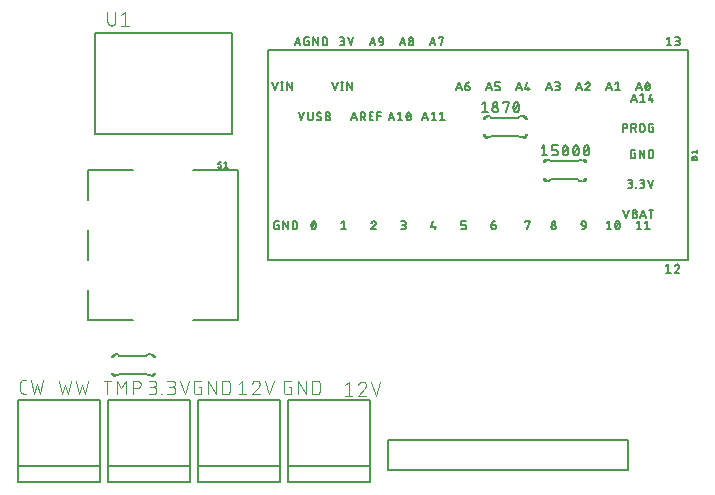
<source format=gbr>
G04 EAGLE Gerber RS-274X export*
G75*
%MOMM*%
%FSLAX34Y34*%
%LPD*%
%INSilkscreen Top*%
%IPPOS*%
%AMOC8*
5,1,8,0,0,1.08239X$1,22.5*%
G01*
%ADD10C,0.101600*%
%ADD11C,0.203200*%
%ADD12C,0.127000*%
%ADD13C,0.015238*%
%ADD14C,0.152400*%


D10*
X24141Y90018D02*
X21544Y90018D01*
X21445Y90020D01*
X21345Y90026D01*
X21246Y90035D01*
X21148Y90048D01*
X21050Y90065D01*
X20952Y90086D01*
X20856Y90111D01*
X20761Y90139D01*
X20667Y90171D01*
X20574Y90206D01*
X20482Y90245D01*
X20392Y90288D01*
X20304Y90333D01*
X20217Y90383D01*
X20133Y90435D01*
X20050Y90491D01*
X19970Y90549D01*
X19892Y90611D01*
X19817Y90676D01*
X19744Y90744D01*
X19674Y90814D01*
X19606Y90887D01*
X19541Y90962D01*
X19479Y91040D01*
X19421Y91120D01*
X19365Y91203D01*
X19313Y91287D01*
X19263Y91374D01*
X19218Y91462D01*
X19175Y91552D01*
X19136Y91644D01*
X19101Y91737D01*
X19069Y91831D01*
X19041Y91926D01*
X19016Y92022D01*
X18995Y92120D01*
X18978Y92218D01*
X18965Y92316D01*
X18956Y92415D01*
X18950Y92515D01*
X18948Y92614D01*
X18948Y99106D01*
X18950Y99205D01*
X18956Y99305D01*
X18965Y99404D01*
X18978Y99502D01*
X18995Y99600D01*
X19016Y99698D01*
X19041Y99794D01*
X19069Y99889D01*
X19101Y99983D01*
X19136Y100076D01*
X19175Y100168D01*
X19218Y100258D01*
X19263Y100346D01*
X19313Y100433D01*
X19365Y100517D01*
X19421Y100600D01*
X19479Y100680D01*
X19541Y100758D01*
X19606Y100833D01*
X19674Y100906D01*
X19744Y100976D01*
X19817Y101044D01*
X19892Y101109D01*
X19970Y101171D01*
X20050Y101229D01*
X20133Y101285D01*
X20217Y101337D01*
X20304Y101387D01*
X20392Y101432D01*
X20482Y101475D01*
X20574Y101514D01*
X20666Y101549D01*
X20761Y101581D01*
X20856Y101609D01*
X20952Y101634D01*
X21050Y101655D01*
X21148Y101672D01*
X21246Y101685D01*
X21345Y101694D01*
X21445Y101700D01*
X21544Y101702D01*
X24141Y101702D01*
X28083Y101702D02*
X30679Y90018D01*
X33276Y97807D01*
X35872Y90018D01*
X38469Y101702D01*
X51308Y101092D02*
X53904Y89408D01*
X56501Y97197D01*
X59097Y89408D01*
X61694Y101092D01*
X65786Y101092D02*
X68382Y89408D01*
X70979Y97197D01*
X73575Y89408D01*
X76172Y101092D01*
X127508Y89408D02*
X130754Y89408D01*
X130867Y89410D01*
X130980Y89416D01*
X131093Y89426D01*
X131206Y89440D01*
X131318Y89457D01*
X131429Y89479D01*
X131539Y89504D01*
X131649Y89534D01*
X131757Y89567D01*
X131864Y89604D01*
X131970Y89644D01*
X132074Y89689D01*
X132177Y89737D01*
X132278Y89788D01*
X132377Y89843D01*
X132474Y89901D01*
X132569Y89963D01*
X132662Y90028D01*
X132752Y90096D01*
X132840Y90167D01*
X132926Y90242D01*
X133009Y90319D01*
X133089Y90399D01*
X133166Y90482D01*
X133241Y90568D01*
X133312Y90656D01*
X133380Y90746D01*
X133445Y90839D01*
X133507Y90934D01*
X133565Y91031D01*
X133620Y91130D01*
X133671Y91231D01*
X133719Y91334D01*
X133764Y91438D01*
X133804Y91544D01*
X133841Y91651D01*
X133874Y91759D01*
X133904Y91869D01*
X133929Y91979D01*
X133951Y92090D01*
X133968Y92202D01*
X133982Y92315D01*
X133992Y92428D01*
X133998Y92541D01*
X134000Y92654D01*
X133998Y92767D01*
X133992Y92880D01*
X133982Y92993D01*
X133968Y93106D01*
X133951Y93218D01*
X133929Y93329D01*
X133904Y93439D01*
X133874Y93549D01*
X133841Y93657D01*
X133804Y93764D01*
X133764Y93870D01*
X133719Y93974D01*
X133671Y94077D01*
X133620Y94178D01*
X133565Y94277D01*
X133507Y94374D01*
X133445Y94469D01*
X133380Y94562D01*
X133312Y94652D01*
X133241Y94740D01*
X133166Y94826D01*
X133089Y94909D01*
X133009Y94989D01*
X132926Y95066D01*
X132840Y95141D01*
X132752Y95212D01*
X132662Y95280D01*
X132569Y95345D01*
X132474Y95407D01*
X132377Y95465D01*
X132278Y95520D01*
X132177Y95571D01*
X132074Y95619D01*
X131970Y95664D01*
X131864Y95704D01*
X131757Y95741D01*
X131649Y95774D01*
X131539Y95804D01*
X131429Y95829D01*
X131318Y95851D01*
X131206Y95868D01*
X131093Y95882D01*
X130980Y95892D01*
X130867Y95898D01*
X130754Y95900D01*
X131403Y101092D02*
X127508Y101092D01*
X131403Y101092D02*
X131504Y101090D01*
X131604Y101084D01*
X131704Y101074D01*
X131804Y101061D01*
X131903Y101043D01*
X132002Y101022D01*
X132099Y100997D01*
X132196Y100968D01*
X132291Y100935D01*
X132385Y100899D01*
X132477Y100859D01*
X132568Y100816D01*
X132657Y100769D01*
X132744Y100719D01*
X132830Y100665D01*
X132913Y100608D01*
X132993Y100548D01*
X133072Y100485D01*
X133148Y100418D01*
X133221Y100349D01*
X133291Y100277D01*
X133359Y100203D01*
X133424Y100126D01*
X133485Y100046D01*
X133544Y99964D01*
X133599Y99880D01*
X133651Y99794D01*
X133700Y99706D01*
X133745Y99616D01*
X133787Y99524D01*
X133825Y99431D01*
X133859Y99336D01*
X133890Y99241D01*
X133917Y99144D01*
X133940Y99046D01*
X133960Y98947D01*
X133975Y98847D01*
X133987Y98747D01*
X133995Y98647D01*
X133999Y98546D01*
X133999Y98446D01*
X133995Y98345D01*
X133987Y98245D01*
X133975Y98145D01*
X133960Y98045D01*
X133940Y97946D01*
X133917Y97848D01*
X133890Y97751D01*
X133859Y97656D01*
X133825Y97561D01*
X133787Y97468D01*
X133745Y97376D01*
X133700Y97286D01*
X133651Y97198D01*
X133599Y97112D01*
X133544Y97028D01*
X133485Y96946D01*
X133424Y96866D01*
X133359Y96789D01*
X133291Y96715D01*
X133221Y96643D01*
X133148Y96574D01*
X133072Y96507D01*
X132993Y96444D01*
X132913Y96384D01*
X132830Y96327D01*
X132744Y96273D01*
X132657Y96223D01*
X132568Y96176D01*
X132477Y96133D01*
X132385Y96093D01*
X132291Y96057D01*
X132196Y96024D01*
X132099Y95995D01*
X132002Y95970D01*
X131903Y95949D01*
X131804Y95931D01*
X131704Y95918D01*
X131604Y95908D01*
X131504Y95902D01*
X131403Y95900D01*
X131403Y95899D02*
X128806Y95899D01*
X138430Y90057D02*
X138430Y89408D01*
X138430Y90057D02*
X139079Y90057D01*
X139079Y89408D01*
X138430Y89408D01*
X143510Y89408D02*
X146755Y89408D01*
X146868Y89410D01*
X146981Y89416D01*
X147094Y89426D01*
X147207Y89440D01*
X147319Y89457D01*
X147430Y89479D01*
X147540Y89504D01*
X147650Y89534D01*
X147758Y89567D01*
X147865Y89604D01*
X147971Y89644D01*
X148075Y89689D01*
X148178Y89737D01*
X148279Y89788D01*
X148378Y89843D01*
X148475Y89901D01*
X148570Y89963D01*
X148663Y90028D01*
X148753Y90096D01*
X148841Y90167D01*
X148927Y90242D01*
X149010Y90319D01*
X149090Y90399D01*
X149167Y90482D01*
X149242Y90568D01*
X149313Y90656D01*
X149381Y90746D01*
X149446Y90839D01*
X149508Y90934D01*
X149566Y91031D01*
X149621Y91130D01*
X149672Y91231D01*
X149720Y91334D01*
X149765Y91438D01*
X149805Y91544D01*
X149842Y91651D01*
X149875Y91759D01*
X149905Y91869D01*
X149930Y91979D01*
X149952Y92090D01*
X149969Y92202D01*
X149983Y92315D01*
X149993Y92428D01*
X149999Y92541D01*
X150001Y92654D01*
X149999Y92767D01*
X149993Y92880D01*
X149983Y92993D01*
X149969Y93106D01*
X149952Y93218D01*
X149930Y93329D01*
X149905Y93439D01*
X149875Y93549D01*
X149842Y93657D01*
X149805Y93764D01*
X149765Y93870D01*
X149720Y93974D01*
X149672Y94077D01*
X149621Y94178D01*
X149566Y94277D01*
X149508Y94374D01*
X149446Y94469D01*
X149381Y94562D01*
X149313Y94652D01*
X149242Y94740D01*
X149167Y94826D01*
X149090Y94909D01*
X149010Y94989D01*
X148927Y95066D01*
X148841Y95141D01*
X148753Y95212D01*
X148663Y95280D01*
X148570Y95345D01*
X148475Y95407D01*
X148378Y95465D01*
X148279Y95520D01*
X148178Y95571D01*
X148075Y95619D01*
X147971Y95664D01*
X147865Y95704D01*
X147758Y95741D01*
X147650Y95774D01*
X147540Y95804D01*
X147430Y95829D01*
X147319Y95851D01*
X147207Y95868D01*
X147094Y95882D01*
X146981Y95892D01*
X146868Y95898D01*
X146755Y95900D01*
X147405Y101092D02*
X143510Y101092D01*
X147405Y101092D02*
X147506Y101090D01*
X147606Y101084D01*
X147706Y101074D01*
X147806Y101061D01*
X147905Y101043D01*
X148004Y101022D01*
X148101Y100997D01*
X148198Y100968D01*
X148293Y100935D01*
X148387Y100899D01*
X148479Y100859D01*
X148570Y100816D01*
X148659Y100769D01*
X148746Y100719D01*
X148832Y100665D01*
X148915Y100608D01*
X148995Y100548D01*
X149074Y100485D01*
X149150Y100418D01*
X149223Y100349D01*
X149293Y100277D01*
X149361Y100203D01*
X149426Y100126D01*
X149487Y100046D01*
X149546Y99964D01*
X149601Y99880D01*
X149653Y99794D01*
X149702Y99706D01*
X149747Y99616D01*
X149789Y99524D01*
X149827Y99431D01*
X149861Y99336D01*
X149892Y99241D01*
X149919Y99144D01*
X149942Y99046D01*
X149962Y98947D01*
X149977Y98847D01*
X149989Y98747D01*
X149997Y98647D01*
X150001Y98546D01*
X150001Y98446D01*
X149997Y98345D01*
X149989Y98245D01*
X149977Y98145D01*
X149962Y98045D01*
X149942Y97946D01*
X149919Y97848D01*
X149892Y97751D01*
X149861Y97656D01*
X149827Y97561D01*
X149789Y97468D01*
X149747Y97376D01*
X149702Y97286D01*
X149653Y97198D01*
X149601Y97112D01*
X149546Y97028D01*
X149487Y96946D01*
X149426Y96866D01*
X149361Y96789D01*
X149293Y96715D01*
X149223Y96643D01*
X149150Y96574D01*
X149074Y96507D01*
X148995Y96444D01*
X148915Y96384D01*
X148832Y96327D01*
X148746Y96273D01*
X148659Y96223D01*
X148570Y96176D01*
X148479Y96133D01*
X148387Y96093D01*
X148293Y96057D01*
X148198Y96024D01*
X148101Y95995D01*
X148004Y95970D01*
X147905Y95949D01*
X147806Y95931D01*
X147706Y95918D01*
X147606Y95908D01*
X147506Y95902D01*
X147405Y95900D01*
X147405Y95899D02*
X144808Y95899D01*
X154291Y101092D02*
X158185Y89408D01*
X162080Y101092D01*
X170152Y95899D02*
X172099Y95899D01*
X172099Y89408D01*
X168204Y89408D01*
X168105Y89410D01*
X168005Y89416D01*
X167906Y89425D01*
X167808Y89438D01*
X167710Y89455D01*
X167612Y89476D01*
X167516Y89501D01*
X167421Y89529D01*
X167327Y89561D01*
X167234Y89596D01*
X167142Y89635D01*
X167052Y89678D01*
X166964Y89723D01*
X166877Y89773D01*
X166793Y89825D01*
X166710Y89881D01*
X166630Y89939D01*
X166552Y90001D01*
X166477Y90066D01*
X166404Y90134D01*
X166334Y90204D01*
X166266Y90277D01*
X166201Y90352D01*
X166139Y90430D01*
X166081Y90510D01*
X166025Y90593D01*
X165973Y90677D01*
X165923Y90764D01*
X165878Y90852D01*
X165835Y90942D01*
X165796Y91034D01*
X165761Y91127D01*
X165729Y91221D01*
X165701Y91316D01*
X165676Y91412D01*
X165655Y91510D01*
X165638Y91608D01*
X165625Y91706D01*
X165616Y91805D01*
X165610Y91905D01*
X165608Y92004D01*
X165608Y98496D01*
X165610Y98595D01*
X165616Y98695D01*
X165625Y98794D01*
X165638Y98892D01*
X165655Y98990D01*
X165676Y99088D01*
X165701Y99184D01*
X165729Y99279D01*
X165761Y99373D01*
X165796Y99466D01*
X165835Y99558D01*
X165878Y99648D01*
X165923Y99736D01*
X165973Y99823D01*
X166025Y99907D01*
X166081Y99990D01*
X166139Y100070D01*
X166201Y100148D01*
X166266Y100223D01*
X166334Y100296D01*
X166404Y100366D01*
X166477Y100434D01*
X166552Y100499D01*
X166630Y100561D01*
X166710Y100619D01*
X166793Y100675D01*
X166877Y100727D01*
X166964Y100777D01*
X167052Y100822D01*
X167142Y100865D01*
X167234Y100904D01*
X167326Y100939D01*
X167421Y100971D01*
X167516Y100999D01*
X167612Y101024D01*
X167710Y101045D01*
X167808Y101062D01*
X167906Y101075D01*
X168005Y101084D01*
X168105Y101090D01*
X168204Y101092D01*
X172099Y101092D01*
X177800Y101092D02*
X177800Y89408D01*
X184291Y89408D02*
X177800Y101092D01*
X184291Y101092D02*
X184291Y89408D01*
X189992Y89408D02*
X189992Y101092D01*
X193237Y101092D01*
X193350Y101090D01*
X193463Y101084D01*
X193576Y101074D01*
X193689Y101060D01*
X193801Y101043D01*
X193912Y101021D01*
X194022Y100996D01*
X194132Y100966D01*
X194240Y100933D01*
X194347Y100896D01*
X194453Y100856D01*
X194557Y100811D01*
X194660Y100763D01*
X194761Y100712D01*
X194860Y100657D01*
X194957Y100599D01*
X195052Y100537D01*
X195145Y100472D01*
X195235Y100404D01*
X195323Y100333D01*
X195409Y100258D01*
X195492Y100181D01*
X195572Y100101D01*
X195649Y100018D01*
X195724Y99932D01*
X195795Y99844D01*
X195863Y99754D01*
X195928Y99661D01*
X195990Y99566D01*
X196048Y99469D01*
X196103Y99370D01*
X196154Y99269D01*
X196202Y99166D01*
X196247Y99062D01*
X196287Y98956D01*
X196324Y98849D01*
X196357Y98741D01*
X196387Y98631D01*
X196412Y98521D01*
X196434Y98410D01*
X196451Y98298D01*
X196465Y98185D01*
X196475Y98072D01*
X196481Y97959D01*
X196483Y97846D01*
X196483Y92654D01*
X196484Y92654D02*
X196482Y92541D01*
X196476Y92428D01*
X196466Y92315D01*
X196452Y92202D01*
X196435Y92090D01*
X196413Y91979D01*
X196388Y91869D01*
X196358Y91759D01*
X196325Y91651D01*
X196288Y91544D01*
X196248Y91438D01*
X196203Y91334D01*
X196155Y91231D01*
X196104Y91130D01*
X196049Y91031D01*
X195991Y90934D01*
X195929Y90839D01*
X195864Y90746D01*
X195796Y90656D01*
X195725Y90568D01*
X195650Y90482D01*
X195573Y90399D01*
X195493Y90319D01*
X195410Y90242D01*
X195324Y90167D01*
X195236Y90096D01*
X195146Y90028D01*
X195053Y89963D01*
X194958Y89901D01*
X194861Y89843D01*
X194762Y89788D01*
X194661Y89737D01*
X194558Y89689D01*
X194454Y89644D01*
X194348Y89604D01*
X194241Y89567D01*
X194133Y89534D01*
X194023Y89504D01*
X193913Y89479D01*
X193802Y89457D01*
X193690Y89440D01*
X193577Y89426D01*
X193464Y89416D01*
X193351Y89410D01*
X193238Y89408D01*
X193237Y89408D02*
X189992Y89408D01*
X203708Y98496D02*
X206954Y101092D01*
X206954Y89408D01*
X210199Y89408D02*
X203708Y89408D01*
X218708Y101092D02*
X218815Y101090D01*
X218921Y101084D01*
X219027Y101074D01*
X219133Y101061D01*
X219239Y101043D01*
X219343Y101022D01*
X219447Y100997D01*
X219550Y100968D01*
X219651Y100936D01*
X219751Y100899D01*
X219850Y100859D01*
X219948Y100816D01*
X220044Y100769D01*
X220138Y100718D01*
X220230Y100664D01*
X220320Y100607D01*
X220408Y100547D01*
X220493Y100483D01*
X220576Y100416D01*
X220657Y100346D01*
X220735Y100274D01*
X220811Y100198D01*
X220883Y100120D01*
X220953Y100039D01*
X221020Y99956D01*
X221084Y99871D01*
X221144Y99783D01*
X221201Y99693D01*
X221255Y99601D01*
X221306Y99507D01*
X221353Y99411D01*
X221396Y99313D01*
X221436Y99214D01*
X221473Y99114D01*
X221505Y99013D01*
X221534Y98910D01*
X221559Y98806D01*
X221580Y98702D01*
X221598Y98596D01*
X221611Y98490D01*
X221621Y98384D01*
X221627Y98278D01*
X221629Y98171D01*
X218708Y101092D02*
X218587Y101090D01*
X218466Y101084D01*
X218346Y101074D01*
X218225Y101061D01*
X218106Y101043D01*
X217986Y101022D01*
X217868Y100997D01*
X217751Y100968D01*
X217634Y100935D01*
X217519Y100899D01*
X217405Y100858D01*
X217292Y100815D01*
X217180Y100767D01*
X217071Y100716D01*
X216963Y100661D01*
X216856Y100603D01*
X216752Y100542D01*
X216650Y100477D01*
X216550Y100409D01*
X216452Y100338D01*
X216356Y100264D01*
X216263Y100187D01*
X216173Y100106D01*
X216085Y100023D01*
X216000Y99937D01*
X215917Y99848D01*
X215838Y99757D01*
X215761Y99663D01*
X215688Y99567D01*
X215618Y99469D01*
X215551Y99368D01*
X215487Y99265D01*
X215427Y99160D01*
X215370Y99053D01*
X215316Y98945D01*
X215266Y98835D01*
X215220Y98723D01*
X215177Y98610D01*
X215138Y98495D01*
X220656Y95899D02*
X220735Y95976D01*
X220811Y96057D01*
X220884Y96140D01*
X220954Y96225D01*
X221021Y96313D01*
X221085Y96403D01*
X221145Y96495D01*
X221202Y96590D01*
X221256Y96686D01*
X221307Y96784D01*
X221354Y96884D01*
X221398Y96986D01*
X221438Y97089D01*
X221474Y97193D01*
X221506Y97299D01*
X221535Y97405D01*
X221560Y97513D01*
X221582Y97621D01*
X221599Y97731D01*
X221613Y97840D01*
X221622Y97950D01*
X221628Y98061D01*
X221630Y98171D01*
X220655Y95899D02*
X215138Y89408D01*
X221629Y89408D01*
X229814Y89408D02*
X225919Y101092D01*
X233708Y101092D02*
X229814Y89408D01*
X293658Y97446D02*
X296904Y100042D01*
X296904Y88358D01*
X300149Y88358D02*
X293658Y88358D01*
X308658Y100042D02*
X308765Y100040D01*
X308871Y100034D01*
X308977Y100024D01*
X309083Y100011D01*
X309189Y99993D01*
X309293Y99972D01*
X309397Y99947D01*
X309500Y99918D01*
X309601Y99886D01*
X309701Y99849D01*
X309800Y99809D01*
X309898Y99766D01*
X309994Y99719D01*
X310088Y99668D01*
X310180Y99614D01*
X310270Y99557D01*
X310358Y99497D01*
X310443Y99433D01*
X310526Y99366D01*
X310607Y99296D01*
X310685Y99224D01*
X310761Y99148D01*
X310833Y99070D01*
X310903Y98989D01*
X310970Y98906D01*
X311034Y98821D01*
X311094Y98733D01*
X311151Y98643D01*
X311205Y98551D01*
X311256Y98457D01*
X311303Y98361D01*
X311346Y98263D01*
X311386Y98164D01*
X311423Y98064D01*
X311455Y97963D01*
X311484Y97860D01*
X311509Y97756D01*
X311530Y97652D01*
X311548Y97546D01*
X311561Y97440D01*
X311571Y97334D01*
X311577Y97228D01*
X311579Y97121D01*
X308658Y100042D02*
X308537Y100040D01*
X308416Y100034D01*
X308296Y100024D01*
X308175Y100011D01*
X308056Y99993D01*
X307936Y99972D01*
X307818Y99947D01*
X307701Y99918D01*
X307584Y99885D01*
X307469Y99849D01*
X307355Y99808D01*
X307242Y99765D01*
X307130Y99717D01*
X307021Y99666D01*
X306913Y99611D01*
X306806Y99553D01*
X306702Y99492D01*
X306600Y99427D01*
X306500Y99359D01*
X306402Y99288D01*
X306306Y99214D01*
X306213Y99137D01*
X306123Y99056D01*
X306035Y98973D01*
X305950Y98887D01*
X305867Y98798D01*
X305788Y98707D01*
X305711Y98613D01*
X305638Y98517D01*
X305568Y98419D01*
X305501Y98318D01*
X305437Y98215D01*
X305377Y98110D01*
X305320Y98003D01*
X305266Y97895D01*
X305216Y97785D01*
X305170Y97673D01*
X305127Y97560D01*
X305088Y97445D01*
X310606Y94849D02*
X310685Y94926D01*
X310761Y95007D01*
X310834Y95090D01*
X310904Y95175D01*
X310971Y95263D01*
X311035Y95353D01*
X311095Y95445D01*
X311152Y95540D01*
X311206Y95636D01*
X311257Y95734D01*
X311304Y95834D01*
X311348Y95936D01*
X311388Y96039D01*
X311424Y96143D01*
X311456Y96249D01*
X311485Y96355D01*
X311510Y96463D01*
X311532Y96571D01*
X311549Y96681D01*
X311563Y96790D01*
X311572Y96900D01*
X311578Y97011D01*
X311580Y97121D01*
X310605Y94849D02*
X305088Y88358D01*
X311579Y88358D01*
X319764Y88358D02*
X315869Y100042D01*
X323658Y100042D02*
X319764Y88358D01*
X248299Y95899D02*
X246352Y95899D01*
X248299Y95899D02*
X248299Y89408D01*
X244404Y89408D01*
X244305Y89410D01*
X244205Y89416D01*
X244106Y89425D01*
X244008Y89438D01*
X243910Y89455D01*
X243812Y89476D01*
X243716Y89501D01*
X243621Y89529D01*
X243527Y89561D01*
X243434Y89596D01*
X243342Y89635D01*
X243252Y89678D01*
X243164Y89723D01*
X243077Y89773D01*
X242993Y89825D01*
X242910Y89881D01*
X242830Y89939D01*
X242752Y90001D01*
X242677Y90066D01*
X242604Y90134D01*
X242534Y90204D01*
X242466Y90277D01*
X242401Y90352D01*
X242339Y90430D01*
X242281Y90510D01*
X242225Y90593D01*
X242173Y90677D01*
X242123Y90764D01*
X242078Y90852D01*
X242035Y90942D01*
X241996Y91034D01*
X241961Y91127D01*
X241929Y91221D01*
X241901Y91316D01*
X241876Y91412D01*
X241855Y91510D01*
X241838Y91608D01*
X241825Y91706D01*
X241816Y91805D01*
X241810Y91905D01*
X241808Y92004D01*
X241808Y98496D01*
X241810Y98595D01*
X241816Y98695D01*
X241825Y98794D01*
X241838Y98892D01*
X241855Y98990D01*
X241876Y99088D01*
X241901Y99184D01*
X241929Y99279D01*
X241961Y99373D01*
X241996Y99466D01*
X242035Y99558D01*
X242078Y99648D01*
X242123Y99736D01*
X242173Y99823D01*
X242225Y99907D01*
X242281Y99990D01*
X242339Y100070D01*
X242401Y100148D01*
X242466Y100223D01*
X242534Y100296D01*
X242604Y100366D01*
X242677Y100434D01*
X242752Y100499D01*
X242830Y100561D01*
X242910Y100619D01*
X242993Y100675D01*
X243077Y100727D01*
X243164Y100777D01*
X243252Y100822D01*
X243342Y100865D01*
X243434Y100904D01*
X243526Y100939D01*
X243621Y100971D01*
X243716Y100999D01*
X243812Y101024D01*
X243910Y101045D01*
X244008Y101062D01*
X244106Y101075D01*
X244205Y101084D01*
X244305Y101090D01*
X244404Y101092D01*
X248299Y101092D01*
X254000Y101092D02*
X254000Y89408D01*
X260491Y89408D02*
X254000Y101092D01*
X260491Y101092D02*
X260491Y89408D01*
X266192Y89408D02*
X266192Y101092D01*
X269437Y101092D01*
X269550Y101090D01*
X269663Y101084D01*
X269776Y101074D01*
X269889Y101060D01*
X270001Y101043D01*
X270112Y101021D01*
X270222Y100996D01*
X270332Y100966D01*
X270440Y100933D01*
X270547Y100896D01*
X270653Y100856D01*
X270757Y100811D01*
X270860Y100763D01*
X270961Y100712D01*
X271060Y100657D01*
X271157Y100599D01*
X271252Y100537D01*
X271345Y100472D01*
X271435Y100404D01*
X271523Y100333D01*
X271609Y100258D01*
X271692Y100181D01*
X271772Y100101D01*
X271849Y100018D01*
X271924Y99932D01*
X271995Y99844D01*
X272063Y99754D01*
X272128Y99661D01*
X272190Y99566D01*
X272248Y99469D01*
X272303Y99370D01*
X272354Y99269D01*
X272402Y99166D01*
X272447Y99062D01*
X272487Y98956D01*
X272524Y98849D01*
X272557Y98741D01*
X272587Y98631D01*
X272612Y98521D01*
X272634Y98410D01*
X272651Y98298D01*
X272665Y98185D01*
X272675Y98072D01*
X272681Y97959D01*
X272683Y97846D01*
X272683Y92654D01*
X272684Y92654D02*
X272682Y92541D01*
X272676Y92428D01*
X272666Y92315D01*
X272652Y92202D01*
X272635Y92090D01*
X272613Y91979D01*
X272588Y91869D01*
X272558Y91759D01*
X272525Y91651D01*
X272488Y91544D01*
X272448Y91438D01*
X272403Y91334D01*
X272355Y91231D01*
X272304Y91130D01*
X272249Y91031D01*
X272191Y90934D01*
X272129Y90839D01*
X272064Y90746D01*
X271996Y90656D01*
X271925Y90568D01*
X271850Y90482D01*
X271773Y90399D01*
X271693Y90319D01*
X271610Y90242D01*
X271524Y90167D01*
X271436Y90096D01*
X271346Y90028D01*
X271253Y89963D01*
X271158Y89901D01*
X271061Y89843D01*
X270962Y89788D01*
X270861Y89737D01*
X270758Y89689D01*
X270654Y89644D01*
X270548Y89604D01*
X270441Y89567D01*
X270333Y89534D01*
X270223Y89504D01*
X270113Y89479D01*
X270002Y89457D01*
X269890Y89440D01*
X269777Y89426D01*
X269664Y89416D01*
X269551Y89410D01*
X269438Y89408D01*
X269437Y89408D02*
X266192Y89408D01*
X92654Y89408D02*
X92654Y101092D01*
X95899Y101092D02*
X89408Y101092D01*
X100570Y101092D02*
X100570Y89408D01*
X104465Y94601D02*
X100570Y101092D01*
X104465Y94601D02*
X108359Y101092D01*
X108359Y89408D01*
X114342Y89408D02*
X114342Y101092D01*
X117588Y101092D01*
X117701Y101090D01*
X117814Y101084D01*
X117927Y101074D01*
X118040Y101060D01*
X118152Y101043D01*
X118263Y101021D01*
X118373Y100996D01*
X118483Y100966D01*
X118591Y100933D01*
X118698Y100896D01*
X118804Y100856D01*
X118908Y100811D01*
X119011Y100763D01*
X119112Y100712D01*
X119211Y100657D01*
X119308Y100599D01*
X119403Y100537D01*
X119496Y100472D01*
X119586Y100404D01*
X119674Y100333D01*
X119760Y100258D01*
X119843Y100181D01*
X119923Y100101D01*
X120000Y100018D01*
X120075Y99932D01*
X120146Y99844D01*
X120214Y99754D01*
X120279Y99661D01*
X120341Y99566D01*
X120399Y99469D01*
X120454Y99370D01*
X120505Y99269D01*
X120553Y99166D01*
X120598Y99062D01*
X120638Y98956D01*
X120675Y98849D01*
X120708Y98741D01*
X120738Y98631D01*
X120763Y98521D01*
X120785Y98410D01*
X120802Y98298D01*
X120816Y98185D01*
X120826Y98072D01*
X120832Y97959D01*
X120834Y97846D01*
X120832Y97733D01*
X120826Y97620D01*
X120816Y97507D01*
X120802Y97394D01*
X120785Y97282D01*
X120763Y97171D01*
X120738Y97061D01*
X120708Y96951D01*
X120675Y96843D01*
X120638Y96736D01*
X120598Y96630D01*
X120553Y96526D01*
X120505Y96423D01*
X120454Y96322D01*
X120399Y96223D01*
X120341Y96126D01*
X120279Y96031D01*
X120214Y95938D01*
X120146Y95848D01*
X120075Y95760D01*
X120000Y95674D01*
X119923Y95591D01*
X119843Y95511D01*
X119760Y95434D01*
X119674Y95359D01*
X119586Y95288D01*
X119496Y95220D01*
X119403Y95155D01*
X119308Y95093D01*
X119211Y95035D01*
X119112Y94980D01*
X119011Y94929D01*
X118908Y94881D01*
X118804Y94836D01*
X118698Y94796D01*
X118591Y94759D01*
X118483Y94726D01*
X118373Y94696D01*
X118263Y94671D01*
X118152Y94649D01*
X118040Y94632D01*
X117927Y94618D01*
X117814Y94608D01*
X117701Y94602D01*
X117588Y94600D01*
X117588Y94601D02*
X114342Y94601D01*
D11*
X228600Y381000D02*
X584200Y381000D01*
X584200Y203200D02*
X228600Y203200D01*
X584200Y203200D02*
X584200Y381000D01*
X228600Y381000D02*
X228600Y203200D01*
D12*
X234696Y346710D02*
X232410Y353568D01*
X236982Y353568D02*
X234696Y346710D01*
X240548Y346710D02*
X240548Y353568D01*
X239786Y346710D02*
X241310Y346710D01*
X241310Y353568D02*
X239786Y353568D01*
X244739Y353568D02*
X244739Y346710D01*
X248549Y346710D02*
X244739Y353568D01*
X248549Y353568D02*
X248549Y346710D01*
X283210Y353568D02*
X285496Y346710D01*
X287782Y353568D01*
X291348Y353568D02*
X291348Y346710D01*
X290586Y346710D02*
X292110Y346710D01*
X292110Y353568D02*
X290586Y353568D01*
X295539Y353568D02*
X295539Y346710D01*
X299349Y346710D02*
X295539Y353568D01*
X299349Y353568D02*
X299349Y346710D01*
X254635Y328168D02*
X256921Y321310D01*
X259207Y328168D01*
X262575Y328168D02*
X262575Y323215D01*
X262577Y323130D01*
X262583Y323044D01*
X262592Y322959D01*
X262606Y322875D01*
X262623Y322791D01*
X262644Y322708D01*
X262668Y322626D01*
X262696Y322546D01*
X262728Y322466D01*
X262764Y322388D01*
X262802Y322312D01*
X262845Y322238D01*
X262890Y322166D01*
X262939Y322095D01*
X262991Y322027D01*
X263045Y321962D01*
X263103Y321899D01*
X263164Y321838D01*
X263227Y321780D01*
X263292Y321726D01*
X263360Y321674D01*
X263431Y321625D01*
X263503Y321580D01*
X263577Y321537D01*
X263653Y321499D01*
X263731Y321463D01*
X263811Y321431D01*
X263891Y321403D01*
X263973Y321379D01*
X264056Y321358D01*
X264140Y321341D01*
X264224Y321327D01*
X264309Y321318D01*
X264395Y321312D01*
X264480Y321310D01*
X264565Y321312D01*
X264651Y321318D01*
X264736Y321327D01*
X264820Y321341D01*
X264904Y321358D01*
X264987Y321379D01*
X265069Y321403D01*
X265149Y321431D01*
X265229Y321463D01*
X265307Y321499D01*
X265383Y321537D01*
X265457Y321580D01*
X265529Y321625D01*
X265600Y321674D01*
X265668Y321726D01*
X265733Y321780D01*
X265796Y321838D01*
X265857Y321899D01*
X265915Y321962D01*
X265969Y322027D01*
X266021Y322095D01*
X266070Y322166D01*
X266115Y322238D01*
X266158Y322312D01*
X266196Y322388D01*
X266232Y322466D01*
X266264Y322546D01*
X266292Y322626D01*
X266316Y322708D01*
X266337Y322791D01*
X266354Y322875D01*
X266368Y322959D01*
X266377Y323044D01*
X266383Y323130D01*
X266385Y323215D01*
X266385Y328168D01*
X272176Y321310D02*
X272253Y321312D01*
X272330Y321318D01*
X272407Y321328D01*
X272483Y321341D01*
X272558Y321359D01*
X272632Y321380D01*
X272705Y321405D01*
X272777Y321434D01*
X272847Y321466D01*
X272916Y321501D01*
X272982Y321541D01*
X273047Y321583D01*
X273109Y321629D01*
X273169Y321678D01*
X273226Y321729D01*
X273281Y321784D01*
X273332Y321841D01*
X273381Y321901D01*
X273427Y321963D01*
X273469Y322028D01*
X273509Y322094D01*
X273544Y322163D01*
X273576Y322233D01*
X273605Y322305D01*
X273630Y322378D01*
X273651Y322452D01*
X273669Y322527D01*
X273682Y322603D01*
X273692Y322680D01*
X273698Y322757D01*
X273700Y322834D01*
X272176Y321310D02*
X272066Y321312D01*
X271955Y321318D01*
X271845Y321327D01*
X271735Y321340D01*
X271626Y321357D01*
X271518Y321378D01*
X271410Y321402D01*
X271303Y321431D01*
X271197Y321462D01*
X271093Y321498D01*
X270989Y321537D01*
X270887Y321579D01*
X270787Y321625D01*
X270688Y321675D01*
X270591Y321727D01*
X270495Y321784D01*
X270402Y321843D01*
X270311Y321905D01*
X270222Y321971D01*
X270135Y322039D01*
X270051Y322111D01*
X269969Y322185D01*
X269890Y322262D01*
X270081Y326644D02*
X270083Y326721D01*
X270089Y326798D01*
X270099Y326875D01*
X270112Y326951D01*
X270130Y327026D01*
X270151Y327100D01*
X270176Y327173D01*
X270205Y327245D01*
X270237Y327315D01*
X270272Y327384D01*
X270312Y327450D01*
X270354Y327515D01*
X270400Y327577D01*
X270449Y327637D01*
X270500Y327694D01*
X270555Y327749D01*
X270612Y327800D01*
X270672Y327849D01*
X270734Y327895D01*
X270799Y327937D01*
X270865Y327977D01*
X270934Y328012D01*
X271004Y328044D01*
X271076Y328073D01*
X271149Y328098D01*
X271223Y328119D01*
X271298Y328137D01*
X271374Y328150D01*
X271451Y328160D01*
X271528Y328166D01*
X271605Y328168D01*
X271605Y328169D02*
X271707Y328167D01*
X271809Y328162D01*
X271911Y328153D01*
X272012Y328140D01*
X272113Y328123D01*
X272213Y328104D01*
X272313Y328080D01*
X272411Y328053D01*
X272509Y328022D01*
X272605Y327988D01*
X272700Y327951D01*
X272794Y327910D01*
X272886Y327866D01*
X272976Y327818D01*
X273065Y327768D01*
X273152Y327714D01*
X273237Y327657D01*
X273320Y327597D01*
X270843Y325310D02*
X270778Y325351D01*
X270715Y325394D01*
X270655Y325441D01*
X270596Y325491D01*
X270541Y325543D01*
X270488Y325598D01*
X270437Y325656D01*
X270390Y325716D01*
X270346Y325779D01*
X270304Y325843D01*
X270266Y325909D01*
X270232Y325978D01*
X270201Y326048D01*
X270173Y326119D01*
X270149Y326191D01*
X270128Y326265D01*
X270111Y326340D01*
X270098Y326415D01*
X270089Y326491D01*
X270083Y326567D01*
X270081Y326644D01*
X272938Y324168D02*
X273003Y324127D01*
X273066Y324084D01*
X273126Y324037D01*
X273185Y323987D01*
X273240Y323935D01*
X273293Y323880D01*
X273344Y323822D01*
X273391Y323762D01*
X273435Y323699D01*
X273477Y323635D01*
X273515Y323569D01*
X273549Y323500D01*
X273580Y323430D01*
X273608Y323359D01*
X273632Y323287D01*
X273653Y323213D01*
X273670Y323138D01*
X273683Y323063D01*
X273692Y322987D01*
X273698Y322911D01*
X273700Y322834D01*
X272938Y324168D02*
X270843Y325311D01*
X277365Y325120D02*
X279270Y325120D01*
X279355Y325118D01*
X279441Y325112D01*
X279526Y325103D01*
X279610Y325089D01*
X279694Y325072D01*
X279777Y325051D01*
X279859Y325027D01*
X279939Y324999D01*
X280019Y324967D01*
X280097Y324931D01*
X280173Y324893D01*
X280247Y324850D01*
X280319Y324805D01*
X280390Y324756D01*
X280458Y324704D01*
X280523Y324650D01*
X280586Y324592D01*
X280647Y324531D01*
X280705Y324468D01*
X280759Y324403D01*
X280811Y324335D01*
X280860Y324264D01*
X280905Y324192D01*
X280948Y324118D01*
X280986Y324042D01*
X281022Y323964D01*
X281054Y323884D01*
X281082Y323804D01*
X281106Y323722D01*
X281127Y323639D01*
X281144Y323555D01*
X281158Y323471D01*
X281167Y323386D01*
X281173Y323300D01*
X281175Y323215D01*
X281173Y323130D01*
X281167Y323044D01*
X281158Y322959D01*
X281144Y322875D01*
X281127Y322791D01*
X281106Y322708D01*
X281082Y322626D01*
X281054Y322546D01*
X281022Y322466D01*
X280986Y322388D01*
X280948Y322312D01*
X280905Y322238D01*
X280860Y322166D01*
X280811Y322095D01*
X280759Y322027D01*
X280705Y321962D01*
X280647Y321899D01*
X280586Y321838D01*
X280523Y321780D01*
X280458Y321726D01*
X280390Y321674D01*
X280319Y321625D01*
X280247Y321580D01*
X280173Y321537D01*
X280097Y321499D01*
X280019Y321463D01*
X279939Y321431D01*
X279859Y321403D01*
X279777Y321379D01*
X279694Y321358D01*
X279610Y321341D01*
X279526Y321327D01*
X279441Y321318D01*
X279355Y321312D01*
X279270Y321310D01*
X277365Y321310D01*
X277365Y328168D01*
X279270Y328168D01*
X279347Y328166D01*
X279424Y328160D01*
X279501Y328150D01*
X279577Y328137D01*
X279652Y328119D01*
X279726Y328098D01*
X279799Y328073D01*
X279871Y328044D01*
X279941Y328012D01*
X280010Y327977D01*
X280076Y327937D01*
X280141Y327895D01*
X280203Y327849D01*
X280263Y327800D01*
X280320Y327749D01*
X280375Y327694D01*
X280426Y327637D01*
X280475Y327577D01*
X280521Y327515D01*
X280563Y327450D01*
X280603Y327384D01*
X280638Y327315D01*
X280670Y327245D01*
X280699Y327173D01*
X280724Y327100D01*
X280745Y327026D01*
X280763Y326951D01*
X280776Y326875D01*
X280786Y326798D01*
X280792Y326721D01*
X280794Y326644D01*
X280792Y326567D01*
X280786Y326490D01*
X280776Y326413D01*
X280763Y326337D01*
X280745Y326262D01*
X280724Y326188D01*
X280699Y326115D01*
X280670Y326043D01*
X280638Y325973D01*
X280603Y325904D01*
X280563Y325838D01*
X280521Y325773D01*
X280475Y325711D01*
X280426Y325651D01*
X280375Y325594D01*
X280320Y325539D01*
X280263Y325488D01*
X280203Y325439D01*
X280141Y325393D01*
X280076Y325351D01*
X280010Y325311D01*
X279941Y325276D01*
X279871Y325244D01*
X279799Y325215D01*
X279726Y325190D01*
X279652Y325169D01*
X279577Y325151D01*
X279501Y325138D01*
X279424Y325128D01*
X279347Y325122D01*
X279270Y325120D01*
X299085Y321310D02*
X301371Y328168D01*
X303657Y321310D01*
X303086Y323025D02*
X299657Y323025D01*
X307095Y321310D02*
X307095Y328168D01*
X309000Y328168D01*
X309085Y328166D01*
X309171Y328160D01*
X309256Y328151D01*
X309340Y328137D01*
X309424Y328120D01*
X309507Y328099D01*
X309589Y328075D01*
X309669Y328047D01*
X309749Y328015D01*
X309827Y327979D01*
X309903Y327941D01*
X309977Y327898D01*
X310049Y327853D01*
X310120Y327804D01*
X310188Y327752D01*
X310253Y327698D01*
X310316Y327640D01*
X310377Y327579D01*
X310435Y327516D01*
X310489Y327451D01*
X310541Y327383D01*
X310590Y327312D01*
X310635Y327240D01*
X310678Y327166D01*
X310716Y327090D01*
X310752Y327012D01*
X310784Y326932D01*
X310812Y326852D01*
X310836Y326770D01*
X310857Y326687D01*
X310874Y326603D01*
X310888Y326519D01*
X310897Y326434D01*
X310903Y326348D01*
X310905Y326263D01*
X310903Y326178D01*
X310897Y326092D01*
X310888Y326007D01*
X310874Y325923D01*
X310857Y325839D01*
X310836Y325756D01*
X310812Y325674D01*
X310784Y325594D01*
X310752Y325514D01*
X310716Y325436D01*
X310678Y325360D01*
X310635Y325286D01*
X310590Y325214D01*
X310541Y325143D01*
X310489Y325075D01*
X310435Y325010D01*
X310377Y324947D01*
X310316Y324886D01*
X310253Y324828D01*
X310188Y324774D01*
X310120Y324722D01*
X310049Y324673D01*
X309977Y324628D01*
X309903Y324585D01*
X309827Y324547D01*
X309749Y324511D01*
X309669Y324479D01*
X309589Y324451D01*
X309507Y324427D01*
X309424Y324406D01*
X309340Y324389D01*
X309256Y324375D01*
X309171Y324366D01*
X309085Y324360D01*
X309000Y324358D01*
X307095Y324358D01*
X309381Y324358D02*
X310905Y321310D01*
X314605Y321310D02*
X317653Y321310D01*
X314605Y321310D02*
X314605Y328168D01*
X317653Y328168D01*
X316891Y325120D02*
X314605Y325120D01*
X320945Y328168D02*
X320945Y321310D01*
X320945Y328168D02*
X323993Y328168D01*
X323993Y325120D02*
X320945Y325120D01*
X330835Y321310D02*
X333121Y328168D01*
X335407Y321310D01*
X334836Y323025D02*
X331407Y323025D01*
X338531Y326644D02*
X340436Y328168D01*
X340436Y321310D01*
X338531Y321310D02*
X342341Y321310D01*
X345846Y324739D02*
X345848Y324881D01*
X345853Y325024D01*
X345862Y325166D01*
X345875Y325308D01*
X345891Y325449D01*
X345910Y325590D01*
X345934Y325731D01*
X345960Y325871D01*
X345991Y326010D01*
X346025Y326148D01*
X346062Y326286D01*
X346102Y326422D01*
X346147Y326558D01*
X346194Y326692D01*
X346245Y326825D01*
X346299Y326957D01*
X346357Y327087D01*
X346418Y327216D01*
X346417Y327215D02*
X346443Y327284D01*
X346472Y327350D01*
X346504Y327416D01*
X346539Y327479D01*
X346578Y327541D01*
X346620Y327601D01*
X346665Y327658D01*
X346713Y327713D01*
X346764Y327765D01*
X346817Y327815D01*
X346873Y327861D01*
X346931Y327905D01*
X346992Y327946D01*
X347054Y327984D01*
X347118Y328018D01*
X347184Y328049D01*
X347252Y328077D01*
X347321Y328101D01*
X347391Y328121D01*
X347462Y328138D01*
X347533Y328151D01*
X347605Y328160D01*
X347678Y328166D01*
X347751Y328168D01*
X347824Y328166D01*
X347897Y328160D01*
X347969Y328151D01*
X348040Y328138D01*
X348111Y328121D01*
X348181Y328101D01*
X348250Y328077D01*
X348318Y328049D01*
X348384Y328018D01*
X348448Y327984D01*
X348510Y327946D01*
X348571Y327905D01*
X348629Y327861D01*
X348685Y327815D01*
X348738Y327765D01*
X348789Y327713D01*
X348837Y327658D01*
X348882Y327601D01*
X348924Y327541D01*
X348963Y327479D01*
X348998Y327416D01*
X349030Y327350D01*
X349059Y327284D01*
X349085Y327215D01*
X349085Y327216D02*
X349146Y327087D01*
X349204Y326957D01*
X349258Y326825D01*
X349309Y326692D01*
X349356Y326558D01*
X349401Y326422D01*
X349441Y326286D01*
X349478Y326148D01*
X349512Y326010D01*
X349543Y325871D01*
X349569Y325731D01*
X349593Y325590D01*
X349612Y325449D01*
X349628Y325308D01*
X349641Y325166D01*
X349650Y325024D01*
X349655Y324881D01*
X349657Y324739D01*
X345846Y324739D02*
X345848Y324597D01*
X345853Y324454D01*
X345862Y324312D01*
X345875Y324170D01*
X345891Y324029D01*
X345910Y323888D01*
X345934Y323747D01*
X345960Y323607D01*
X345991Y323468D01*
X346025Y323330D01*
X346062Y323192D01*
X346102Y323056D01*
X346147Y322920D01*
X346194Y322786D01*
X346245Y322653D01*
X346299Y322521D01*
X346357Y322391D01*
X346418Y322262D01*
X346417Y322263D02*
X346443Y322194D01*
X346472Y322128D01*
X346504Y322062D01*
X346539Y321999D01*
X346578Y321937D01*
X346620Y321877D01*
X346665Y321820D01*
X346713Y321765D01*
X346764Y321713D01*
X346817Y321663D01*
X346873Y321617D01*
X346931Y321573D01*
X346992Y321532D01*
X347054Y321494D01*
X347118Y321460D01*
X347184Y321429D01*
X347252Y321401D01*
X347321Y321377D01*
X347391Y321357D01*
X347462Y321340D01*
X347533Y321327D01*
X347605Y321318D01*
X347678Y321312D01*
X347751Y321310D01*
X349085Y322262D02*
X349146Y322391D01*
X349204Y322521D01*
X349258Y322653D01*
X349309Y322786D01*
X349356Y322920D01*
X349401Y323056D01*
X349441Y323192D01*
X349478Y323330D01*
X349512Y323468D01*
X349543Y323607D01*
X349569Y323747D01*
X349593Y323888D01*
X349612Y324029D01*
X349628Y324170D01*
X349641Y324312D01*
X349650Y324454D01*
X349655Y324597D01*
X349657Y324739D01*
X349085Y322263D02*
X349059Y322194D01*
X349030Y322128D01*
X348998Y322062D01*
X348963Y321999D01*
X348924Y321937D01*
X348882Y321877D01*
X348837Y321820D01*
X348789Y321765D01*
X348738Y321713D01*
X348685Y321663D01*
X348629Y321617D01*
X348571Y321573D01*
X348510Y321532D01*
X348448Y321494D01*
X348384Y321460D01*
X348318Y321429D01*
X348250Y321401D01*
X348181Y321377D01*
X348111Y321357D01*
X348040Y321340D01*
X347969Y321327D01*
X347897Y321318D01*
X347824Y321312D01*
X347751Y321310D01*
X346227Y322834D02*
X349275Y326644D01*
X359410Y321310D02*
X361696Y328168D01*
X363982Y321310D01*
X363411Y323025D02*
X359982Y323025D01*
X367106Y326644D02*
X369011Y328168D01*
X369011Y321310D01*
X367106Y321310D02*
X370916Y321310D01*
X374421Y326644D02*
X376326Y328168D01*
X376326Y321310D01*
X374421Y321310D02*
X378231Y321310D01*
X387985Y346710D02*
X390271Y353568D01*
X392557Y346710D01*
X391986Y348425D02*
X388557Y348425D01*
X395681Y350520D02*
X397967Y350520D01*
X398044Y350518D01*
X398121Y350512D01*
X398198Y350502D01*
X398274Y350489D01*
X398349Y350471D01*
X398423Y350450D01*
X398496Y350425D01*
X398568Y350396D01*
X398638Y350364D01*
X398707Y350329D01*
X398773Y350289D01*
X398838Y350247D01*
X398900Y350201D01*
X398960Y350152D01*
X399017Y350101D01*
X399072Y350046D01*
X399123Y349989D01*
X399172Y349929D01*
X399218Y349867D01*
X399260Y349802D01*
X399300Y349736D01*
X399335Y349667D01*
X399367Y349597D01*
X399396Y349525D01*
X399421Y349452D01*
X399442Y349378D01*
X399460Y349303D01*
X399473Y349227D01*
X399483Y349150D01*
X399489Y349073D01*
X399491Y348996D01*
X399491Y348615D01*
X399489Y348530D01*
X399483Y348444D01*
X399474Y348359D01*
X399460Y348275D01*
X399443Y348191D01*
X399422Y348108D01*
X399398Y348026D01*
X399370Y347946D01*
X399338Y347866D01*
X399302Y347788D01*
X399264Y347712D01*
X399221Y347638D01*
X399176Y347566D01*
X399127Y347495D01*
X399075Y347427D01*
X399021Y347362D01*
X398963Y347299D01*
X398902Y347238D01*
X398839Y347180D01*
X398774Y347126D01*
X398706Y347074D01*
X398635Y347025D01*
X398563Y346980D01*
X398489Y346937D01*
X398413Y346899D01*
X398335Y346863D01*
X398255Y346831D01*
X398175Y346803D01*
X398093Y346779D01*
X398010Y346758D01*
X397926Y346741D01*
X397842Y346727D01*
X397757Y346718D01*
X397671Y346712D01*
X397586Y346710D01*
X397501Y346712D01*
X397415Y346718D01*
X397330Y346727D01*
X397246Y346741D01*
X397162Y346758D01*
X397079Y346779D01*
X396997Y346803D01*
X396917Y346831D01*
X396837Y346863D01*
X396759Y346899D01*
X396683Y346937D01*
X396609Y346980D01*
X396537Y347025D01*
X396466Y347074D01*
X396398Y347126D01*
X396333Y347180D01*
X396270Y347238D01*
X396209Y347299D01*
X396151Y347362D01*
X396097Y347427D01*
X396045Y347495D01*
X395996Y347566D01*
X395951Y347638D01*
X395908Y347712D01*
X395870Y347788D01*
X395834Y347866D01*
X395802Y347946D01*
X395774Y348026D01*
X395750Y348108D01*
X395729Y348191D01*
X395712Y348275D01*
X395698Y348359D01*
X395689Y348444D01*
X395683Y348530D01*
X395681Y348615D01*
X395681Y350520D01*
X395683Y350629D01*
X395689Y350737D01*
X395698Y350846D01*
X395712Y350954D01*
X395729Y351061D01*
X395751Y351168D01*
X395776Y351274D01*
X395804Y351379D01*
X395837Y351483D01*
X395873Y351585D01*
X395913Y351686D01*
X395956Y351786D01*
X396003Y351884D01*
X396054Y351981D01*
X396108Y352075D01*
X396165Y352168D01*
X396225Y352258D01*
X396289Y352347D01*
X396356Y352433D01*
X396425Y352516D01*
X396498Y352597D01*
X396574Y352675D01*
X396652Y352751D01*
X396733Y352824D01*
X396816Y352893D01*
X396902Y352960D01*
X396991Y353024D01*
X397081Y353084D01*
X397174Y353141D01*
X397268Y353195D01*
X397365Y353246D01*
X397463Y353293D01*
X397563Y353336D01*
X397664Y353376D01*
X397766Y353412D01*
X397870Y353445D01*
X397975Y353473D01*
X398081Y353498D01*
X398188Y353520D01*
X398295Y353537D01*
X398403Y353551D01*
X398512Y353560D01*
X398620Y353566D01*
X398729Y353568D01*
X413385Y346710D02*
X415671Y353568D01*
X417957Y346710D01*
X417386Y348425D02*
X413957Y348425D01*
X421081Y346710D02*
X423367Y346710D01*
X423444Y346712D01*
X423521Y346718D01*
X423598Y346728D01*
X423674Y346741D01*
X423749Y346759D01*
X423823Y346780D01*
X423896Y346805D01*
X423968Y346834D01*
X424038Y346866D01*
X424107Y346901D01*
X424173Y346941D01*
X424238Y346983D01*
X424300Y347029D01*
X424360Y347078D01*
X424417Y347129D01*
X424472Y347184D01*
X424523Y347241D01*
X424572Y347301D01*
X424618Y347363D01*
X424660Y347428D01*
X424700Y347494D01*
X424735Y347563D01*
X424767Y347633D01*
X424796Y347705D01*
X424821Y347778D01*
X424842Y347852D01*
X424860Y347927D01*
X424873Y348003D01*
X424883Y348080D01*
X424889Y348157D01*
X424891Y348234D01*
X424891Y348996D01*
X424889Y349073D01*
X424883Y349150D01*
X424873Y349227D01*
X424860Y349303D01*
X424842Y349378D01*
X424821Y349452D01*
X424796Y349525D01*
X424767Y349597D01*
X424735Y349667D01*
X424700Y349736D01*
X424660Y349802D01*
X424618Y349867D01*
X424572Y349929D01*
X424523Y349989D01*
X424472Y350046D01*
X424417Y350101D01*
X424360Y350152D01*
X424300Y350201D01*
X424238Y350247D01*
X424173Y350289D01*
X424107Y350329D01*
X424038Y350364D01*
X423968Y350396D01*
X423896Y350425D01*
X423823Y350450D01*
X423749Y350471D01*
X423674Y350489D01*
X423598Y350502D01*
X423521Y350512D01*
X423444Y350518D01*
X423367Y350520D01*
X421081Y350520D01*
X421081Y353568D01*
X424891Y353568D01*
X438785Y346710D02*
X441071Y353568D01*
X443357Y346710D01*
X442786Y348425D02*
X439357Y348425D01*
X446481Y348234D02*
X448005Y353568D01*
X446481Y348234D02*
X450291Y348234D01*
X449148Y349758D02*
X449148Y346710D01*
X464185Y346710D02*
X466471Y353568D01*
X468757Y346710D01*
X468186Y348425D02*
X464757Y348425D01*
X471881Y346710D02*
X473786Y346710D01*
X473871Y346712D01*
X473957Y346718D01*
X474042Y346727D01*
X474126Y346741D01*
X474210Y346758D01*
X474293Y346779D01*
X474375Y346803D01*
X474455Y346831D01*
X474535Y346863D01*
X474613Y346899D01*
X474689Y346937D01*
X474763Y346980D01*
X474835Y347025D01*
X474906Y347074D01*
X474974Y347126D01*
X475039Y347180D01*
X475102Y347238D01*
X475163Y347299D01*
X475221Y347362D01*
X475275Y347427D01*
X475327Y347495D01*
X475376Y347566D01*
X475421Y347638D01*
X475464Y347712D01*
X475502Y347788D01*
X475538Y347866D01*
X475570Y347946D01*
X475598Y348026D01*
X475622Y348108D01*
X475643Y348191D01*
X475660Y348275D01*
X475674Y348359D01*
X475683Y348444D01*
X475689Y348530D01*
X475691Y348615D01*
X475689Y348700D01*
X475683Y348786D01*
X475674Y348871D01*
X475660Y348955D01*
X475643Y349039D01*
X475622Y349122D01*
X475598Y349204D01*
X475570Y349284D01*
X475538Y349364D01*
X475502Y349442D01*
X475464Y349518D01*
X475421Y349592D01*
X475376Y349664D01*
X475327Y349735D01*
X475275Y349803D01*
X475221Y349868D01*
X475163Y349931D01*
X475102Y349992D01*
X475039Y350050D01*
X474974Y350104D01*
X474906Y350156D01*
X474835Y350205D01*
X474763Y350250D01*
X474689Y350293D01*
X474613Y350331D01*
X474535Y350367D01*
X474455Y350399D01*
X474375Y350427D01*
X474293Y350451D01*
X474210Y350472D01*
X474126Y350489D01*
X474042Y350503D01*
X473957Y350512D01*
X473871Y350518D01*
X473786Y350520D01*
X474167Y353568D02*
X471881Y353568D01*
X474167Y353568D02*
X474244Y353566D01*
X474321Y353560D01*
X474398Y353550D01*
X474474Y353537D01*
X474549Y353519D01*
X474623Y353498D01*
X474696Y353473D01*
X474768Y353444D01*
X474838Y353412D01*
X474907Y353377D01*
X474973Y353337D01*
X475038Y353295D01*
X475100Y353249D01*
X475160Y353200D01*
X475217Y353149D01*
X475272Y353094D01*
X475323Y353037D01*
X475372Y352977D01*
X475418Y352915D01*
X475460Y352850D01*
X475500Y352784D01*
X475535Y352715D01*
X475567Y352645D01*
X475596Y352573D01*
X475621Y352500D01*
X475642Y352426D01*
X475660Y352351D01*
X475673Y352275D01*
X475683Y352198D01*
X475689Y352121D01*
X475691Y352044D01*
X475689Y351967D01*
X475683Y351890D01*
X475673Y351813D01*
X475660Y351737D01*
X475642Y351662D01*
X475621Y351588D01*
X475596Y351515D01*
X475567Y351443D01*
X475535Y351373D01*
X475500Y351304D01*
X475460Y351238D01*
X475418Y351173D01*
X475372Y351111D01*
X475323Y351051D01*
X475272Y350994D01*
X475217Y350939D01*
X475160Y350888D01*
X475100Y350839D01*
X475038Y350793D01*
X474973Y350751D01*
X474907Y350711D01*
X474838Y350676D01*
X474768Y350644D01*
X474696Y350615D01*
X474623Y350590D01*
X474549Y350569D01*
X474474Y350551D01*
X474398Y350538D01*
X474321Y350528D01*
X474244Y350522D01*
X474167Y350520D01*
X472643Y350520D01*
X489585Y346710D02*
X491871Y353568D01*
X494157Y346710D01*
X493586Y348425D02*
X490157Y348425D01*
X499377Y353569D02*
X499459Y353567D01*
X499540Y353561D01*
X499621Y353552D01*
X499702Y353538D01*
X499781Y353521D01*
X499860Y353500D01*
X499938Y353475D01*
X500014Y353446D01*
X500089Y353414D01*
X500163Y353378D01*
X500235Y353339D01*
X500304Y353297D01*
X500372Y353251D01*
X500437Y353202D01*
X500500Y353150D01*
X500560Y353095D01*
X500618Y353037D01*
X500673Y352977D01*
X500725Y352914D01*
X500774Y352849D01*
X500820Y352781D01*
X500862Y352712D01*
X500901Y352640D01*
X500937Y352566D01*
X500969Y352491D01*
X500998Y352415D01*
X501023Y352337D01*
X501044Y352258D01*
X501061Y352179D01*
X501075Y352098D01*
X501084Y352017D01*
X501090Y351936D01*
X501092Y351854D01*
X499377Y353568D02*
X499285Y353566D01*
X499193Y353560D01*
X499101Y353551D01*
X499009Y353537D01*
X498919Y353520D01*
X498829Y353499D01*
X498740Y353474D01*
X498652Y353445D01*
X498565Y353413D01*
X498480Y353377D01*
X498397Y353338D01*
X498315Y353295D01*
X498235Y353249D01*
X498157Y353199D01*
X498081Y353147D01*
X498008Y353091D01*
X497937Y353032D01*
X497868Y352970D01*
X497802Y352905D01*
X497739Y352838D01*
X497679Y352768D01*
X497621Y352696D01*
X497567Y352621D01*
X497516Y352544D01*
X497468Y352465D01*
X497424Y352384D01*
X497383Y352301D01*
X497345Y352217D01*
X497311Y352131D01*
X497281Y352044D01*
X500520Y350520D02*
X500579Y350579D01*
X500635Y350640D01*
X500688Y350703D01*
X500739Y350769D01*
X500786Y350837D01*
X500830Y350907D01*
X500871Y350979D01*
X500909Y351053D01*
X500943Y351128D01*
X500974Y351205D01*
X501001Y351283D01*
X501025Y351363D01*
X501046Y351443D01*
X501062Y351524D01*
X501075Y351606D01*
X501085Y351688D01*
X501090Y351771D01*
X501092Y351854D01*
X500520Y350520D02*
X497281Y346710D01*
X501091Y346710D01*
X514985Y346710D02*
X517271Y353568D01*
X519557Y346710D01*
X518986Y348425D02*
X515557Y348425D01*
X522681Y352044D02*
X524586Y353568D01*
X524586Y346710D01*
X522681Y346710D02*
X526491Y346710D01*
X540385Y346710D02*
X542671Y353568D01*
X544957Y346710D01*
X544386Y348425D02*
X540957Y348425D01*
X548081Y350139D02*
X548083Y350281D01*
X548088Y350424D01*
X548097Y350566D01*
X548110Y350708D01*
X548126Y350849D01*
X548145Y350990D01*
X548169Y351131D01*
X548195Y351271D01*
X548226Y351410D01*
X548260Y351548D01*
X548297Y351686D01*
X548337Y351822D01*
X548382Y351958D01*
X548429Y352092D01*
X548480Y352225D01*
X548534Y352357D01*
X548592Y352487D01*
X548653Y352616D01*
X548652Y352615D02*
X548678Y352684D01*
X548707Y352750D01*
X548739Y352816D01*
X548774Y352879D01*
X548813Y352941D01*
X548855Y353001D01*
X548900Y353058D01*
X548948Y353113D01*
X548999Y353165D01*
X549052Y353215D01*
X549108Y353261D01*
X549166Y353305D01*
X549227Y353346D01*
X549289Y353384D01*
X549353Y353418D01*
X549419Y353449D01*
X549487Y353477D01*
X549556Y353501D01*
X549626Y353521D01*
X549697Y353538D01*
X549768Y353551D01*
X549840Y353560D01*
X549913Y353566D01*
X549986Y353568D01*
X550059Y353566D01*
X550132Y353560D01*
X550204Y353551D01*
X550275Y353538D01*
X550346Y353521D01*
X550416Y353501D01*
X550485Y353477D01*
X550553Y353449D01*
X550619Y353418D01*
X550683Y353384D01*
X550745Y353346D01*
X550806Y353305D01*
X550864Y353261D01*
X550920Y353215D01*
X550973Y353165D01*
X551024Y353113D01*
X551072Y353058D01*
X551117Y353001D01*
X551159Y352941D01*
X551198Y352879D01*
X551233Y352816D01*
X551265Y352750D01*
X551294Y352684D01*
X551320Y352615D01*
X551320Y352616D02*
X551381Y352487D01*
X551439Y352357D01*
X551493Y352225D01*
X551544Y352092D01*
X551591Y351958D01*
X551636Y351822D01*
X551676Y351686D01*
X551713Y351548D01*
X551747Y351410D01*
X551778Y351271D01*
X551804Y351131D01*
X551828Y350990D01*
X551847Y350849D01*
X551863Y350708D01*
X551876Y350566D01*
X551885Y350424D01*
X551890Y350281D01*
X551892Y350139D01*
X548081Y350139D02*
X548083Y349997D01*
X548088Y349854D01*
X548097Y349712D01*
X548110Y349570D01*
X548126Y349429D01*
X548145Y349288D01*
X548169Y349147D01*
X548195Y349007D01*
X548226Y348868D01*
X548260Y348730D01*
X548297Y348592D01*
X548337Y348456D01*
X548382Y348320D01*
X548429Y348186D01*
X548480Y348053D01*
X548534Y347921D01*
X548592Y347791D01*
X548653Y347662D01*
X548652Y347663D02*
X548678Y347594D01*
X548707Y347528D01*
X548739Y347462D01*
X548774Y347399D01*
X548813Y347337D01*
X548855Y347277D01*
X548900Y347220D01*
X548948Y347165D01*
X548999Y347113D01*
X549052Y347063D01*
X549108Y347017D01*
X549166Y346973D01*
X549227Y346932D01*
X549289Y346894D01*
X549353Y346860D01*
X549419Y346829D01*
X549487Y346801D01*
X549556Y346777D01*
X549626Y346757D01*
X549697Y346740D01*
X549768Y346727D01*
X549840Y346718D01*
X549913Y346712D01*
X549986Y346710D01*
X551320Y347662D02*
X551381Y347791D01*
X551439Y347921D01*
X551493Y348053D01*
X551544Y348186D01*
X551591Y348320D01*
X551636Y348456D01*
X551676Y348592D01*
X551713Y348730D01*
X551747Y348868D01*
X551778Y349007D01*
X551804Y349147D01*
X551828Y349288D01*
X551847Y349429D01*
X551863Y349570D01*
X551876Y349712D01*
X551885Y349854D01*
X551890Y349997D01*
X551892Y350139D01*
X551320Y347663D02*
X551294Y347594D01*
X551265Y347528D01*
X551233Y347462D01*
X551198Y347399D01*
X551159Y347337D01*
X551117Y347277D01*
X551072Y347220D01*
X551024Y347165D01*
X550973Y347113D01*
X550920Y347063D01*
X550864Y347017D01*
X550806Y346973D01*
X550745Y346932D01*
X550683Y346894D01*
X550619Y346860D01*
X550553Y346829D01*
X550485Y346801D01*
X550416Y346777D01*
X550346Y346757D01*
X550275Y346740D01*
X550204Y346727D01*
X550132Y346718D01*
X550059Y346712D01*
X549986Y346710D01*
X548462Y348234D02*
X551510Y352044D01*
X542595Y236093D02*
X540690Y234569D01*
X542595Y236093D02*
X542595Y229235D01*
X540690Y229235D02*
X544500Y229235D01*
X548005Y234569D02*
X549910Y236093D01*
X549910Y229235D01*
X548005Y229235D02*
X551815Y229235D01*
X517195Y236093D02*
X515290Y234569D01*
X517195Y236093D02*
X517195Y229235D01*
X515290Y229235D02*
X519100Y229235D01*
X522605Y232664D02*
X522607Y232806D01*
X522612Y232949D01*
X522621Y233091D01*
X522634Y233233D01*
X522650Y233374D01*
X522669Y233515D01*
X522693Y233656D01*
X522719Y233796D01*
X522750Y233935D01*
X522784Y234073D01*
X522821Y234211D01*
X522861Y234347D01*
X522906Y234483D01*
X522953Y234617D01*
X523004Y234750D01*
X523058Y234882D01*
X523116Y235012D01*
X523177Y235141D01*
X523176Y235140D02*
X523202Y235209D01*
X523231Y235275D01*
X523263Y235341D01*
X523298Y235404D01*
X523337Y235466D01*
X523379Y235526D01*
X523424Y235583D01*
X523472Y235638D01*
X523523Y235690D01*
X523576Y235740D01*
X523632Y235786D01*
X523690Y235830D01*
X523751Y235871D01*
X523813Y235909D01*
X523877Y235943D01*
X523943Y235974D01*
X524011Y236002D01*
X524080Y236026D01*
X524150Y236046D01*
X524221Y236063D01*
X524292Y236076D01*
X524364Y236085D01*
X524437Y236091D01*
X524510Y236093D01*
X524583Y236091D01*
X524656Y236085D01*
X524728Y236076D01*
X524799Y236063D01*
X524870Y236046D01*
X524940Y236026D01*
X525009Y236002D01*
X525077Y235974D01*
X525143Y235943D01*
X525207Y235909D01*
X525269Y235871D01*
X525330Y235830D01*
X525388Y235786D01*
X525444Y235740D01*
X525497Y235690D01*
X525548Y235638D01*
X525596Y235583D01*
X525641Y235526D01*
X525683Y235466D01*
X525722Y235404D01*
X525757Y235341D01*
X525789Y235275D01*
X525818Y235209D01*
X525844Y235140D01*
X525844Y235141D02*
X525905Y235012D01*
X525963Y234882D01*
X526017Y234750D01*
X526068Y234617D01*
X526115Y234483D01*
X526160Y234347D01*
X526200Y234211D01*
X526237Y234073D01*
X526271Y233935D01*
X526302Y233796D01*
X526328Y233656D01*
X526352Y233515D01*
X526371Y233374D01*
X526387Y233233D01*
X526400Y233091D01*
X526409Y232949D01*
X526414Y232806D01*
X526416Y232664D01*
X522605Y232664D02*
X522607Y232522D01*
X522612Y232379D01*
X522621Y232237D01*
X522634Y232095D01*
X522650Y231954D01*
X522669Y231813D01*
X522693Y231672D01*
X522719Y231532D01*
X522750Y231393D01*
X522784Y231255D01*
X522821Y231117D01*
X522861Y230981D01*
X522906Y230845D01*
X522953Y230711D01*
X523004Y230578D01*
X523058Y230446D01*
X523116Y230316D01*
X523177Y230187D01*
X523176Y230188D02*
X523202Y230119D01*
X523231Y230053D01*
X523263Y229987D01*
X523298Y229924D01*
X523337Y229862D01*
X523379Y229802D01*
X523424Y229745D01*
X523472Y229690D01*
X523523Y229638D01*
X523576Y229588D01*
X523632Y229542D01*
X523690Y229498D01*
X523751Y229457D01*
X523813Y229419D01*
X523877Y229385D01*
X523943Y229354D01*
X524011Y229326D01*
X524080Y229302D01*
X524150Y229282D01*
X524221Y229265D01*
X524292Y229252D01*
X524364Y229243D01*
X524437Y229237D01*
X524510Y229235D01*
X525844Y230187D02*
X525905Y230316D01*
X525963Y230446D01*
X526017Y230578D01*
X526068Y230711D01*
X526115Y230845D01*
X526160Y230981D01*
X526200Y231117D01*
X526237Y231255D01*
X526271Y231393D01*
X526302Y231532D01*
X526328Y231672D01*
X526352Y231813D01*
X526371Y231954D01*
X526387Y232095D01*
X526400Y232237D01*
X526409Y232379D01*
X526414Y232522D01*
X526416Y232664D01*
X525844Y230188D02*
X525818Y230119D01*
X525789Y230053D01*
X525757Y229987D01*
X525722Y229924D01*
X525683Y229862D01*
X525641Y229802D01*
X525596Y229745D01*
X525548Y229690D01*
X525497Y229638D01*
X525444Y229588D01*
X525388Y229542D01*
X525330Y229498D01*
X525269Y229457D01*
X525207Y229419D01*
X525143Y229385D01*
X525077Y229354D01*
X525009Y229326D01*
X524940Y229302D01*
X524870Y229282D01*
X524799Y229265D01*
X524728Y229252D01*
X524656Y229243D01*
X524583Y229237D01*
X524510Y229235D01*
X522986Y230759D02*
X526034Y234569D01*
X497840Y232283D02*
X495554Y232283D01*
X495477Y232285D01*
X495400Y232291D01*
X495323Y232301D01*
X495247Y232314D01*
X495172Y232332D01*
X495098Y232353D01*
X495025Y232378D01*
X494953Y232407D01*
X494883Y232439D01*
X494814Y232474D01*
X494748Y232514D01*
X494683Y232556D01*
X494621Y232602D01*
X494561Y232651D01*
X494504Y232702D01*
X494449Y232757D01*
X494398Y232814D01*
X494349Y232874D01*
X494303Y232936D01*
X494261Y233001D01*
X494221Y233067D01*
X494186Y233136D01*
X494154Y233206D01*
X494125Y233278D01*
X494100Y233351D01*
X494079Y233425D01*
X494061Y233500D01*
X494048Y233576D01*
X494038Y233653D01*
X494032Y233730D01*
X494030Y233807D01*
X494030Y234188D01*
X494032Y234273D01*
X494038Y234359D01*
X494047Y234444D01*
X494061Y234528D01*
X494078Y234612D01*
X494099Y234695D01*
X494123Y234777D01*
X494151Y234857D01*
X494183Y234937D01*
X494219Y235015D01*
X494257Y235091D01*
X494300Y235165D01*
X494345Y235237D01*
X494394Y235308D01*
X494446Y235376D01*
X494500Y235441D01*
X494558Y235504D01*
X494619Y235565D01*
X494682Y235623D01*
X494747Y235677D01*
X494815Y235729D01*
X494886Y235778D01*
X494958Y235823D01*
X495032Y235866D01*
X495108Y235904D01*
X495186Y235940D01*
X495266Y235972D01*
X495346Y236000D01*
X495428Y236024D01*
X495511Y236045D01*
X495595Y236062D01*
X495679Y236076D01*
X495764Y236085D01*
X495850Y236091D01*
X495935Y236093D01*
X496020Y236091D01*
X496106Y236085D01*
X496191Y236076D01*
X496275Y236062D01*
X496359Y236045D01*
X496442Y236024D01*
X496524Y236000D01*
X496604Y235972D01*
X496684Y235940D01*
X496762Y235904D01*
X496838Y235866D01*
X496912Y235823D01*
X496984Y235778D01*
X497055Y235729D01*
X497123Y235677D01*
X497188Y235623D01*
X497251Y235565D01*
X497312Y235504D01*
X497370Y235441D01*
X497424Y235376D01*
X497476Y235308D01*
X497525Y235237D01*
X497570Y235165D01*
X497613Y235091D01*
X497651Y235015D01*
X497687Y234937D01*
X497719Y234857D01*
X497747Y234777D01*
X497771Y234695D01*
X497792Y234612D01*
X497809Y234528D01*
X497823Y234444D01*
X497832Y234359D01*
X497838Y234273D01*
X497840Y234188D01*
X497840Y232283D01*
X497838Y232174D01*
X497832Y232066D01*
X497823Y231957D01*
X497809Y231849D01*
X497792Y231742D01*
X497770Y231635D01*
X497745Y231529D01*
X497717Y231424D01*
X497684Y231320D01*
X497648Y231218D01*
X497608Y231117D01*
X497565Y231017D01*
X497518Y230919D01*
X497467Y230822D01*
X497413Y230728D01*
X497356Y230635D01*
X497296Y230545D01*
X497232Y230456D01*
X497165Y230370D01*
X497096Y230287D01*
X497023Y230206D01*
X496947Y230128D01*
X496869Y230052D01*
X496788Y229979D01*
X496705Y229910D01*
X496619Y229843D01*
X496530Y229779D01*
X496440Y229719D01*
X496347Y229662D01*
X496253Y229608D01*
X496156Y229557D01*
X496058Y229510D01*
X495958Y229467D01*
X495857Y229427D01*
X495755Y229391D01*
X495651Y229358D01*
X495546Y229330D01*
X495440Y229305D01*
X495333Y229283D01*
X495226Y229266D01*
X495118Y229252D01*
X495009Y229243D01*
X494901Y229237D01*
X494792Y229235D01*
X472440Y231140D02*
X472438Y231225D01*
X472432Y231311D01*
X472423Y231396D01*
X472409Y231480D01*
X472392Y231564D01*
X472371Y231647D01*
X472347Y231729D01*
X472319Y231809D01*
X472287Y231889D01*
X472251Y231967D01*
X472213Y232043D01*
X472170Y232117D01*
X472125Y232189D01*
X472076Y232260D01*
X472024Y232328D01*
X471970Y232393D01*
X471912Y232456D01*
X471851Y232517D01*
X471788Y232575D01*
X471723Y232629D01*
X471655Y232681D01*
X471584Y232730D01*
X471512Y232775D01*
X471438Y232818D01*
X471362Y232856D01*
X471284Y232892D01*
X471204Y232924D01*
X471124Y232952D01*
X471042Y232976D01*
X470959Y232997D01*
X470875Y233014D01*
X470791Y233028D01*
X470706Y233037D01*
X470620Y233043D01*
X470535Y233045D01*
X470450Y233043D01*
X470364Y233037D01*
X470279Y233028D01*
X470195Y233014D01*
X470111Y232997D01*
X470028Y232976D01*
X469946Y232952D01*
X469866Y232924D01*
X469786Y232892D01*
X469708Y232856D01*
X469632Y232818D01*
X469558Y232775D01*
X469486Y232730D01*
X469415Y232681D01*
X469347Y232629D01*
X469282Y232575D01*
X469219Y232517D01*
X469158Y232456D01*
X469100Y232393D01*
X469046Y232328D01*
X468994Y232260D01*
X468945Y232189D01*
X468900Y232117D01*
X468857Y232043D01*
X468819Y231967D01*
X468783Y231889D01*
X468751Y231809D01*
X468723Y231729D01*
X468699Y231647D01*
X468678Y231564D01*
X468661Y231480D01*
X468647Y231396D01*
X468638Y231311D01*
X468632Y231225D01*
X468630Y231140D01*
X468632Y231055D01*
X468638Y230969D01*
X468647Y230884D01*
X468661Y230800D01*
X468678Y230716D01*
X468699Y230633D01*
X468723Y230551D01*
X468751Y230471D01*
X468783Y230391D01*
X468819Y230313D01*
X468857Y230237D01*
X468900Y230163D01*
X468945Y230091D01*
X468994Y230020D01*
X469046Y229952D01*
X469100Y229887D01*
X469158Y229824D01*
X469219Y229763D01*
X469282Y229705D01*
X469347Y229651D01*
X469415Y229599D01*
X469486Y229550D01*
X469558Y229505D01*
X469632Y229462D01*
X469708Y229424D01*
X469786Y229388D01*
X469866Y229356D01*
X469946Y229328D01*
X470028Y229304D01*
X470111Y229283D01*
X470195Y229266D01*
X470279Y229252D01*
X470364Y229243D01*
X470450Y229237D01*
X470535Y229235D01*
X470620Y229237D01*
X470706Y229243D01*
X470791Y229252D01*
X470875Y229266D01*
X470959Y229283D01*
X471042Y229304D01*
X471124Y229328D01*
X471204Y229356D01*
X471284Y229388D01*
X471362Y229424D01*
X471438Y229462D01*
X471512Y229505D01*
X471584Y229550D01*
X471655Y229599D01*
X471723Y229651D01*
X471788Y229705D01*
X471851Y229763D01*
X471912Y229824D01*
X471970Y229887D01*
X472024Y229952D01*
X472076Y230020D01*
X472125Y230091D01*
X472170Y230163D01*
X472213Y230237D01*
X472251Y230313D01*
X472287Y230391D01*
X472319Y230471D01*
X472347Y230551D01*
X472371Y230633D01*
X472392Y230716D01*
X472409Y230800D01*
X472423Y230884D01*
X472432Y230969D01*
X472438Y231055D01*
X472440Y231140D01*
X472059Y234569D02*
X472057Y234646D01*
X472051Y234723D01*
X472041Y234800D01*
X472028Y234876D01*
X472010Y234951D01*
X471989Y235025D01*
X471964Y235098D01*
X471935Y235170D01*
X471903Y235240D01*
X471868Y235309D01*
X471828Y235375D01*
X471786Y235440D01*
X471740Y235502D01*
X471691Y235562D01*
X471640Y235619D01*
X471585Y235674D01*
X471528Y235725D01*
X471468Y235774D01*
X471406Y235820D01*
X471341Y235862D01*
X471275Y235902D01*
X471206Y235937D01*
X471136Y235969D01*
X471064Y235998D01*
X470991Y236023D01*
X470917Y236044D01*
X470842Y236062D01*
X470766Y236075D01*
X470689Y236085D01*
X470612Y236091D01*
X470535Y236093D01*
X470458Y236091D01*
X470381Y236085D01*
X470304Y236075D01*
X470228Y236062D01*
X470153Y236044D01*
X470079Y236023D01*
X470006Y235998D01*
X469934Y235969D01*
X469864Y235937D01*
X469795Y235902D01*
X469729Y235862D01*
X469664Y235820D01*
X469602Y235774D01*
X469542Y235725D01*
X469485Y235674D01*
X469430Y235619D01*
X469379Y235562D01*
X469330Y235502D01*
X469284Y235440D01*
X469242Y235375D01*
X469202Y235309D01*
X469167Y235240D01*
X469135Y235170D01*
X469106Y235098D01*
X469081Y235025D01*
X469060Y234951D01*
X469042Y234876D01*
X469029Y234800D01*
X469019Y234723D01*
X469013Y234646D01*
X469011Y234569D01*
X469013Y234492D01*
X469019Y234415D01*
X469029Y234338D01*
X469042Y234262D01*
X469060Y234187D01*
X469081Y234113D01*
X469106Y234040D01*
X469135Y233968D01*
X469167Y233898D01*
X469202Y233829D01*
X469242Y233763D01*
X469284Y233698D01*
X469330Y233636D01*
X469379Y233576D01*
X469430Y233519D01*
X469485Y233464D01*
X469542Y233413D01*
X469602Y233364D01*
X469664Y233318D01*
X469729Y233276D01*
X469795Y233236D01*
X469864Y233201D01*
X469934Y233169D01*
X470006Y233140D01*
X470079Y233115D01*
X470153Y233094D01*
X470228Y233076D01*
X470304Y233063D01*
X470381Y233053D01*
X470458Y233047D01*
X470535Y233045D01*
X470612Y233047D01*
X470689Y233053D01*
X470766Y233063D01*
X470842Y233076D01*
X470917Y233094D01*
X470991Y233115D01*
X471064Y233140D01*
X471136Y233169D01*
X471206Y233201D01*
X471275Y233236D01*
X471341Y233276D01*
X471406Y233318D01*
X471468Y233364D01*
X471528Y233413D01*
X471585Y233464D01*
X471640Y233519D01*
X471691Y233576D01*
X471740Y233636D01*
X471786Y233698D01*
X471828Y233763D01*
X471868Y233829D01*
X471903Y233898D01*
X471935Y233968D01*
X471964Y234040D01*
X471989Y234113D01*
X472010Y234187D01*
X472028Y234262D01*
X472041Y234338D01*
X472051Y234415D01*
X472057Y234492D01*
X472059Y234569D01*
X446405Y235331D02*
X446405Y236093D01*
X450215Y236093D01*
X448310Y229235D01*
X420116Y233045D02*
X417830Y233045D01*
X420116Y233045D02*
X420193Y233043D01*
X420270Y233037D01*
X420347Y233027D01*
X420423Y233014D01*
X420498Y232996D01*
X420572Y232975D01*
X420645Y232950D01*
X420717Y232921D01*
X420787Y232889D01*
X420856Y232854D01*
X420922Y232814D01*
X420987Y232772D01*
X421049Y232726D01*
X421109Y232677D01*
X421166Y232626D01*
X421221Y232571D01*
X421272Y232514D01*
X421321Y232454D01*
X421367Y232392D01*
X421409Y232327D01*
X421449Y232261D01*
X421484Y232192D01*
X421516Y232122D01*
X421545Y232050D01*
X421570Y231977D01*
X421591Y231903D01*
X421609Y231828D01*
X421622Y231752D01*
X421632Y231675D01*
X421638Y231598D01*
X421640Y231521D01*
X421640Y231140D01*
X421638Y231055D01*
X421632Y230969D01*
X421623Y230884D01*
X421609Y230800D01*
X421592Y230716D01*
X421571Y230633D01*
X421547Y230551D01*
X421519Y230471D01*
X421487Y230391D01*
X421451Y230313D01*
X421413Y230237D01*
X421370Y230163D01*
X421325Y230091D01*
X421276Y230020D01*
X421224Y229952D01*
X421170Y229887D01*
X421112Y229824D01*
X421051Y229763D01*
X420988Y229705D01*
X420923Y229651D01*
X420855Y229599D01*
X420784Y229550D01*
X420712Y229505D01*
X420638Y229462D01*
X420562Y229424D01*
X420484Y229388D01*
X420404Y229356D01*
X420324Y229328D01*
X420242Y229304D01*
X420159Y229283D01*
X420075Y229266D01*
X419991Y229252D01*
X419906Y229243D01*
X419820Y229237D01*
X419735Y229235D01*
X419650Y229237D01*
X419564Y229243D01*
X419479Y229252D01*
X419395Y229266D01*
X419311Y229283D01*
X419228Y229304D01*
X419146Y229328D01*
X419066Y229356D01*
X418986Y229388D01*
X418908Y229424D01*
X418832Y229462D01*
X418758Y229505D01*
X418686Y229550D01*
X418615Y229599D01*
X418547Y229651D01*
X418482Y229705D01*
X418419Y229763D01*
X418358Y229824D01*
X418300Y229887D01*
X418246Y229952D01*
X418194Y230020D01*
X418145Y230091D01*
X418100Y230163D01*
X418057Y230237D01*
X418019Y230313D01*
X417983Y230391D01*
X417951Y230471D01*
X417923Y230551D01*
X417899Y230633D01*
X417878Y230716D01*
X417861Y230800D01*
X417847Y230884D01*
X417838Y230969D01*
X417832Y231055D01*
X417830Y231140D01*
X417830Y233045D01*
X417832Y233154D01*
X417838Y233262D01*
X417847Y233371D01*
X417861Y233479D01*
X417878Y233586D01*
X417900Y233693D01*
X417925Y233799D01*
X417953Y233904D01*
X417986Y234008D01*
X418022Y234110D01*
X418062Y234211D01*
X418105Y234311D01*
X418152Y234409D01*
X418203Y234506D01*
X418257Y234600D01*
X418314Y234693D01*
X418374Y234783D01*
X418438Y234872D01*
X418505Y234958D01*
X418574Y235041D01*
X418647Y235122D01*
X418723Y235200D01*
X418801Y235276D01*
X418882Y235349D01*
X418965Y235418D01*
X419051Y235485D01*
X419140Y235549D01*
X419230Y235609D01*
X419323Y235666D01*
X419417Y235720D01*
X419514Y235771D01*
X419612Y235818D01*
X419712Y235861D01*
X419813Y235901D01*
X419915Y235937D01*
X420019Y235970D01*
X420124Y235998D01*
X420230Y236023D01*
X420337Y236045D01*
X420444Y236062D01*
X420552Y236076D01*
X420661Y236085D01*
X420769Y236091D01*
X420878Y236093D01*
X394716Y229235D02*
X392430Y229235D01*
X394716Y229235D02*
X394793Y229237D01*
X394870Y229243D01*
X394947Y229253D01*
X395023Y229266D01*
X395098Y229284D01*
X395172Y229305D01*
X395245Y229330D01*
X395317Y229359D01*
X395387Y229391D01*
X395456Y229426D01*
X395522Y229466D01*
X395587Y229508D01*
X395649Y229554D01*
X395709Y229603D01*
X395766Y229654D01*
X395821Y229709D01*
X395872Y229766D01*
X395921Y229826D01*
X395967Y229888D01*
X396009Y229953D01*
X396049Y230019D01*
X396084Y230088D01*
X396116Y230158D01*
X396145Y230230D01*
X396170Y230303D01*
X396191Y230377D01*
X396209Y230452D01*
X396222Y230528D01*
X396232Y230605D01*
X396238Y230682D01*
X396240Y230759D01*
X396240Y231521D01*
X396238Y231598D01*
X396232Y231675D01*
X396222Y231752D01*
X396209Y231828D01*
X396191Y231903D01*
X396170Y231977D01*
X396145Y232050D01*
X396116Y232122D01*
X396084Y232192D01*
X396049Y232261D01*
X396009Y232327D01*
X395967Y232392D01*
X395921Y232454D01*
X395872Y232514D01*
X395821Y232571D01*
X395766Y232626D01*
X395709Y232677D01*
X395649Y232726D01*
X395587Y232772D01*
X395522Y232814D01*
X395456Y232854D01*
X395387Y232889D01*
X395317Y232921D01*
X395245Y232950D01*
X395172Y232975D01*
X395098Y232996D01*
X395023Y233014D01*
X394947Y233027D01*
X394870Y233037D01*
X394793Y233043D01*
X394716Y233045D01*
X392430Y233045D01*
X392430Y236093D01*
X396240Y236093D01*
X368554Y236093D02*
X367030Y230759D01*
X370840Y230759D01*
X369697Y232283D02*
X369697Y229235D01*
X343535Y229235D02*
X341630Y229235D01*
X343535Y229235D02*
X343620Y229237D01*
X343706Y229243D01*
X343791Y229252D01*
X343875Y229266D01*
X343959Y229283D01*
X344042Y229304D01*
X344124Y229328D01*
X344204Y229356D01*
X344284Y229388D01*
X344362Y229424D01*
X344438Y229462D01*
X344512Y229505D01*
X344584Y229550D01*
X344655Y229599D01*
X344723Y229651D01*
X344788Y229705D01*
X344851Y229763D01*
X344912Y229824D01*
X344970Y229887D01*
X345024Y229952D01*
X345076Y230020D01*
X345125Y230091D01*
X345170Y230163D01*
X345213Y230237D01*
X345251Y230313D01*
X345287Y230391D01*
X345319Y230471D01*
X345347Y230551D01*
X345371Y230633D01*
X345392Y230716D01*
X345409Y230800D01*
X345423Y230884D01*
X345432Y230969D01*
X345438Y231055D01*
X345440Y231140D01*
X345438Y231225D01*
X345432Y231311D01*
X345423Y231396D01*
X345409Y231480D01*
X345392Y231564D01*
X345371Y231647D01*
X345347Y231729D01*
X345319Y231809D01*
X345287Y231889D01*
X345251Y231967D01*
X345213Y232043D01*
X345170Y232117D01*
X345125Y232189D01*
X345076Y232260D01*
X345024Y232328D01*
X344970Y232393D01*
X344912Y232456D01*
X344851Y232517D01*
X344788Y232575D01*
X344723Y232629D01*
X344655Y232681D01*
X344584Y232730D01*
X344512Y232775D01*
X344438Y232818D01*
X344362Y232856D01*
X344284Y232892D01*
X344204Y232924D01*
X344124Y232952D01*
X344042Y232976D01*
X343959Y232997D01*
X343875Y233014D01*
X343791Y233028D01*
X343706Y233037D01*
X343620Y233043D01*
X343535Y233045D01*
X343916Y236093D02*
X341630Y236093D01*
X343916Y236093D02*
X343993Y236091D01*
X344070Y236085D01*
X344147Y236075D01*
X344223Y236062D01*
X344298Y236044D01*
X344372Y236023D01*
X344445Y235998D01*
X344517Y235969D01*
X344587Y235937D01*
X344656Y235902D01*
X344722Y235862D01*
X344787Y235820D01*
X344849Y235774D01*
X344909Y235725D01*
X344966Y235674D01*
X345021Y235619D01*
X345072Y235562D01*
X345121Y235502D01*
X345167Y235440D01*
X345209Y235375D01*
X345249Y235309D01*
X345284Y235240D01*
X345316Y235170D01*
X345345Y235098D01*
X345370Y235025D01*
X345391Y234951D01*
X345409Y234876D01*
X345422Y234800D01*
X345432Y234723D01*
X345438Y234646D01*
X345440Y234569D01*
X345438Y234492D01*
X345432Y234415D01*
X345422Y234338D01*
X345409Y234262D01*
X345391Y234187D01*
X345370Y234113D01*
X345345Y234040D01*
X345316Y233968D01*
X345284Y233898D01*
X345249Y233829D01*
X345209Y233763D01*
X345167Y233698D01*
X345121Y233636D01*
X345072Y233576D01*
X345021Y233519D01*
X344966Y233464D01*
X344909Y233413D01*
X344849Y233364D01*
X344787Y233318D01*
X344722Y233276D01*
X344656Y233236D01*
X344587Y233201D01*
X344517Y233169D01*
X344445Y233140D01*
X344372Y233115D01*
X344298Y233094D01*
X344223Y233076D01*
X344147Y233063D01*
X344070Y233053D01*
X343993Y233047D01*
X343916Y233045D01*
X342392Y233045D01*
X320041Y234379D02*
X320039Y234461D01*
X320033Y234542D01*
X320024Y234623D01*
X320010Y234704D01*
X319993Y234783D01*
X319972Y234862D01*
X319947Y234940D01*
X319918Y235016D01*
X319886Y235091D01*
X319850Y235165D01*
X319811Y235237D01*
X319769Y235306D01*
X319723Y235374D01*
X319674Y235439D01*
X319622Y235502D01*
X319567Y235562D01*
X319509Y235620D01*
X319449Y235675D01*
X319386Y235727D01*
X319321Y235776D01*
X319253Y235822D01*
X319184Y235864D01*
X319112Y235903D01*
X319038Y235939D01*
X318963Y235971D01*
X318887Y236000D01*
X318809Y236025D01*
X318730Y236046D01*
X318651Y236063D01*
X318570Y236077D01*
X318489Y236086D01*
X318408Y236092D01*
X318326Y236094D01*
X318326Y236093D02*
X318234Y236091D01*
X318142Y236085D01*
X318050Y236076D01*
X317958Y236062D01*
X317868Y236045D01*
X317778Y236024D01*
X317689Y235999D01*
X317601Y235970D01*
X317514Y235938D01*
X317429Y235902D01*
X317346Y235863D01*
X317264Y235820D01*
X317184Y235774D01*
X317106Y235724D01*
X317030Y235672D01*
X316957Y235616D01*
X316886Y235557D01*
X316817Y235495D01*
X316751Y235430D01*
X316688Y235363D01*
X316628Y235293D01*
X316570Y235221D01*
X316516Y235146D01*
X316465Y235069D01*
X316417Y234990D01*
X316373Y234909D01*
X316332Y234826D01*
X316294Y234742D01*
X316260Y234656D01*
X316230Y234569D01*
X319469Y233045D02*
X319528Y233104D01*
X319584Y233165D01*
X319637Y233228D01*
X319688Y233294D01*
X319735Y233362D01*
X319779Y233432D01*
X319820Y233504D01*
X319858Y233578D01*
X319892Y233653D01*
X319923Y233730D01*
X319950Y233808D01*
X319974Y233888D01*
X319995Y233968D01*
X320011Y234049D01*
X320024Y234131D01*
X320034Y234213D01*
X320039Y234296D01*
X320041Y234379D01*
X319469Y233045D02*
X316230Y229235D01*
X320040Y229235D01*
X292735Y236093D02*
X290830Y234569D01*
X292735Y236093D02*
X292735Y229235D01*
X290830Y229235D02*
X294640Y229235D01*
X266002Y235141D02*
X265941Y235012D01*
X265883Y234882D01*
X265829Y234750D01*
X265778Y234617D01*
X265731Y234483D01*
X265686Y234347D01*
X265646Y234211D01*
X265609Y234073D01*
X265575Y233935D01*
X265544Y233796D01*
X265518Y233656D01*
X265494Y233515D01*
X265475Y233374D01*
X265459Y233233D01*
X265446Y233091D01*
X265437Y232949D01*
X265432Y232806D01*
X265430Y232664D01*
X266001Y235140D02*
X266027Y235209D01*
X266056Y235275D01*
X266088Y235341D01*
X266123Y235404D01*
X266162Y235466D01*
X266204Y235526D01*
X266249Y235583D01*
X266297Y235638D01*
X266348Y235690D01*
X266401Y235740D01*
X266457Y235786D01*
X266515Y235830D01*
X266576Y235871D01*
X266638Y235909D01*
X266702Y235943D01*
X266768Y235974D01*
X266836Y236002D01*
X266905Y236026D01*
X266975Y236046D01*
X267046Y236063D01*
X267117Y236076D01*
X267189Y236085D01*
X267262Y236091D01*
X267335Y236093D01*
X267408Y236091D01*
X267481Y236085D01*
X267553Y236076D01*
X267624Y236063D01*
X267695Y236046D01*
X267765Y236026D01*
X267834Y236002D01*
X267902Y235974D01*
X267968Y235943D01*
X268032Y235909D01*
X268094Y235871D01*
X268155Y235830D01*
X268213Y235786D01*
X268269Y235740D01*
X268322Y235690D01*
X268373Y235638D01*
X268421Y235583D01*
X268466Y235526D01*
X268508Y235466D01*
X268547Y235404D01*
X268582Y235341D01*
X268614Y235275D01*
X268643Y235209D01*
X268669Y235140D01*
X268669Y235141D02*
X268730Y235012D01*
X268788Y234882D01*
X268842Y234750D01*
X268893Y234617D01*
X268940Y234483D01*
X268985Y234347D01*
X269025Y234211D01*
X269062Y234073D01*
X269096Y233935D01*
X269127Y233796D01*
X269153Y233656D01*
X269177Y233515D01*
X269196Y233374D01*
X269212Y233233D01*
X269225Y233091D01*
X269234Y232949D01*
X269239Y232806D01*
X269241Y232664D01*
X265430Y232664D02*
X265432Y232522D01*
X265437Y232379D01*
X265446Y232237D01*
X265459Y232095D01*
X265475Y231954D01*
X265494Y231813D01*
X265518Y231672D01*
X265544Y231532D01*
X265575Y231393D01*
X265609Y231255D01*
X265646Y231117D01*
X265686Y230981D01*
X265731Y230845D01*
X265778Y230711D01*
X265829Y230578D01*
X265883Y230446D01*
X265941Y230316D01*
X266002Y230187D01*
X266001Y230188D02*
X266027Y230119D01*
X266056Y230053D01*
X266088Y229987D01*
X266123Y229924D01*
X266162Y229862D01*
X266204Y229802D01*
X266249Y229745D01*
X266297Y229690D01*
X266348Y229638D01*
X266401Y229588D01*
X266457Y229542D01*
X266515Y229498D01*
X266576Y229457D01*
X266638Y229419D01*
X266702Y229385D01*
X266768Y229354D01*
X266836Y229326D01*
X266905Y229302D01*
X266975Y229282D01*
X267046Y229265D01*
X267117Y229252D01*
X267189Y229243D01*
X267262Y229237D01*
X267335Y229235D01*
X268669Y230187D02*
X268730Y230316D01*
X268788Y230446D01*
X268842Y230578D01*
X268893Y230711D01*
X268940Y230845D01*
X268985Y230981D01*
X269025Y231117D01*
X269062Y231255D01*
X269096Y231393D01*
X269127Y231532D01*
X269153Y231672D01*
X269177Y231813D01*
X269196Y231954D01*
X269212Y232095D01*
X269225Y232237D01*
X269234Y232379D01*
X269239Y232522D01*
X269241Y232664D01*
X268669Y230188D02*
X268643Y230119D01*
X268614Y230053D01*
X268582Y229987D01*
X268547Y229924D01*
X268508Y229862D01*
X268466Y229802D01*
X268421Y229745D01*
X268373Y229690D01*
X268322Y229638D01*
X268269Y229588D01*
X268213Y229542D01*
X268155Y229498D01*
X268094Y229457D01*
X268032Y229419D01*
X267968Y229385D01*
X267902Y229354D01*
X267834Y229326D01*
X267765Y229302D01*
X267695Y229282D01*
X267624Y229265D01*
X267553Y229252D01*
X267481Y229243D01*
X267408Y229237D01*
X267335Y229235D01*
X265811Y230759D02*
X268859Y234569D01*
X237759Y233045D02*
X236616Y233045D01*
X237759Y233045D02*
X237759Y229235D01*
X235473Y229235D01*
X235396Y229237D01*
X235319Y229243D01*
X235242Y229253D01*
X235166Y229266D01*
X235091Y229284D01*
X235017Y229305D01*
X234944Y229330D01*
X234872Y229359D01*
X234802Y229391D01*
X234733Y229426D01*
X234667Y229466D01*
X234602Y229508D01*
X234540Y229554D01*
X234480Y229603D01*
X234423Y229654D01*
X234368Y229709D01*
X234317Y229766D01*
X234268Y229826D01*
X234222Y229888D01*
X234180Y229953D01*
X234140Y230019D01*
X234105Y230088D01*
X234073Y230158D01*
X234044Y230230D01*
X234019Y230303D01*
X233998Y230377D01*
X233980Y230452D01*
X233967Y230528D01*
X233957Y230605D01*
X233951Y230682D01*
X233949Y230759D01*
X233949Y234569D01*
X233951Y234646D01*
X233957Y234723D01*
X233967Y234800D01*
X233980Y234876D01*
X233998Y234951D01*
X234019Y235025D01*
X234044Y235098D01*
X234073Y235170D01*
X234105Y235240D01*
X234140Y235309D01*
X234180Y235375D01*
X234222Y235440D01*
X234268Y235502D01*
X234317Y235562D01*
X234368Y235619D01*
X234423Y235674D01*
X234480Y235725D01*
X234540Y235774D01*
X234602Y235820D01*
X234667Y235862D01*
X234733Y235902D01*
X234802Y235937D01*
X234872Y235969D01*
X234944Y235998D01*
X235017Y236023D01*
X235091Y236044D01*
X235166Y236062D01*
X235242Y236075D01*
X235319Y236085D01*
X235396Y236091D01*
X235473Y236093D01*
X237759Y236093D01*
X241752Y236093D02*
X241752Y229235D01*
X245562Y229235D02*
X241752Y236093D01*
X245562Y236093D02*
X245562Y229235D01*
X249555Y229235D02*
X249555Y236093D01*
X251460Y236093D01*
X251545Y236091D01*
X251631Y236085D01*
X251716Y236076D01*
X251800Y236062D01*
X251884Y236045D01*
X251967Y236024D01*
X252049Y236000D01*
X252129Y235972D01*
X252209Y235940D01*
X252287Y235904D01*
X252363Y235866D01*
X252437Y235823D01*
X252509Y235778D01*
X252580Y235729D01*
X252648Y235677D01*
X252713Y235623D01*
X252776Y235565D01*
X252837Y235504D01*
X252895Y235441D01*
X252949Y235376D01*
X253001Y235308D01*
X253050Y235237D01*
X253095Y235165D01*
X253138Y235091D01*
X253176Y235015D01*
X253212Y234937D01*
X253244Y234857D01*
X253272Y234777D01*
X253296Y234695D01*
X253317Y234612D01*
X253334Y234528D01*
X253348Y234444D01*
X253357Y234359D01*
X253363Y234273D01*
X253365Y234188D01*
X253365Y231140D01*
X253363Y231055D01*
X253357Y230969D01*
X253348Y230884D01*
X253334Y230800D01*
X253317Y230716D01*
X253296Y230633D01*
X253272Y230551D01*
X253244Y230471D01*
X253212Y230391D01*
X253176Y230313D01*
X253138Y230237D01*
X253095Y230163D01*
X253050Y230091D01*
X253001Y230020D01*
X252949Y229952D01*
X252895Y229887D01*
X252837Y229824D01*
X252776Y229763D01*
X252713Y229705D01*
X252648Y229651D01*
X252580Y229599D01*
X252509Y229550D01*
X252437Y229505D01*
X252363Y229462D01*
X252287Y229424D01*
X252209Y229388D01*
X252129Y229356D01*
X252049Y229328D01*
X251967Y229304D01*
X251884Y229283D01*
X251800Y229266D01*
X251716Y229252D01*
X251631Y229243D01*
X251545Y229237D01*
X251460Y229235D01*
X249555Y229235D01*
X340284Y384810D02*
X342570Y391668D01*
X344856Y384810D01*
X344284Y386525D02*
X340855Y386525D01*
X347980Y386715D02*
X347982Y386800D01*
X347988Y386886D01*
X347997Y386971D01*
X348011Y387055D01*
X348028Y387139D01*
X348049Y387222D01*
X348073Y387304D01*
X348101Y387384D01*
X348133Y387464D01*
X348169Y387542D01*
X348207Y387618D01*
X348250Y387692D01*
X348295Y387764D01*
X348344Y387835D01*
X348396Y387903D01*
X348450Y387968D01*
X348508Y388031D01*
X348569Y388092D01*
X348632Y388150D01*
X348697Y388204D01*
X348765Y388256D01*
X348836Y388305D01*
X348908Y388350D01*
X348982Y388393D01*
X349058Y388431D01*
X349136Y388467D01*
X349216Y388499D01*
X349296Y388527D01*
X349378Y388551D01*
X349461Y388572D01*
X349545Y388589D01*
X349629Y388603D01*
X349714Y388612D01*
X349800Y388618D01*
X349885Y388620D01*
X349970Y388618D01*
X350056Y388612D01*
X350141Y388603D01*
X350225Y388589D01*
X350309Y388572D01*
X350392Y388551D01*
X350474Y388527D01*
X350554Y388499D01*
X350634Y388467D01*
X350712Y388431D01*
X350788Y388393D01*
X350862Y388350D01*
X350934Y388305D01*
X351005Y388256D01*
X351073Y388204D01*
X351138Y388150D01*
X351201Y388092D01*
X351262Y388031D01*
X351320Y387968D01*
X351374Y387903D01*
X351426Y387835D01*
X351475Y387764D01*
X351520Y387692D01*
X351563Y387618D01*
X351601Y387542D01*
X351637Y387464D01*
X351669Y387384D01*
X351697Y387304D01*
X351721Y387222D01*
X351742Y387139D01*
X351759Y387055D01*
X351773Y386971D01*
X351782Y386886D01*
X351788Y386800D01*
X351790Y386715D01*
X351788Y386630D01*
X351782Y386544D01*
X351773Y386459D01*
X351759Y386375D01*
X351742Y386291D01*
X351721Y386208D01*
X351697Y386126D01*
X351669Y386046D01*
X351637Y385966D01*
X351601Y385888D01*
X351563Y385812D01*
X351520Y385738D01*
X351475Y385666D01*
X351426Y385595D01*
X351374Y385527D01*
X351320Y385462D01*
X351262Y385399D01*
X351201Y385338D01*
X351138Y385280D01*
X351073Y385226D01*
X351005Y385174D01*
X350934Y385125D01*
X350862Y385080D01*
X350788Y385037D01*
X350712Y384999D01*
X350634Y384963D01*
X350554Y384931D01*
X350474Y384903D01*
X350392Y384879D01*
X350309Y384858D01*
X350225Y384841D01*
X350141Y384827D01*
X350056Y384818D01*
X349970Y384812D01*
X349885Y384810D01*
X349800Y384812D01*
X349714Y384818D01*
X349629Y384827D01*
X349545Y384841D01*
X349461Y384858D01*
X349378Y384879D01*
X349296Y384903D01*
X349216Y384931D01*
X349136Y384963D01*
X349058Y384999D01*
X348982Y385037D01*
X348908Y385080D01*
X348836Y385125D01*
X348765Y385174D01*
X348697Y385226D01*
X348632Y385280D01*
X348569Y385338D01*
X348508Y385399D01*
X348450Y385462D01*
X348396Y385527D01*
X348344Y385595D01*
X348295Y385666D01*
X348250Y385738D01*
X348207Y385812D01*
X348169Y385888D01*
X348133Y385966D01*
X348101Y386046D01*
X348073Y386126D01*
X348049Y386208D01*
X348028Y386291D01*
X348011Y386375D01*
X347997Y386459D01*
X347988Y386544D01*
X347982Y386630D01*
X347980Y386715D01*
X348361Y390144D02*
X348363Y390221D01*
X348369Y390298D01*
X348379Y390375D01*
X348392Y390451D01*
X348410Y390526D01*
X348431Y390600D01*
X348456Y390673D01*
X348485Y390745D01*
X348517Y390815D01*
X348552Y390884D01*
X348592Y390950D01*
X348634Y391015D01*
X348680Y391077D01*
X348729Y391137D01*
X348780Y391194D01*
X348835Y391249D01*
X348892Y391300D01*
X348952Y391349D01*
X349014Y391395D01*
X349079Y391437D01*
X349145Y391477D01*
X349214Y391512D01*
X349284Y391544D01*
X349356Y391573D01*
X349429Y391598D01*
X349503Y391619D01*
X349578Y391637D01*
X349654Y391650D01*
X349731Y391660D01*
X349808Y391666D01*
X349885Y391668D01*
X349962Y391666D01*
X350039Y391660D01*
X350116Y391650D01*
X350192Y391637D01*
X350267Y391619D01*
X350341Y391598D01*
X350414Y391573D01*
X350486Y391544D01*
X350556Y391512D01*
X350625Y391477D01*
X350691Y391437D01*
X350756Y391395D01*
X350818Y391349D01*
X350878Y391300D01*
X350935Y391249D01*
X350990Y391194D01*
X351041Y391137D01*
X351090Y391077D01*
X351136Y391015D01*
X351178Y390950D01*
X351218Y390884D01*
X351253Y390815D01*
X351285Y390745D01*
X351314Y390673D01*
X351339Y390600D01*
X351360Y390526D01*
X351378Y390451D01*
X351391Y390375D01*
X351401Y390298D01*
X351407Y390221D01*
X351409Y390144D01*
X351407Y390067D01*
X351401Y389990D01*
X351391Y389913D01*
X351378Y389837D01*
X351360Y389762D01*
X351339Y389688D01*
X351314Y389615D01*
X351285Y389543D01*
X351253Y389473D01*
X351218Y389404D01*
X351178Y389338D01*
X351136Y389273D01*
X351090Y389211D01*
X351041Y389151D01*
X350990Y389094D01*
X350935Y389039D01*
X350878Y388988D01*
X350818Y388939D01*
X350756Y388893D01*
X350691Y388851D01*
X350625Y388811D01*
X350556Y388776D01*
X350486Y388744D01*
X350414Y388715D01*
X350341Y388690D01*
X350267Y388669D01*
X350192Y388651D01*
X350116Y388638D01*
X350039Y388628D01*
X349962Y388622D01*
X349885Y388620D01*
X349808Y388622D01*
X349731Y388628D01*
X349654Y388638D01*
X349578Y388651D01*
X349503Y388669D01*
X349429Y388690D01*
X349356Y388715D01*
X349284Y388744D01*
X349214Y388776D01*
X349145Y388811D01*
X349079Y388851D01*
X349014Y388893D01*
X348952Y388939D01*
X348892Y388988D01*
X348835Y389039D01*
X348780Y389094D01*
X348729Y389151D01*
X348680Y389211D01*
X348634Y389273D01*
X348592Y389338D01*
X348552Y389404D01*
X348517Y389473D01*
X348485Y389543D01*
X348456Y389615D01*
X348431Y389688D01*
X348410Y389762D01*
X348392Y389837D01*
X348379Y389913D01*
X348369Y389990D01*
X348363Y390067D01*
X348361Y390144D01*
X317170Y391668D02*
X314884Y384810D01*
X319456Y384810D02*
X317170Y391668D01*
X318884Y386525D02*
X315455Y386525D01*
X324104Y387858D02*
X326390Y387858D01*
X324104Y387858D02*
X324027Y387860D01*
X323950Y387866D01*
X323873Y387876D01*
X323797Y387889D01*
X323722Y387907D01*
X323648Y387928D01*
X323575Y387953D01*
X323503Y387982D01*
X323433Y388014D01*
X323364Y388049D01*
X323298Y388089D01*
X323233Y388131D01*
X323171Y388177D01*
X323111Y388226D01*
X323054Y388277D01*
X322999Y388332D01*
X322948Y388389D01*
X322899Y388449D01*
X322853Y388511D01*
X322811Y388576D01*
X322771Y388642D01*
X322736Y388711D01*
X322704Y388781D01*
X322675Y388853D01*
X322650Y388926D01*
X322629Y389000D01*
X322611Y389075D01*
X322598Y389151D01*
X322588Y389228D01*
X322582Y389305D01*
X322580Y389382D01*
X322580Y389763D01*
X322582Y389848D01*
X322588Y389934D01*
X322597Y390019D01*
X322611Y390103D01*
X322628Y390187D01*
X322649Y390270D01*
X322673Y390352D01*
X322701Y390432D01*
X322733Y390512D01*
X322769Y390590D01*
X322807Y390666D01*
X322850Y390740D01*
X322895Y390812D01*
X322944Y390883D01*
X322996Y390951D01*
X323050Y391016D01*
X323108Y391079D01*
X323169Y391140D01*
X323232Y391198D01*
X323297Y391252D01*
X323365Y391304D01*
X323436Y391353D01*
X323508Y391398D01*
X323582Y391441D01*
X323658Y391479D01*
X323736Y391515D01*
X323816Y391547D01*
X323896Y391575D01*
X323978Y391599D01*
X324061Y391620D01*
X324145Y391637D01*
X324229Y391651D01*
X324314Y391660D01*
X324400Y391666D01*
X324485Y391668D01*
X324570Y391666D01*
X324656Y391660D01*
X324741Y391651D01*
X324825Y391637D01*
X324909Y391620D01*
X324992Y391599D01*
X325074Y391575D01*
X325154Y391547D01*
X325234Y391515D01*
X325312Y391479D01*
X325388Y391441D01*
X325462Y391398D01*
X325534Y391353D01*
X325605Y391304D01*
X325673Y391252D01*
X325738Y391198D01*
X325801Y391140D01*
X325862Y391079D01*
X325920Y391016D01*
X325974Y390951D01*
X326026Y390883D01*
X326075Y390812D01*
X326120Y390740D01*
X326163Y390666D01*
X326201Y390590D01*
X326237Y390512D01*
X326269Y390432D01*
X326297Y390352D01*
X326321Y390270D01*
X326342Y390187D01*
X326359Y390103D01*
X326373Y390019D01*
X326382Y389934D01*
X326388Y389848D01*
X326390Y389763D01*
X326390Y387858D01*
X326388Y387749D01*
X326382Y387641D01*
X326373Y387532D01*
X326359Y387424D01*
X326342Y387317D01*
X326320Y387210D01*
X326295Y387104D01*
X326267Y386999D01*
X326234Y386895D01*
X326198Y386793D01*
X326158Y386692D01*
X326115Y386592D01*
X326068Y386494D01*
X326017Y386397D01*
X325963Y386303D01*
X325906Y386210D01*
X325846Y386120D01*
X325782Y386031D01*
X325715Y385945D01*
X325646Y385862D01*
X325573Y385781D01*
X325497Y385703D01*
X325419Y385627D01*
X325338Y385554D01*
X325255Y385485D01*
X325169Y385418D01*
X325080Y385354D01*
X324990Y385294D01*
X324897Y385237D01*
X324803Y385183D01*
X324706Y385132D01*
X324608Y385085D01*
X324508Y385042D01*
X324407Y385002D01*
X324305Y384966D01*
X324201Y384933D01*
X324096Y384905D01*
X323990Y384880D01*
X323883Y384858D01*
X323776Y384841D01*
X323668Y384827D01*
X323559Y384818D01*
X323451Y384812D01*
X323342Y384810D01*
X253695Y391668D02*
X251409Y384810D01*
X255981Y384810D02*
X253695Y391668D01*
X255410Y386525D02*
X251981Y386525D01*
X262016Y388620D02*
X263159Y388620D01*
X263159Y384810D01*
X260873Y384810D01*
X260796Y384812D01*
X260719Y384818D01*
X260642Y384828D01*
X260566Y384841D01*
X260491Y384859D01*
X260417Y384880D01*
X260344Y384905D01*
X260272Y384934D01*
X260202Y384966D01*
X260133Y385001D01*
X260067Y385041D01*
X260002Y385083D01*
X259940Y385129D01*
X259880Y385178D01*
X259823Y385229D01*
X259768Y385284D01*
X259717Y385341D01*
X259668Y385401D01*
X259622Y385463D01*
X259580Y385528D01*
X259540Y385594D01*
X259505Y385663D01*
X259473Y385733D01*
X259444Y385805D01*
X259419Y385878D01*
X259398Y385952D01*
X259380Y386027D01*
X259367Y386103D01*
X259357Y386180D01*
X259351Y386257D01*
X259349Y386334D01*
X259349Y390144D01*
X259351Y390221D01*
X259357Y390298D01*
X259367Y390375D01*
X259380Y390451D01*
X259398Y390526D01*
X259419Y390600D01*
X259444Y390673D01*
X259473Y390745D01*
X259505Y390815D01*
X259540Y390884D01*
X259580Y390950D01*
X259622Y391015D01*
X259668Y391077D01*
X259717Y391137D01*
X259768Y391194D01*
X259823Y391249D01*
X259880Y391300D01*
X259940Y391349D01*
X260002Y391395D01*
X260067Y391437D01*
X260133Y391477D01*
X260202Y391512D01*
X260272Y391544D01*
X260344Y391573D01*
X260417Y391598D01*
X260491Y391619D01*
X260566Y391637D01*
X260642Y391650D01*
X260719Y391660D01*
X260796Y391666D01*
X260873Y391668D01*
X263159Y391668D01*
X267152Y391668D02*
X267152Y384810D01*
X270962Y384810D02*
X267152Y391668D01*
X270962Y391668D02*
X270962Y384810D01*
X274955Y384810D02*
X274955Y391668D01*
X276860Y391668D01*
X276945Y391666D01*
X277031Y391660D01*
X277116Y391651D01*
X277200Y391637D01*
X277284Y391620D01*
X277367Y391599D01*
X277449Y391575D01*
X277529Y391547D01*
X277609Y391515D01*
X277687Y391479D01*
X277763Y391441D01*
X277837Y391398D01*
X277909Y391353D01*
X277980Y391304D01*
X278048Y391252D01*
X278113Y391198D01*
X278176Y391140D01*
X278237Y391079D01*
X278295Y391016D01*
X278349Y390951D01*
X278401Y390883D01*
X278450Y390812D01*
X278495Y390740D01*
X278538Y390666D01*
X278576Y390590D01*
X278612Y390512D01*
X278644Y390432D01*
X278672Y390352D01*
X278696Y390270D01*
X278717Y390187D01*
X278734Y390103D01*
X278748Y390019D01*
X278757Y389934D01*
X278763Y389848D01*
X278765Y389763D01*
X278765Y386715D01*
X278763Y386630D01*
X278757Y386544D01*
X278748Y386459D01*
X278734Y386375D01*
X278717Y386291D01*
X278696Y386208D01*
X278672Y386126D01*
X278644Y386046D01*
X278612Y385966D01*
X278576Y385888D01*
X278538Y385812D01*
X278495Y385738D01*
X278450Y385666D01*
X278401Y385595D01*
X278349Y385527D01*
X278295Y385462D01*
X278237Y385399D01*
X278176Y385338D01*
X278113Y385280D01*
X278048Y385226D01*
X277980Y385174D01*
X277909Y385125D01*
X277837Y385080D01*
X277763Y385037D01*
X277687Y384999D01*
X277609Y384963D01*
X277529Y384931D01*
X277449Y384903D01*
X277367Y384879D01*
X277284Y384858D01*
X277200Y384841D01*
X277116Y384827D01*
X277031Y384818D01*
X276945Y384812D01*
X276860Y384810D01*
X274955Y384810D01*
X529151Y318643D02*
X529151Y311785D01*
X529151Y318643D02*
X531056Y318643D01*
X531141Y318641D01*
X531227Y318635D01*
X531312Y318626D01*
X531396Y318612D01*
X531480Y318595D01*
X531563Y318574D01*
X531645Y318550D01*
X531725Y318522D01*
X531805Y318490D01*
X531883Y318454D01*
X531959Y318416D01*
X532033Y318373D01*
X532105Y318328D01*
X532176Y318279D01*
X532244Y318227D01*
X532309Y318173D01*
X532372Y318115D01*
X532433Y318054D01*
X532491Y317991D01*
X532545Y317926D01*
X532597Y317858D01*
X532646Y317787D01*
X532691Y317715D01*
X532734Y317641D01*
X532772Y317565D01*
X532808Y317487D01*
X532840Y317407D01*
X532868Y317327D01*
X532892Y317245D01*
X532913Y317162D01*
X532930Y317078D01*
X532944Y316994D01*
X532953Y316909D01*
X532959Y316823D01*
X532961Y316738D01*
X532959Y316653D01*
X532953Y316567D01*
X532944Y316482D01*
X532930Y316398D01*
X532913Y316314D01*
X532892Y316231D01*
X532868Y316149D01*
X532840Y316069D01*
X532808Y315989D01*
X532772Y315911D01*
X532734Y315835D01*
X532691Y315761D01*
X532646Y315689D01*
X532597Y315618D01*
X532545Y315550D01*
X532491Y315485D01*
X532433Y315422D01*
X532372Y315361D01*
X532309Y315303D01*
X532244Y315249D01*
X532176Y315197D01*
X532105Y315148D01*
X532033Y315103D01*
X531959Y315060D01*
X531883Y315022D01*
X531805Y314986D01*
X531725Y314954D01*
X531645Y314926D01*
X531563Y314902D01*
X531480Y314881D01*
X531396Y314864D01*
X531312Y314850D01*
X531227Y314841D01*
X531141Y314835D01*
X531056Y314833D01*
X529151Y314833D01*
X536375Y311785D02*
X536375Y318643D01*
X538280Y318643D01*
X538365Y318641D01*
X538451Y318635D01*
X538536Y318626D01*
X538620Y318612D01*
X538704Y318595D01*
X538787Y318574D01*
X538869Y318550D01*
X538949Y318522D01*
X539029Y318490D01*
X539107Y318454D01*
X539183Y318416D01*
X539257Y318373D01*
X539329Y318328D01*
X539400Y318279D01*
X539468Y318227D01*
X539533Y318173D01*
X539596Y318115D01*
X539657Y318054D01*
X539715Y317991D01*
X539769Y317926D01*
X539821Y317858D01*
X539870Y317787D01*
X539915Y317715D01*
X539958Y317641D01*
X539996Y317565D01*
X540032Y317487D01*
X540064Y317407D01*
X540092Y317327D01*
X540116Y317245D01*
X540137Y317162D01*
X540154Y317078D01*
X540168Y316994D01*
X540177Y316909D01*
X540183Y316823D01*
X540185Y316738D01*
X540183Y316653D01*
X540177Y316567D01*
X540168Y316482D01*
X540154Y316398D01*
X540137Y316314D01*
X540116Y316231D01*
X540092Y316149D01*
X540064Y316069D01*
X540032Y315989D01*
X539996Y315911D01*
X539958Y315835D01*
X539915Y315761D01*
X539870Y315689D01*
X539821Y315618D01*
X539769Y315550D01*
X539715Y315485D01*
X539657Y315422D01*
X539596Y315361D01*
X539533Y315303D01*
X539468Y315249D01*
X539400Y315197D01*
X539329Y315148D01*
X539257Y315103D01*
X539183Y315060D01*
X539107Y315022D01*
X539029Y314986D01*
X538949Y314954D01*
X538869Y314926D01*
X538787Y314902D01*
X538704Y314881D01*
X538620Y314864D01*
X538536Y314850D01*
X538451Y314841D01*
X538365Y314835D01*
X538280Y314833D01*
X536375Y314833D01*
X538661Y314833D02*
X540185Y311785D01*
X543621Y313690D02*
X543621Y316738D01*
X543623Y316823D01*
X543629Y316909D01*
X543638Y316994D01*
X543652Y317078D01*
X543669Y317162D01*
X543690Y317245D01*
X543714Y317327D01*
X543742Y317407D01*
X543774Y317487D01*
X543810Y317565D01*
X543848Y317641D01*
X543891Y317715D01*
X543936Y317787D01*
X543985Y317858D01*
X544037Y317926D01*
X544091Y317991D01*
X544149Y318054D01*
X544210Y318115D01*
X544273Y318173D01*
X544338Y318227D01*
X544406Y318279D01*
X544477Y318328D01*
X544549Y318373D01*
X544623Y318416D01*
X544699Y318454D01*
X544777Y318490D01*
X544857Y318522D01*
X544937Y318550D01*
X545019Y318574D01*
X545102Y318595D01*
X545186Y318612D01*
X545270Y318626D01*
X545355Y318635D01*
X545441Y318641D01*
X545526Y318643D01*
X545611Y318641D01*
X545697Y318635D01*
X545782Y318626D01*
X545866Y318612D01*
X545950Y318595D01*
X546033Y318574D01*
X546115Y318550D01*
X546195Y318522D01*
X546275Y318490D01*
X546353Y318454D01*
X546429Y318416D01*
X546503Y318373D01*
X546575Y318328D01*
X546646Y318279D01*
X546714Y318227D01*
X546779Y318173D01*
X546842Y318115D01*
X546903Y318054D01*
X546961Y317991D01*
X547015Y317926D01*
X547067Y317858D01*
X547116Y317787D01*
X547161Y317715D01*
X547204Y317641D01*
X547242Y317565D01*
X547278Y317487D01*
X547310Y317407D01*
X547338Y317327D01*
X547362Y317245D01*
X547383Y317162D01*
X547400Y317078D01*
X547414Y316994D01*
X547423Y316909D01*
X547429Y316823D01*
X547431Y316738D01*
X547431Y313690D01*
X547429Y313605D01*
X547423Y313519D01*
X547414Y313434D01*
X547400Y313350D01*
X547383Y313266D01*
X547362Y313183D01*
X547338Y313101D01*
X547310Y313021D01*
X547278Y312941D01*
X547242Y312863D01*
X547204Y312787D01*
X547161Y312713D01*
X547116Y312641D01*
X547067Y312570D01*
X547015Y312502D01*
X546961Y312437D01*
X546903Y312374D01*
X546842Y312313D01*
X546779Y312255D01*
X546714Y312201D01*
X546646Y312149D01*
X546575Y312100D01*
X546503Y312055D01*
X546429Y312012D01*
X546353Y311974D01*
X546275Y311938D01*
X546195Y311906D01*
X546115Y311878D01*
X546033Y311854D01*
X545950Y311833D01*
X545866Y311816D01*
X545782Y311802D01*
X545697Y311793D01*
X545611Y311787D01*
X545526Y311785D01*
X545441Y311787D01*
X545355Y311793D01*
X545270Y311802D01*
X545186Y311816D01*
X545102Y311833D01*
X545019Y311854D01*
X544937Y311878D01*
X544857Y311906D01*
X544777Y311938D01*
X544699Y311974D01*
X544623Y312012D01*
X544549Y312055D01*
X544477Y312100D01*
X544406Y312149D01*
X544338Y312201D01*
X544273Y312255D01*
X544210Y312313D01*
X544149Y312374D01*
X544091Y312437D01*
X544037Y312502D01*
X543985Y312570D01*
X543936Y312641D01*
X543891Y312713D01*
X543848Y312787D01*
X543810Y312863D01*
X543774Y312941D01*
X543742Y313021D01*
X543714Y313101D01*
X543690Y313183D01*
X543669Y313266D01*
X543652Y313350D01*
X543638Y313434D01*
X543629Y313519D01*
X543623Y313605D01*
X543621Y313690D01*
X553847Y315595D02*
X554990Y315595D01*
X554990Y311785D01*
X552704Y311785D01*
X552627Y311787D01*
X552550Y311793D01*
X552473Y311803D01*
X552397Y311816D01*
X552322Y311834D01*
X552248Y311855D01*
X552175Y311880D01*
X552103Y311909D01*
X552033Y311941D01*
X551964Y311976D01*
X551898Y312016D01*
X551833Y312058D01*
X551771Y312104D01*
X551711Y312153D01*
X551654Y312204D01*
X551599Y312259D01*
X551548Y312316D01*
X551499Y312376D01*
X551453Y312438D01*
X551411Y312503D01*
X551371Y312569D01*
X551336Y312638D01*
X551304Y312708D01*
X551275Y312780D01*
X551250Y312853D01*
X551229Y312927D01*
X551211Y313002D01*
X551198Y313078D01*
X551188Y313155D01*
X551182Y313232D01*
X551180Y313309D01*
X551180Y317119D01*
X551182Y317196D01*
X551188Y317273D01*
X551198Y317350D01*
X551211Y317426D01*
X551229Y317501D01*
X551250Y317575D01*
X551275Y317648D01*
X551304Y317720D01*
X551336Y317790D01*
X551371Y317859D01*
X551411Y317925D01*
X551453Y317990D01*
X551499Y318052D01*
X551548Y318112D01*
X551599Y318169D01*
X551654Y318224D01*
X551711Y318275D01*
X551771Y318324D01*
X551833Y318370D01*
X551898Y318412D01*
X551964Y318452D01*
X552033Y318487D01*
X552103Y318519D01*
X552175Y318548D01*
X552248Y318573D01*
X552322Y318594D01*
X552397Y318612D01*
X552473Y318625D01*
X552550Y318635D01*
X552627Y318641D01*
X552704Y318643D01*
X554990Y318643D01*
X539384Y293370D02*
X538241Y293370D01*
X539384Y293370D02*
X539384Y289560D01*
X537098Y289560D01*
X537021Y289562D01*
X536944Y289568D01*
X536867Y289578D01*
X536791Y289591D01*
X536716Y289609D01*
X536642Y289630D01*
X536569Y289655D01*
X536497Y289684D01*
X536427Y289716D01*
X536358Y289751D01*
X536292Y289791D01*
X536227Y289833D01*
X536165Y289879D01*
X536105Y289928D01*
X536048Y289979D01*
X535993Y290034D01*
X535942Y290091D01*
X535893Y290151D01*
X535847Y290213D01*
X535805Y290278D01*
X535765Y290344D01*
X535730Y290413D01*
X535698Y290483D01*
X535669Y290555D01*
X535644Y290628D01*
X535623Y290702D01*
X535605Y290777D01*
X535592Y290853D01*
X535582Y290930D01*
X535576Y291007D01*
X535574Y291084D01*
X535574Y294894D01*
X535576Y294971D01*
X535582Y295048D01*
X535592Y295125D01*
X535605Y295201D01*
X535623Y295276D01*
X535644Y295350D01*
X535669Y295423D01*
X535698Y295495D01*
X535730Y295565D01*
X535765Y295634D01*
X535805Y295700D01*
X535847Y295765D01*
X535893Y295827D01*
X535942Y295887D01*
X535993Y295944D01*
X536048Y295999D01*
X536105Y296050D01*
X536165Y296099D01*
X536227Y296145D01*
X536292Y296187D01*
X536358Y296227D01*
X536427Y296262D01*
X536497Y296294D01*
X536569Y296323D01*
X536642Y296348D01*
X536716Y296369D01*
X536791Y296387D01*
X536867Y296400D01*
X536944Y296410D01*
X537021Y296416D01*
X537098Y296418D01*
X539384Y296418D01*
X543377Y296418D02*
X543377Y289560D01*
X547187Y289560D02*
X543377Y296418D01*
X547187Y296418D02*
X547187Y289560D01*
X551180Y289560D02*
X551180Y296418D01*
X553085Y296418D01*
X553170Y296416D01*
X553256Y296410D01*
X553341Y296401D01*
X553425Y296387D01*
X553509Y296370D01*
X553592Y296349D01*
X553674Y296325D01*
X553754Y296297D01*
X553834Y296265D01*
X553912Y296229D01*
X553988Y296191D01*
X554062Y296148D01*
X554134Y296103D01*
X554205Y296054D01*
X554273Y296002D01*
X554338Y295948D01*
X554401Y295890D01*
X554462Y295829D01*
X554520Y295766D01*
X554574Y295701D01*
X554626Y295633D01*
X554675Y295562D01*
X554720Y295490D01*
X554763Y295416D01*
X554801Y295340D01*
X554837Y295262D01*
X554869Y295182D01*
X554897Y295102D01*
X554921Y295020D01*
X554942Y294937D01*
X554959Y294853D01*
X554973Y294769D01*
X554982Y294684D01*
X554988Y294598D01*
X554990Y294513D01*
X554990Y291465D01*
X554988Y291380D01*
X554982Y291294D01*
X554973Y291209D01*
X554959Y291125D01*
X554942Y291041D01*
X554921Y290958D01*
X554897Y290876D01*
X554869Y290796D01*
X554837Y290716D01*
X554801Y290638D01*
X554763Y290562D01*
X554720Y290488D01*
X554675Y290416D01*
X554626Y290345D01*
X554574Y290277D01*
X554520Y290212D01*
X554462Y290149D01*
X554401Y290088D01*
X554338Y290030D01*
X554273Y289976D01*
X554205Y289924D01*
X554134Y289875D01*
X554062Y289830D01*
X553988Y289787D01*
X553912Y289749D01*
X553834Y289713D01*
X553754Y289681D01*
X553674Y289653D01*
X553592Y289629D01*
X553509Y289608D01*
X553425Y289591D01*
X553341Y289577D01*
X553256Y289568D01*
X553170Y289562D01*
X553085Y289560D01*
X551180Y289560D01*
X535148Y264160D02*
X533243Y264160D01*
X535148Y264160D02*
X535233Y264162D01*
X535319Y264168D01*
X535404Y264177D01*
X535488Y264191D01*
X535572Y264208D01*
X535655Y264229D01*
X535737Y264253D01*
X535817Y264281D01*
X535897Y264313D01*
X535975Y264349D01*
X536051Y264387D01*
X536125Y264430D01*
X536197Y264475D01*
X536268Y264524D01*
X536336Y264576D01*
X536401Y264630D01*
X536464Y264688D01*
X536525Y264749D01*
X536583Y264812D01*
X536637Y264877D01*
X536689Y264945D01*
X536738Y265016D01*
X536783Y265088D01*
X536826Y265162D01*
X536864Y265238D01*
X536900Y265316D01*
X536932Y265396D01*
X536960Y265476D01*
X536984Y265558D01*
X537005Y265641D01*
X537022Y265725D01*
X537036Y265809D01*
X537045Y265894D01*
X537051Y265980D01*
X537053Y266065D01*
X537051Y266150D01*
X537045Y266236D01*
X537036Y266321D01*
X537022Y266405D01*
X537005Y266489D01*
X536984Y266572D01*
X536960Y266654D01*
X536932Y266734D01*
X536900Y266814D01*
X536864Y266892D01*
X536826Y266968D01*
X536783Y267042D01*
X536738Y267114D01*
X536689Y267185D01*
X536637Y267253D01*
X536583Y267318D01*
X536525Y267381D01*
X536464Y267442D01*
X536401Y267500D01*
X536336Y267554D01*
X536268Y267606D01*
X536197Y267655D01*
X536125Y267700D01*
X536051Y267743D01*
X535975Y267781D01*
X535897Y267817D01*
X535817Y267849D01*
X535737Y267877D01*
X535655Y267901D01*
X535572Y267922D01*
X535488Y267939D01*
X535404Y267953D01*
X535319Y267962D01*
X535233Y267968D01*
X535148Y267970D01*
X535529Y271018D02*
X533243Y271018D01*
X535529Y271018D02*
X535606Y271016D01*
X535683Y271010D01*
X535760Y271000D01*
X535836Y270987D01*
X535911Y270969D01*
X535985Y270948D01*
X536058Y270923D01*
X536130Y270894D01*
X536200Y270862D01*
X536269Y270827D01*
X536335Y270787D01*
X536400Y270745D01*
X536462Y270699D01*
X536522Y270650D01*
X536579Y270599D01*
X536634Y270544D01*
X536685Y270487D01*
X536734Y270427D01*
X536780Y270365D01*
X536822Y270300D01*
X536862Y270234D01*
X536897Y270165D01*
X536929Y270095D01*
X536958Y270023D01*
X536983Y269950D01*
X537004Y269876D01*
X537022Y269801D01*
X537035Y269725D01*
X537045Y269648D01*
X537051Y269571D01*
X537053Y269494D01*
X537051Y269417D01*
X537045Y269340D01*
X537035Y269263D01*
X537022Y269187D01*
X537004Y269112D01*
X536983Y269038D01*
X536958Y268965D01*
X536929Y268893D01*
X536897Y268823D01*
X536862Y268754D01*
X536822Y268688D01*
X536780Y268623D01*
X536734Y268561D01*
X536685Y268501D01*
X536634Y268444D01*
X536579Y268389D01*
X536522Y268338D01*
X536462Y268289D01*
X536400Y268243D01*
X536335Y268201D01*
X536269Y268161D01*
X536200Y268126D01*
X536130Y268094D01*
X536058Y268065D01*
X535985Y268040D01*
X535911Y268019D01*
X535836Y268001D01*
X535760Y267988D01*
X535683Y267978D01*
X535606Y267972D01*
X535529Y267970D01*
X534005Y267970D01*
X540078Y264541D02*
X540078Y264160D01*
X540078Y264541D02*
X540459Y264541D01*
X540459Y264160D01*
X540078Y264160D01*
X543484Y264160D02*
X545389Y264160D01*
X545474Y264162D01*
X545560Y264168D01*
X545645Y264177D01*
X545729Y264191D01*
X545813Y264208D01*
X545896Y264229D01*
X545978Y264253D01*
X546058Y264281D01*
X546138Y264313D01*
X546216Y264349D01*
X546292Y264387D01*
X546366Y264430D01*
X546438Y264475D01*
X546509Y264524D01*
X546577Y264576D01*
X546642Y264630D01*
X546705Y264688D01*
X546766Y264749D01*
X546824Y264812D01*
X546878Y264877D01*
X546930Y264945D01*
X546979Y265016D01*
X547024Y265088D01*
X547067Y265162D01*
X547105Y265238D01*
X547141Y265316D01*
X547173Y265396D01*
X547201Y265476D01*
X547225Y265558D01*
X547246Y265641D01*
X547263Y265725D01*
X547277Y265809D01*
X547286Y265894D01*
X547292Y265980D01*
X547294Y266065D01*
X547292Y266150D01*
X547286Y266236D01*
X547277Y266321D01*
X547263Y266405D01*
X547246Y266489D01*
X547225Y266572D01*
X547201Y266654D01*
X547173Y266734D01*
X547141Y266814D01*
X547105Y266892D01*
X547067Y266968D01*
X547024Y267042D01*
X546979Y267114D01*
X546930Y267185D01*
X546878Y267253D01*
X546824Y267318D01*
X546766Y267381D01*
X546705Y267442D01*
X546642Y267500D01*
X546577Y267554D01*
X546509Y267606D01*
X546438Y267655D01*
X546366Y267700D01*
X546292Y267743D01*
X546216Y267781D01*
X546138Y267817D01*
X546058Y267849D01*
X545978Y267877D01*
X545896Y267901D01*
X545813Y267922D01*
X545729Y267939D01*
X545645Y267953D01*
X545560Y267962D01*
X545474Y267968D01*
X545389Y267970D01*
X545770Y271018D02*
X543484Y271018D01*
X545770Y271018D02*
X545847Y271016D01*
X545924Y271010D01*
X546001Y271000D01*
X546077Y270987D01*
X546152Y270969D01*
X546226Y270948D01*
X546299Y270923D01*
X546371Y270894D01*
X546441Y270862D01*
X546510Y270827D01*
X546576Y270787D01*
X546641Y270745D01*
X546703Y270699D01*
X546763Y270650D01*
X546820Y270599D01*
X546875Y270544D01*
X546926Y270487D01*
X546975Y270427D01*
X547021Y270365D01*
X547063Y270300D01*
X547103Y270234D01*
X547138Y270165D01*
X547170Y270095D01*
X547199Y270023D01*
X547224Y269950D01*
X547245Y269876D01*
X547263Y269801D01*
X547276Y269725D01*
X547286Y269648D01*
X547292Y269571D01*
X547294Y269494D01*
X547292Y269417D01*
X547286Y269340D01*
X547276Y269263D01*
X547263Y269187D01*
X547245Y269112D01*
X547224Y269038D01*
X547199Y268965D01*
X547170Y268893D01*
X547138Y268823D01*
X547103Y268754D01*
X547063Y268688D01*
X547021Y268623D01*
X546975Y268561D01*
X546926Y268501D01*
X546875Y268444D01*
X546820Y268389D01*
X546763Y268338D01*
X546703Y268289D01*
X546641Y268243D01*
X546576Y268201D01*
X546510Y268161D01*
X546441Y268126D01*
X546371Y268094D01*
X546299Y268065D01*
X546226Y268040D01*
X546152Y268019D01*
X546077Y268001D01*
X546001Y267988D01*
X545924Y267978D01*
X545847Y267972D01*
X545770Y267970D01*
X544246Y267970D01*
X550418Y271018D02*
X552704Y264160D01*
X554990Y271018D01*
X529341Y245618D02*
X531627Y238760D01*
X533913Y245618D01*
X537441Y242570D02*
X539346Y242570D01*
X539431Y242568D01*
X539517Y242562D01*
X539602Y242553D01*
X539686Y242539D01*
X539770Y242522D01*
X539853Y242501D01*
X539935Y242477D01*
X540015Y242449D01*
X540095Y242417D01*
X540173Y242381D01*
X540249Y242343D01*
X540323Y242300D01*
X540395Y242255D01*
X540466Y242206D01*
X540534Y242154D01*
X540599Y242100D01*
X540662Y242042D01*
X540723Y241981D01*
X540781Y241918D01*
X540835Y241853D01*
X540887Y241785D01*
X540936Y241714D01*
X540981Y241642D01*
X541024Y241568D01*
X541062Y241492D01*
X541098Y241414D01*
X541130Y241334D01*
X541158Y241254D01*
X541182Y241172D01*
X541203Y241089D01*
X541220Y241005D01*
X541234Y240921D01*
X541243Y240836D01*
X541249Y240750D01*
X541251Y240665D01*
X541249Y240580D01*
X541243Y240494D01*
X541234Y240409D01*
X541220Y240325D01*
X541203Y240241D01*
X541182Y240158D01*
X541158Y240076D01*
X541130Y239996D01*
X541098Y239916D01*
X541062Y239838D01*
X541024Y239762D01*
X540981Y239688D01*
X540936Y239616D01*
X540887Y239545D01*
X540835Y239477D01*
X540781Y239412D01*
X540723Y239349D01*
X540662Y239288D01*
X540599Y239230D01*
X540534Y239176D01*
X540466Y239124D01*
X540395Y239075D01*
X540323Y239030D01*
X540249Y238987D01*
X540173Y238949D01*
X540095Y238913D01*
X540015Y238881D01*
X539935Y238853D01*
X539853Y238829D01*
X539770Y238808D01*
X539686Y238791D01*
X539602Y238777D01*
X539517Y238768D01*
X539431Y238762D01*
X539346Y238760D01*
X537441Y238760D01*
X537441Y245618D01*
X539346Y245618D01*
X539423Y245616D01*
X539500Y245610D01*
X539577Y245600D01*
X539653Y245587D01*
X539728Y245569D01*
X539802Y245548D01*
X539875Y245523D01*
X539947Y245494D01*
X540017Y245462D01*
X540086Y245427D01*
X540152Y245387D01*
X540217Y245345D01*
X540279Y245299D01*
X540339Y245250D01*
X540396Y245199D01*
X540451Y245144D01*
X540502Y245087D01*
X540551Y245027D01*
X540597Y244965D01*
X540639Y244900D01*
X540679Y244834D01*
X540714Y244765D01*
X540746Y244695D01*
X540775Y244623D01*
X540800Y244550D01*
X540821Y244476D01*
X540839Y244401D01*
X540852Y244325D01*
X540862Y244248D01*
X540868Y244171D01*
X540870Y244094D01*
X540868Y244017D01*
X540862Y243940D01*
X540852Y243863D01*
X540839Y243787D01*
X540821Y243712D01*
X540800Y243638D01*
X540775Y243565D01*
X540746Y243493D01*
X540714Y243423D01*
X540679Y243354D01*
X540639Y243288D01*
X540597Y243223D01*
X540551Y243161D01*
X540502Y243101D01*
X540451Y243044D01*
X540396Y242989D01*
X540339Y242938D01*
X540279Y242889D01*
X540217Y242843D01*
X540152Y242801D01*
X540086Y242761D01*
X540017Y242726D01*
X539947Y242694D01*
X539875Y242665D01*
X539802Y242640D01*
X539728Y242619D01*
X539653Y242601D01*
X539577Y242588D01*
X539500Y242578D01*
X539423Y242572D01*
X539346Y242570D01*
X543972Y238760D02*
X546258Y245618D01*
X548544Y238760D01*
X547972Y240475D02*
X544543Y240475D01*
X553085Y238760D02*
X553085Y245618D01*
X551180Y245618D02*
X554990Y245618D01*
X536169Y337185D02*
X538455Y344043D01*
X540741Y337185D01*
X540169Y338900D02*
X536740Y338900D01*
X543865Y342519D02*
X545770Y344043D01*
X545770Y337185D01*
X543865Y337185D02*
X547675Y337185D01*
X551180Y338709D02*
X552704Y344043D01*
X551180Y338709D02*
X554990Y338709D01*
X553847Y340233D02*
X553847Y337185D01*
X367970Y391668D02*
X365684Y384810D01*
X370256Y384810D02*
X367970Y391668D01*
X369684Y386525D02*
X366255Y386525D01*
X373380Y390906D02*
X373380Y391668D01*
X377190Y391668D01*
X375285Y384810D01*
X566090Y390144D02*
X567995Y391668D01*
X567995Y384810D01*
X566090Y384810D02*
X569900Y384810D01*
X573405Y384810D02*
X575310Y384810D01*
X575395Y384812D01*
X575481Y384818D01*
X575566Y384827D01*
X575650Y384841D01*
X575734Y384858D01*
X575817Y384879D01*
X575899Y384903D01*
X575979Y384931D01*
X576059Y384963D01*
X576137Y384999D01*
X576213Y385037D01*
X576287Y385080D01*
X576359Y385125D01*
X576430Y385174D01*
X576498Y385226D01*
X576563Y385280D01*
X576626Y385338D01*
X576687Y385399D01*
X576745Y385462D01*
X576799Y385527D01*
X576851Y385595D01*
X576900Y385666D01*
X576945Y385738D01*
X576988Y385812D01*
X577026Y385888D01*
X577062Y385966D01*
X577094Y386046D01*
X577122Y386126D01*
X577146Y386208D01*
X577167Y386291D01*
X577184Y386375D01*
X577198Y386459D01*
X577207Y386544D01*
X577213Y386630D01*
X577215Y386715D01*
X577213Y386800D01*
X577207Y386886D01*
X577198Y386971D01*
X577184Y387055D01*
X577167Y387139D01*
X577146Y387222D01*
X577122Y387304D01*
X577094Y387384D01*
X577062Y387464D01*
X577026Y387542D01*
X576988Y387618D01*
X576945Y387692D01*
X576900Y387764D01*
X576851Y387835D01*
X576799Y387903D01*
X576745Y387968D01*
X576687Y388031D01*
X576626Y388092D01*
X576563Y388150D01*
X576498Y388204D01*
X576430Y388256D01*
X576359Y388305D01*
X576287Y388350D01*
X576213Y388393D01*
X576137Y388431D01*
X576059Y388467D01*
X575979Y388499D01*
X575899Y388527D01*
X575817Y388551D01*
X575734Y388572D01*
X575650Y388589D01*
X575566Y388603D01*
X575481Y388612D01*
X575395Y388618D01*
X575310Y388620D01*
X575691Y391668D02*
X573405Y391668D01*
X575691Y391668D02*
X575768Y391666D01*
X575845Y391660D01*
X575922Y391650D01*
X575998Y391637D01*
X576073Y391619D01*
X576147Y391598D01*
X576220Y391573D01*
X576292Y391544D01*
X576362Y391512D01*
X576431Y391477D01*
X576497Y391437D01*
X576562Y391395D01*
X576624Y391349D01*
X576684Y391300D01*
X576741Y391249D01*
X576796Y391194D01*
X576847Y391137D01*
X576896Y391077D01*
X576942Y391015D01*
X576984Y390950D01*
X577024Y390884D01*
X577059Y390815D01*
X577091Y390745D01*
X577120Y390673D01*
X577145Y390600D01*
X577166Y390526D01*
X577184Y390451D01*
X577197Y390375D01*
X577207Y390298D01*
X577213Y390221D01*
X577215Y390144D01*
X577213Y390067D01*
X577207Y389990D01*
X577197Y389913D01*
X577184Y389837D01*
X577166Y389762D01*
X577145Y389688D01*
X577120Y389615D01*
X577091Y389543D01*
X577059Y389473D01*
X577024Y389404D01*
X576984Y389338D01*
X576942Y389273D01*
X576896Y389211D01*
X576847Y389151D01*
X576796Y389094D01*
X576741Y389039D01*
X576684Y388988D01*
X576624Y388939D01*
X576562Y388893D01*
X576497Y388851D01*
X576431Y388811D01*
X576362Y388776D01*
X576292Y388744D01*
X576220Y388715D01*
X576147Y388690D01*
X576073Y388669D01*
X575998Y388651D01*
X575922Y388638D01*
X575845Y388628D01*
X575768Y388622D01*
X575691Y388620D01*
X574167Y388620D01*
X567690Y199390D02*
X565785Y197866D01*
X567690Y199390D02*
X567690Y192532D01*
X565785Y192532D02*
X569595Y192532D01*
X575196Y199391D02*
X575278Y199389D01*
X575359Y199383D01*
X575440Y199374D01*
X575521Y199360D01*
X575600Y199343D01*
X575679Y199322D01*
X575757Y199297D01*
X575833Y199268D01*
X575908Y199236D01*
X575982Y199200D01*
X576054Y199161D01*
X576123Y199119D01*
X576191Y199073D01*
X576256Y199024D01*
X576319Y198972D01*
X576379Y198917D01*
X576437Y198859D01*
X576492Y198799D01*
X576544Y198736D01*
X576593Y198671D01*
X576639Y198603D01*
X576681Y198534D01*
X576720Y198462D01*
X576756Y198388D01*
X576788Y198313D01*
X576817Y198237D01*
X576842Y198159D01*
X576863Y198080D01*
X576880Y198001D01*
X576894Y197920D01*
X576903Y197839D01*
X576909Y197758D01*
X576911Y197676D01*
X575196Y199390D02*
X575104Y199388D01*
X575012Y199382D01*
X574920Y199373D01*
X574828Y199359D01*
X574738Y199342D01*
X574648Y199321D01*
X574559Y199296D01*
X574471Y199267D01*
X574384Y199235D01*
X574299Y199199D01*
X574216Y199160D01*
X574134Y199117D01*
X574054Y199071D01*
X573976Y199021D01*
X573900Y198969D01*
X573827Y198913D01*
X573756Y198854D01*
X573687Y198792D01*
X573621Y198727D01*
X573558Y198660D01*
X573498Y198590D01*
X573440Y198518D01*
X573386Y198443D01*
X573335Y198366D01*
X573287Y198287D01*
X573243Y198206D01*
X573202Y198123D01*
X573164Y198039D01*
X573130Y197953D01*
X573100Y197866D01*
X576339Y196342D02*
X576398Y196401D01*
X576454Y196462D01*
X576507Y196525D01*
X576558Y196591D01*
X576605Y196659D01*
X576649Y196729D01*
X576690Y196801D01*
X576728Y196875D01*
X576762Y196950D01*
X576793Y197027D01*
X576820Y197105D01*
X576844Y197185D01*
X576865Y197265D01*
X576881Y197346D01*
X576894Y197428D01*
X576904Y197510D01*
X576909Y197593D01*
X576911Y197676D01*
X576339Y196342D02*
X573100Y192532D01*
X576910Y192532D01*
X291389Y384810D02*
X289484Y384810D01*
X291389Y384810D02*
X291474Y384812D01*
X291560Y384818D01*
X291645Y384827D01*
X291729Y384841D01*
X291813Y384858D01*
X291896Y384879D01*
X291978Y384903D01*
X292058Y384931D01*
X292138Y384963D01*
X292216Y384999D01*
X292292Y385037D01*
X292366Y385080D01*
X292438Y385125D01*
X292509Y385174D01*
X292577Y385226D01*
X292642Y385280D01*
X292705Y385338D01*
X292766Y385399D01*
X292824Y385462D01*
X292878Y385527D01*
X292930Y385595D01*
X292979Y385666D01*
X293024Y385738D01*
X293067Y385812D01*
X293105Y385888D01*
X293141Y385966D01*
X293173Y386046D01*
X293201Y386126D01*
X293225Y386208D01*
X293246Y386291D01*
X293263Y386375D01*
X293277Y386459D01*
X293286Y386544D01*
X293292Y386630D01*
X293294Y386715D01*
X293292Y386800D01*
X293286Y386886D01*
X293277Y386971D01*
X293263Y387055D01*
X293246Y387139D01*
X293225Y387222D01*
X293201Y387304D01*
X293173Y387384D01*
X293141Y387464D01*
X293105Y387542D01*
X293067Y387618D01*
X293024Y387692D01*
X292979Y387764D01*
X292930Y387835D01*
X292878Y387903D01*
X292824Y387968D01*
X292766Y388031D01*
X292705Y388092D01*
X292642Y388150D01*
X292577Y388204D01*
X292509Y388256D01*
X292438Y388305D01*
X292366Y388350D01*
X292292Y388393D01*
X292216Y388431D01*
X292138Y388467D01*
X292058Y388499D01*
X291978Y388527D01*
X291896Y388551D01*
X291813Y388572D01*
X291729Y388589D01*
X291645Y388603D01*
X291560Y388612D01*
X291474Y388618D01*
X291389Y388620D01*
X291770Y391668D02*
X289484Y391668D01*
X291770Y391668D02*
X291847Y391666D01*
X291924Y391660D01*
X292001Y391650D01*
X292077Y391637D01*
X292152Y391619D01*
X292226Y391598D01*
X292299Y391573D01*
X292371Y391544D01*
X292441Y391512D01*
X292510Y391477D01*
X292576Y391437D01*
X292641Y391395D01*
X292703Y391349D01*
X292763Y391300D01*
X292820Y391249D01*
X292875Y391194D01*
X292926Y391137D01*
X292975Y391077D01*
X293021Y391015D01*
X293063Y390950D01*
X293103Y390884D01*
X293138Y390815D01*
X293170Y390745D01*
X293199Y390673D01*
X293224Y390600D01*
X293245Y390526D01*
X293263Y390451D01*
X293276Y390375D01*
X293286Y390298D01*
X293292Y390221D01*
X293294Y390144D01*
X293292Y390067D01*
X293286Y389990D01*
X293276Y389913D01*
X293263Y389837D01*
X293245Y389762D01*
X293224Y389688D01*
X293199Y389615D01*
X293170Y389543D01*
X293138Y389473D01*
X293103Y389404D01*
X293063Y389338D01*
X293021Y389273D01*
X292975Y389211D01*
X292926Y389151D01*
X292875Y389094D01*
X292820Y389039D01*
X292763Y388988D01*
X292703Y388939D01*
X292641Y388893D01*
X292576Y388851D01*
X292510Y388811D01*
X292441Y388776D01*
X292371Y388744D01*
X292299Y388715D01*
X292226Y388690D01*
X292152Y388669D01*
X292077Y388651D01*
X292001Y388638D01*
X291924Y388628D01*
X291847Y388622D01*
X291770Y388620D01*
X290246Y388620D01*
X296418Y391668D02*
X298704Y384810D01*
X300990Y391668D01*
X589520Y289521D02*
X589520Y288181D01*
X589519Y289521D02*
X589521Y289592D01*
X589527Y289664D01*
X589536Y289734D01*
X589549Y289804D01*
X589566Y289874D01*
X589587Y289942D01*
X589611Y290009D01*
X589639Y290075D01*
X589670Y290139D01*
X589705Y290202D01*
X589743Y290262D01*
X589784Y290321D01*
X589828Y290377D01*
X589875Y290431D01*
X589924Y290482D01*
X589977Y290530D01*
X590032Y290576D01*
X590089Y290618D01*
X590149Y290658D01*
X590210Y290694D01*
X590274Y290727D01*
X590339Y290756D01*
X590405Y290782D01*
X590473Y290805D01*
X590542Y290824D01*
X590612Y290839D01*
X590682Y290850D01*
X590753Y290858D01*
X590824Y290862D01*
X590896Y290862D01*
X590967Y290858D01*
X591038Y290850D01*
X591108Y290839D01*
X591178Y290824D01*
X591247Y290805D01*
X591315Y290782D01*
X591381Y290756D01*
X591446Y290727D01*
X591510Y290694D01*
X591571Y290658D01*
X591631Y290618D01*
X591688Y290576D01*
X591743Y290530D01*
X591796Y290482D01*
X591845Y290431D01*
X591892Y290377D01*
X591936Y290321D01*
X591977Y290262D01*
X592015Y290202D01*
X592050Y290139D01*
X592081Y290075D01*
X592109Y290009D01*
X592133Y289942D01*
X592154Y289874D01*
X592171Y289804D01*
X592184Y289734D01*
X592193Y289664D01*
X592199Y289592D01*
X592201Y289521D01*
X592201Y288181D01*
X587375Y288181D01*
X587375Y289521D01*
X587377Y289586D01*
X587383Y289650D01*
X587393Y289714D01*
X587406Y289778D01*
X587424Y289840D01*
X587445Y289901D01*
X587469Y289961D01*
X587498Y290019D01*
X587530Y290076D01*
X587565Y290130D01*
X587603Y290182D01*
X587645Y290232D01*
X587689Y290279D01*
X587736Y290323D01*
X587786Y290365D01*
X587838Y290403D01*
X587892Y290438D01*
X587949Y290470D01*
X588007Y290499D01*
X588067Y290523D01*
X588128Y290544D01*
X588190Y290562D01*
X588254Y290575D01*
X588318Y290585D01*
X588382Y290591D01*
X588447Y290593D01*
X588512Y290591D01*
X588576Y290585D01*
X588640Y290575D01*
X588704Y290562D01*
X588766Y290544D01*
X588827Y290523D01*
X588887Y290499D01*
X588945Y290470D01*
X589002Y290438D01*
X589056Y290403D01*
X589108Y290365D01*
X589158Y290323D01*
X589205Y290279D01*
X589249Y290232D01*
X589291Y290182D01*
X589329Y290130D01*
X589364Y290076D01*
X589396Y290019D01*
X589425Y289961D01*
X589449Y289901D01*
X589470Y289840D01*
X589488Y289778D01*
X589501Y289714D01*
X589511Y289650D01*
X589517Y289586D01*
X589519Y289521D01*
X588447Y293338D02*
X587375Y294678D01*
X592201Y294678D01*
X592201Y293338D02*
X592201Y296019D01*
D11*
X114300Y279400D02*
X76200Y279400D01*
X165100Y279400D02*
X203200Y279400D01*
X203200Y152400D01*
X165100Y152400D01*
X114300Y152400D02*
X76200Y152400D01*
X76200Y177800D01*
X76200Y254000D02*
X76200Y279400D01*
X76200Y228600D02*
X76200Y203200D01*
D12*
X188116Y281305D02*
X188181Y281307D01*
X188245Y281313D01*
X188309Y281323D01*
X188373Y281336D01*
X188435Y281354D01*
X188496Y281375D01*
X188556Y281399D01*
X188614Y281428D01*
X188671Y281460D01*
X188725Y281495D01*
X188777Y281533D01*
X188827Y281575D01*
X188874Y281619D01*
X188918Y281666D01*
X188960Y281716D01*
X188998Y281768D01*
X189033Y281822D01*
X189065Y281879D01*
X189094Y281937D01*
X189118Y281997D01*
X189139Y282058D01*
X189157Y282120D01*
X189170Y282184D01*
X189180Y282248D01*
X189186Y282312D01*
X189188Y282377D01*
X188116Y281305D02*
X188022Y281307D01*
X187928Y281313D01*
X187834Y281323D01*
X187741Y281336D01*
X187649Y281354D01*
X187557Y281375D01*
X187466Y281400D01*
X187376Y281429D01*
X187288Y281462D01*
X187201Y281498D01*
X187116Y281538D01*
X187032Y281581D01*
X186951Y281628D01*
X186871Y281678D01*
X186793Y281731D01*
X186718Y281788D01*
X186645Y281847D01*
X186575Y281910D01*
X186507Y281975D01*
X186642Y285059D02*
X186644Y285124D01*
X186650Y285188D01*
X186660Y285252D01*
X186673Y285316D01*
X186691Y285378D01*
X186712Y285439D01*
X186736Y285499D01*
X186765Y285557D01*
X186797Y285614D01*
X186832Y285668D01*
X186870Y285720D01*
X186912Y285770D01*
X186956Y285817D01*
X187003Y285861D01*
X187053Y285903D01*
X187105Y285941D01*
X187159Y285976D01*
X187216Y286008D01*
X187274Y286037D01*
X187334Y286061D01*
X187395Y286082D01*
X187457Y286100D01*
X187521Y286113D01*
X187585Y286123D01*
X187649Y286129D01*
X187714Y286131D01*
X187800Y286129D01*
X187886Y286124D01*
X187972Y286114D01*
X188057Y286101D01*
X188142Y286085D01*
X188226Y286065D01*
X188309Y286041D01*
X188391Y286014D01*
X188471Y285983D01*
X188551Y285949D01*
X188628Y285911D01*
X188704Y285870D01*
X188778Y285826D01*
X188850Y285779D01*
X188921Y285729D01*
X187178Y284121D02*
X187125Y284154D01*
X187074Y284191D01*
X187025Y284230D01*
X186978Y284272D01*
X186934Y284317D01*
X186893Y284364D01*
X186854Y284413D01*
X186818Y284465D01*
X186785Y284519D01*
X186756Y284574D01*
X186730Y284631D01*
X186707Y284690D01*
X186687Y284749D01*
X186671Y284810D01*
X186658Y284871D01*
X186649Y284934D01*
X186644Y284996D01*
X186642Y285059D01*
X188653Y283315D02*
X188706Y283282D01*
X188757Y283245D01*
X188806Y283206D01*
X188853Y283164D01*
X188897Y283119D01*
X188938Y283072D01*
X188977Y283023D01*
X189013Y282971D01*
X189046Y282917D01*
X189075Y282862D01*
X189101Y282805D01*
X189124Y282746D01*
X189144Y282687D01*
X189160Y282626D01*
X189173Y282565D01*
X189182Y282502D01*
X189187Y282440D01*
X189189Y282377D01*
X188653Y283316D02*
X187178Y284120D01*
X191811Y285059D02*
X193152Y286131D01*
X193152Y281305D01*
X194492Y281305D02*
X191811Y281305D01*
X330200Y50800D02*
X533400Y50800D01*
X533400Y25400D01*
X330200Y25400D01*
X330200Y50800D01*
X198194Y395185D02*
X82194Y395185D01*
X82194Y310185D01*
X198194Y310185D01*
X198194Y395185D01*
D10*
X92702Y404908D02*
X92702Y413347D01*
X92702Y404908D02*
X92704Y404795D01*
X92710Y404682D01*
X92720Y404569D01*
X92734Y404456D01*
X92751Y404344D01*
X92773Y404233D01*
X92798Y404123D01*
X92828Y404013D01*
X92861Y403905D01*
X92898Y403798D01*
X92938Y403692D01*
X92983Y403588D01*
X93031Y403485D01*
X93082Y403384D01*
X93137Y403285D01*
X93195Y403188D01*
X93257Y403093D01*
X93322Y403000D01*
X93390Y402910D01*
X93461Y402822D01*
X93536Y402736D01*
X93613Y402653D01*
X93693Y402573D01*
X93776Y402496D01*
X93862Y402421D01*
X93950Y402350D01*
X94040Y402282D01*
X94133Y402217D01*
X94228Y402155D01*
X94325Y402097D01*
X94424Y402042D01*
X94525Y401991D01*
X94628Y401943D01*
X94732Y401898D01*
X94838Y401858D01*
X94945Y401821D01*
X95053Y401788D01*
X95163Y401758D01*
X95273Y401733D01*
X95384Y401711D01*
X95496Y401694D01*
X95609Y401680D01*
X95722Y401670D01*
X95835Y401664D01*
X95948Y401662D01*
X96061Y401664D01*
X96174Y401670D01*
X96287Y401680D01*
X96400Y401694D01*
X96512Y401711D01*
X96623Y401733D01*
X96733Y401758D01*
X96843Y401788D01*
X96951Y401821D01*
X97058Y401858D01*
X97164Y401898D01*
X97268Y401943D01*
X97371Y401991D01*
X97472Y402042D01*
X97571Y402097D01*
X97668Y402155D01*
X97763Y402217D01*
X97856Y402282D01*
X97946Y402350D01*
X98034Y402421D01*
X98120Y402496D01*
X98203Y402573D01*
X98283Y402653D01*
X98360Y402736D01*
X98435Y402822D01*
X98506Y402910D01*
X98574Y403000D01*
X98639Y403093D01*
X98701Y403188D01*
X98759Y403285D01*
X98814Y403384D01*
X98865Y403485D01*
X98913Y403588D01*
X98958Y403692D01*
X98998Y403798D01*
X99035Y403905D01*
X99068Y404013D01*
X99098Y404123D01*
X99123Y404233D01*
X99145Y404344D01*
X99162Y404456D01*
X99176Y404569D01*
X99186Y404682D01*
X99192Y404795D01*
X99194Y404908D01*
X99194Y413347D01*
X104513Y410750D02*
X107759Y413347D01*
X107759Y401663D01*
X111004Y401663D02*
X104513Y401663D01*
D12*
X169200Y84800D02*
X169200Y28800D01*
X169200Y14800D01*
X239200Y14800D01*
X239200Y28800D01*
X239200Y84800D01*
X169200Y84800D01*
X169200Y28800D02*
X239200Y28800D01*
X16800Y28800D02*
X16800Y84800D01*
X16800Y28800D02*
X16800Y14800D01*
X86800Y14800D01*
X86800Y28800D01*
X86800Y84800D01*
X16800Y84800D01*
X16800Y28800D02*
X86800Y28800D01*
X93000Y28800D02*
X93000Y84800D01*
X93000Y28800D02*
X93000Y14800D01*
X163000Y14800D01*
X163000Y28800D01*
X163000Y84800D01*
X93000Y84800D01*
X93000Y28800D02*
X163000Y28800D01*
X245400Y28800D02*
X245400Y84800D01*
X245400Y28800D02*
X245400Y14800D01*
X315400Y14800D01*
X315400Y28800D01*
X315400Y84800D01*
X245400Y84800D01*
X245400Y28800D02*
X315400Y28800D01*
D13*
X98985Y123875D02*
X98985Y122502D01*
X98984Y122502D02*
X98901Y122497D01*
X98817Y122488D01*
X98735Y122475D01*
X98653Y122459D01*
X98572Y122439D01*
X98491Y122415D01*
X98412Y122387D01*
X98335Y122356D01*
X98259Y122322D01*
X98184Y122284D01*
X98111Y122243D01*
X98040Y122198D01*
X97971Y122151D01*
X97905Y122100D01*
X97841Y122047D01*
X97779Y121990D01*
X97720Y121931D01*
X97663Y121869D01*
X97610Y121805D01*
X97559Y121739D01*
X97512Y121670D01*
X97467Y121599D01*
X97426Y121526D01*
X97388Y121451D01*
X97354Y121375D01*
X97323Y121298D01*
X97295Y121219D01*
X97271Y121138D01*
X97251Y121057D01*
X97235Y120975D01*
X97222Y120893D01*
X97213Y120809D01*
X97208Y120726D01*
X95835Y120725D01*
X95835Y120726D01*
X95839Y120838D01*
X95848Y120949D01*
X95860Y121060D01*
X95876Y121171D01*
X95896Y121280D01*
X95920Y121390D01*
X95947Y121498D01*
X95979Y121605D01*
X96014Y121711D01*
X96052Y121816D01*
X96094Y121920D01*
X96140Y122021D01*
X96189Y122122D01*
X96242Y122220D01*
X96298Y122317D01*
X96357Y122412D01*
X96420Y122504D01*
X96486Y122594D01*
X96555Y122682D01*
X96626Y122768D01*
X96701Y122851D01*
X96779Y122931D01*
X96859Y123009D01*
X96942Y123084D01*
X97028Y123155D01*
X97116Y123224D01*
X97206Y123290D01*
X97298Y123353D01*
X97393Y123412D01*
X97490Y123468D01*
X97588Y123521D01*
X97689Y123570D01*
X97790Y123616D01*
X97894Y123658D01*
X97999Y123696D01*
X98105Y123731D01*
X98212Y123763D01*
X98320Y123790D01*
X98430Y123814D01*
X98539Y123834D01*
X98650Y123850D01*
X98761Y123862D01*
X98872Y123871D01*
X98984Y123875D01*
X98984Y123732D01*
X98875Y123727D01*
X98766Y123719D01*
X98658Y123707D01*
X98550Y123691D01*
X98443Y123671D01*
X98336Y123647D01*
X98231Y123619D01*
X98126Y123588D01*
X98023Y123553D01*
X97921Y123515D01*
X97820Y123473D01*
X97721Y123427D01*
X97624Y123378D01*
X97528Y123325D01*
X97434Y123270D01*
X97343Y123210D01*
X97253Y123148D01*
X97166Y123083D01*
X97081Y123014D01*
X96999Y122943D01*
X96919Y122868D01*
X96842Y122791D01*
X96767Y122711D01*
X96696Y122629D01*
X96627Y122544D01*
X96562Y122457D01*
X96500Y122367D01*
X96440Y122276D01*
X96385Y122182D01*
X96332Y122086D01*
X96283Y121989D01*
X96237Y121890D01*
X96195Y121789D01*
X96157Y121687D01*
X96122Y121584D01*
X96091Y121479D01*
X96063Y121374D01*
X96039Y121267D01*
X96019Y121160D01*
X96003Y121052D01*
X95991Y120944D01*
X95983Y120835D01*
X95978Y120726D01*
X96121Y120726D01*
X96126Y120832D01*
X96134Y120938D01*
X96146Y121044D01*
X96163Y121149D01*
X96183Y121253D01*
X96206Y121357D01*
X96234Y121460D01*
X96265Y121561D01*
X96300Y121662D01*
X96338Y121761D01*
X96380Y121859D01*
X96425Y121955D01*
X96474Y122049D01*
X96527Y122142D01*
X96582Y122233D01*
X96641Y122321D01*
X96703Y122407D01*
X96768Y122492D01*
X96836Y122573D01*
X96907Y122652D01*
X96981Y122729D01*
X97058Y122803D01*
X97137Y122874D01*
X97218Y122942D01*
X97303Y123007D01*
X97389Y123069D01*
X97477Y123128D01*
X97568Y123183D01*
X97661Y123236D01*
X97755Y123285D01*
X97851Y123330D01*
X97949Y123372D01*
X98048Y123410D01*
X98149Y123445D01*
X98250Y123476D01*
X98353Y123504D01*
X98457Y123527D01*
X98561Y123547D01*
X98666Y123564D01*
X98772Y123576D01*
X98878Y123584D01*
X98984Y123589D01*
X98984Y123446D01*
X98881Y123441D01*
X98778Y123433D01*
X98675Y123420D01*
X98573Y123404D01*
X98471Y123384D01*
X98370Y123361D01*
X98271Y123333D01*
X98172Y123302D01*
X98075Y123268D01*
X97978Y123229D01*
X97884Y123188D01*
X97791Y123142D01*
X97699Y123094D01*
X97610Y123042D01*
X97523Y122987D01*
X97437Y122928D01*
X97354Y122867D01*
X97273Y122802D01*
X97195Y122734D01*
X97119Y122664D01*
X97046Y122591D01*
X96976Y122515D01*
X96908Y122437D01*
X96843Y122356D01*
X96782Y122273D01*
X96723Y122187D01*
X96668Y122100D01*
X96616Y122011D01*
X96568Y121919D01*
X96522Y121826D01*
X96481Y121732D01*
X96442Y121635D01*
X96408Y121538D01*
X96377Y121439D01*
X96349Y121340D01*
X96326Y121239D01*
X96306Y121137D01*
X96290Y121035D01*
X96277Y120932D01*
X96269Y120829D01*
X96264Y120726D01*
X96407Y120726D01*
X96412Y120826D01*
X96420Y120926D01*
X96433Y121026D01*
X96449Y121125D01*
X96469Y121224D01*
X96492Y121321D01*
X96519Y121418D01*
X96550Y121513D01*
X96585Y121608D01*
X96623Y121701D01*
X96664Y121792D01*
X96709Y121882D01*
X96758Y121970D01*
X96809Y122056D01*
X96864Y122140D01*
X96922Y122222D01*
X96983Y122302D01*
X97047Y122379D01*
X97114Y122454D01*
X97183Y122527D01*
X97256Y122596D01*
X97331Y122663D01*
X97408Y122727D01*
X97488Y122788D01*
X97570Y122846D01*
X97654Y122901D01*
X97740Y122952D01*
X97828Y123001D01*
X97918Y123046D01*
X98009Y123087D01*
X98102Y123125D01*
X98197Y123160D01*
X98292Y123191D01*
X98389Y123218D01*
X98486Y123241D01*
X98585Y123261D01*
X98684Y123277D01*
X98784Y123290D01*
X98884Y123298D01*
X98984Y123303D01*
X98984Y123160D01*
X98884Y123155D01*
X98785Y123146D01*
X98686Y123133D01*
X98588Y123116D01*
X98490Y123095D01*
X98393Y123071D01*
X98298Y123042D01*
X98203Y123010D01*
X98110Y122974D01*
X98018Y122935D01*
X97929Y122892D01*
X97840Y122845D01*
X97754Y122795D01*
X97670Y122741D01*
X97588Y122684D01*
X97508Y122624D01*
X97431Y122561D01*
X97356Y122495D01*
X97284Y122426D01*
X97215Y122354D01*
X97149Y122279D01*
X97086Y122202D01*
X97026Y122122D01*
X96969Y122040D01*
X96915Y121956D01*
X96865Y121870D01*
X96818Y121781D01*
X96775Y121692D01*
X96736Y121600D01*
X96700Y121507D01*
X96668Y121412D01*
X96639Y121317D01*
X96615Y121220D01*
X96594Y121122D01*
X96577Y121024D01*
X96564Y120925D01*
X96555Y120826D01*
X96550Y120726D01*
X96693Y120726D01*
X96698Y120822D01*
X96707Y120918D01*
X96720Y121014D01*
X96737Y121109D01*
X96757Y121203D01*
X96782Y121296D01*
X96810Y121388D01*
X96842Y121479D01*
X96878Y121569D01*
X96917Y121657D01*
X96960Y121744D01*
X97006Y121828D01*
X97056Y121911D01*
X97109Y121991D01*
X97165Y122070D01*
X97224Y122146D01*
X97286Y122219D01*
X97352Y122290D01*
X97420Y122358D01*
X97491Y122424D01*
X97564Y122486D01*
X97640Y122545D01*
X97719Y122601D01*
X97799Y122654D01*
X97882Y122704D01*
X97966Y122750D01*
X98053Y122793D01*
X98141Y122832D01*
X98231Y122868D01*
X98322Y122900D01*
X98414Y122928D01*
X98507Y122953D01*
X98601Y122973D01*
X98696Y122990D01*
X98792Y123003D01*
X98888Y123012D01*
X98984Y123017D01*
X98984Y122874D01*
X98891Y122869D01*
X98799Y122860D01*
X98707Y122847D01*
X98616Y122830D01*
X98525Y122810D01*
X98435Y122786D01*
X98347Y122758D01*
X98259Y122726D01*
X98174Y122691D01*
X98089Y122652D01*
X98006Y122610D01*
X97926Y122564D01*
X97847Y122515D01*
X97770Y122463D01*
X97695Y122407D01*
X97623Y122349D01*
X97554Y122288D01*
X97487Y122223D01*
X97422Y122156D01*
X97361Y122087D01*
X97303Y122015D01*
X97247Y121940D01*
X97195Y121863D01*
X97146Y121784D01*
X97100Y121704D01*
X97058Y121621D01*
X97019Y121536D01*
X96984Y121451D01*
X96952Y121363D01*
X96924Y121275D01*
X96900Y121185D01*
X96880Y121094D01*
X96863Y121003D01*
X96850Y120911D01*
X96841Y120819D01*
X96836Y120726D01*
X96979Y120726D01*
X96985Y120815D01*
X96993Y120904D01*
X97006Y120992D01*
X97023Y121079D01*
X97043Y121166D01*
X97067Y121252D01*
X97094Y121337D01*
X97126Y121420D01*
X97160Y121502D01*
X97199Y121583D01*
X97240Y121661D01*
X97285Y121738D01*
X97333Y121813D01*
X97385Y121886D01*
X97439Y121957D01*
X97496Y122025D01*
X97557Y122090D01*
X97620Y122153D01*
X97685Y122214D01*
X97753Y122271D01*
X97824Y122325D01*
X97897Y122377D01*
X97972Y122425D01*
X98049Y122470D01*
X98127Y122511D01*
X98208Y122550D01*
X98290Y122584D01*
X98373Y122616D01*
X98458Y122643D01*
X98544Y122667D01*
X98631Y122687D01*
X98718Y122704D01*
X98806Y122717D01*
X98895Y122725D01*
X98984Y122731D01*
X98984Y122588D01*
X98899Y122582D01*
X98814Y122573D01*
X98730Y122561D01*
X98647Y122544D01*
X98564Y122524D01*
X98482Y122501D01*
X98402Y122474D01*
X98322Y122443D01*
X98244Y122409D01*
X98168Y122372D01*
X98093Y122331D01*
X98020Y122287D01*
X97949Y122239D01*
X97881Y122189D01*
X97814Y122136D01*
X97750Y122080D01*
X97689Y122021D01*
X97630Y121960D01*
X97574Y121896D01*
X97521Y121829D01*
X97471Y121761D01*
X97423Y121690D01*
X97379Y121617D01*
X97338Y121542D01*
X97301Y121466D01*
X97267Y121388D01*
X97236Y121308D01*
X97209Y121228D01*
X97186Y121146D01*
X97166Y121063D01*
X97149Y120980D01*
X97137Y120896D01*
X97128Y120811D01*
X97122Y120726D01*
X95835Y107875D02*
X97208Y107875D01*
X97208Y107874D02*
X97213Y107791D01*
X97222Y107707D01*
X97235Y107625D01*
X97251Y107543D01*
X97271Y107462D01*
X97295Y107381D01*
X97323Y107302D01*
X97354Y107225D01*
X97388Y107149D01*
X97426Y107074D01*
X97467Y107001D01*
X97512Y106930D01*
X97559Y106861D01*
X97610Y106795D01*
X97663Y106731D01*
X97720Y106669D01*
X97779Y106610D01*
X97841Y106553D01*
X97905Y106500D01*
X97971Y106449D01*
X98040Y106402D01*
X98111Y106357D01*
X98184Y106316D01*
X98259Y106278D01*
X98335Y106244D01*
X98412Y106213D01*
X98491Y106185D01*
X98572Y106161D01*
X98653Y106141D01*
X98735Y106125D01*
X98817Y106112D01*
X98901Y106103D01*
X98984Y106098D01*
X98985Y104725D01*
X98984Y104725D01*
X98872Y104729D01*
X98761Y104738D01*
X98650Y104750D01*
X98539Y104766D01*
X98430Y104786D01*
X98320Y104810D01*
X98212Y104837D01*
X98105Y104869D01*
X97999Y104904D01*
X97894Y104942D01*
X97790Y104984D01*
X97689Y105030D01*
X97588Y105079D01*
X97490Y105132D01*
X97393Y105188D01*
X97298Y105247D01*
X97206Y105310D01*
X97116Y105376D01*
X97028Y105445D01*
X96942Y105516D01*
X96859Y105591D01*
X96779Y105669D01*
X96701Y105749D01*
X96626Y105832D01*
X96555Y105918D01*
X96486Y106006D01*
X96420Y106096D01*
X96357Y106188D01*
X96298Y106283D01*
X96242Y106380D01*
X96189Y106478D01*
X96140Y106579D01*
X96094Y106680D01*
X96052Y106784D01*
X96014Y106889D01*
X95979Y106995D01*
X95947Y107102D01*
X95920Y107210D01*
X95896Y107320D01*
X95876Y107429D01*
X95860Y107540D01*
X95848Y107651D01*
X95839Y107762D01*
X95835Y107874D01*
X95978Y107874D01*
X95983Y107765D01*
X95991Y107656D01*
X96003Y107548D01*
X96019Y107440D01*
X96039Y107333D01*
X96063Y107226D01*
X96091Y107121D01*
X96122Y107016D01*
X96157Y106913D01*
X96195Y106811D01*
X96237Y106710D01*
X96283Y106611D01*
X96332Y106514D01*
X96385Y106418D01*
X96440Y106324D01*
X96500Y106233D01*
X96562Y106143D01*
X96627Y106056D01*
X96696Y105971D01*
X96767Y105889D01*
X96842Y105809D01*
X96919Y105732D01*
X96999Y105657D01*
X97081Y105586D01*
X97166Y105517D01*
X97253Y105452D01*
X97343Y105390D01*
X97434Y105330D01*
X97528Y105275D01*
X97624Y105222D01*
X97721Y105173D01*
X97820Y105127D01*
X97921Y105085D01*
X98023Y105047D01*
X98126Y105012D01*
X98231Y104981D01*
X98336Y104953D01*
X98443Y104929D01*
X98550Y104909D01*
X98658Y104893D01*
X98766Y104881D01*
X98875Y104873D01*
X98984Y104868D01*
X98984Y105011D01*
X98878Y105016D01*
X98772Y105024D01*
X98666Y105036D01*
X98561Y105053D01*
X98457Y105073D01*
X98353Y105096D01*
X98250Y105124D01*
X98149Y105155D01*
X98048Y105190D01*
X97949Y105228D01*
X97851Y105270D01*
X97755Y105315D01*
X97661Y105364D01*
X97568Y105417D01*
X97477Y105472D01*
X97389Y105531D01*
X97303Y105593D01*
X97218Y105658D01*
X97137Y105726D01*
X97058Y105797D01*
X96981Y105871D01*
X96907Y105948D01*
X96836Y106027D01*
X96768Y106108D01*
X96703Y106193D01*
X96641Y106279D01*
X96582Y106367D01*
X96527Y106458D01*
X96474Y106551D01*
X96425Y106645D01*
X96380Y106741D01*
X96338Y106839D01*
X96300Y106938D01*
X96265Y107039D01*
X96234Y107140D01*
X96206Y107243D01*
X96183Y107347D01*
X96163Y107451D01*
X96146Y107556D01*
X96134Y107662D01*
X96126Y107768D01*
X96121Y107874D01*
X96264Y107874D01*
X96269Y107771D01*
X96277Y107668D01*
X96290Y107565D01*
X96306Y107463D01*
X96326Y107361D01*
X96349Y107260D01*
X96377Y107161D01*
X96408Y107062D01*
X96442Y106965D01*
X96481Y106868D01*
X96522Y106774D01*
X96568Y106681D01*
X96616Y106589D01*
X96668Y106500D01*
X96723Y106413D01*
X96782Y106327D01*
X96843Y106244D01*
X96908Y106163D01*
X96976Y106085D01*
X97046Y106009D01*
X97119Y105936D01*
X97195Y105866D01*
X97273Y105798D01*
X97354Y105733D01*
X97437Y105672D01*
X97523Y105613D01*
X97610Y105558D01*
X97699Y105506D01*
X97791Y105458D01*
X97884Y105412D01*
X97978Y105371D01*
X98075Y105332D01*
X98172Y105298D01*
X98271Y105267D01*
X98370Y105239D01*
X98471Y105216D01*
X98573Y105196D01*
X98675Y105180D01*
X98778Y105167D01*
X98881Y105159D01*
X98984Y105154D01*
X98984Y105297D01*
X98884Y105302D01*
X98784Y105310D01*
X98684Y105323D01*
X98585Y105339D01*
X98486Y105359D01*
X98389Y105382D01*
X98292Y105409D01*
X98197Y105440D01*
X98102Y105475D01*
X98009Y105513D01*
X97918Y105554D01*
X97828Y105599D01*
X97740Y105648D01*
X97654Y105699D01*
X97570Y105754D01*
X97488Y105812D01*
X97408Y105873D01*
X97331Y105937D01*
X97256Y106004D01*
X97183Y106073D01*
X97114Y106146D01*
X97047Y106221D01*
X96983Y106298D01*
X96922Y106378D01*
X96864Y106460D01*
X96809Y106544D01*
X96758Y106630D01*
X96709Y106718D01*
X96664Y106808D01*
X96623Y106899D01*
X96585Y106992D01*
X96550Y107087D01*
X96519Y107182D01*
X96492Y107279D01*
X96469Y107376D01*
X96449Y107475D01*
X96433Y107574D01*
X96420Y107674D01*
X96412Y107774D01*
X96407Y107874D01*
X96550Y107874D01*
X96555Y107774D01*
X96564Y107675D01*
X96577Y107576D01*
X96594Y107478D01*
X96615Y107380D01*
X96639Y107283D01*
X96668Y107188D01*
X96700Y107093D01*
X96736Y107000D01*
X96775Y106908D01*
X96818Y106819D01*
X96865Y106730D01*
X96915Y106644D01*
X96969Y106560D01*
X97026Y106478D01*
X97086Y106398D01*
X97149Y106321D01*
X97215Y106246D01*
X97284Y106174D01*
X97356Y106105D01*
X97431Y106039D01*
X97508Y105976D01*
X97588Y105916D01*
X97670Y105859D01*
X97754Y105805D01*
X97840Y105755D01*
X97929Y105708D01*
X98018Y105665D01*
X98110Y105626D01*
X98203Y105590D01*
X98298Y105558D01*
X98393Y105529D01*
X98490Y105505D01*
X98588Y105484D01*
X98686Y105467D01*
X98785Y105454D01*
X98884Y105445D01*
X98984Y105440D01*
X98984Y105583D01*
X98888Y105588D01*
X98792Y105597D01*
X98696Y105610D01*
X98601Y105627D01*
X98507Y105647D01*
X98414Y105672D01*
X98322Y105700D01*
X98231Y105732D01*
X98141Y105768D01*
X98053Y105807D01*
X97966Y105850D01*
X97882Y105896D01*
X97799Y105946D01*
X97719Y105999D01*
X97640Y106055D01*
X97564Y106114D01*
X97491Y106176D01*
X97420Y106242D01*
X97352Y106310D01*
X97286Y106381D01*
X97224Y106454D01*
X97165Y106530D01*
X97109Y106609D01*
X97056Y106689D01*
X97006Y106772D01*
X96960Y106856D01*
X96917Y106943D01*
X96878Y107031D01*
X96842Y107121D01*
X96810Y107212D01*
X96782Y107304D01*
X96757Y107397D01*
X96737Y107491D01*
X96720Y107586D01*
X96707Y107682D01*
X96698Y107778D01*
X96693Y107874D01*
X96836Y107874D01*
X96841Y107781D01*
X96850Y107689D01*
X96863Y107597D01*
X96880Y107506D01*
X96900Y107415D01*
X96924Y107325D01*
X96952Y107237D01*
X96984Y107149D01*
X97019Y107064D01*
X97058Y106979D01*
X97100Y106896D01*
X97146Y106816D01*
X97195Y106737D01*
X97247Y106660D01*
X97303Y106585D01*
X97361Y106513D01*
X97422Y106444D01*
X97487Y106377D01*
X97554Y106312D01*
X97623Y106251D01*
X97695Y106193D01*
X97770Y106137D01*
X97847Y106085D01*
X97926Y106036D01*
X98006Y105990D01*
X98089Y105948D01*
X98174Y105909D01*
X98259Y105874D01*
X98347Y105842D01*
X98435Y105814D01*
X98525Y105790D01*
X98616Y105770D01*
X98707Y105753D01*
X98799Y105740D01*
X98891Y105731D01*
X98984Y105726D01*
X98984Y105869D01*
X98895Y105875D01*
X98806Y105883D01*
X98718Y105896D01*
X98631Y105913D01*
X98544Y105933D01*
X98458Y105957D01*
X98373Y105984D01*
X98290Y106016D01*
X98208Y106050D01*
X98127Y106089D01*
X98049Y106130D01*
X97972Y106175D01*
X97897Y106223D01*
X97824Y106275D01*
X97753Y106329D01*
X97685Y106386D01*
X97620Y106447D01*
X97557Y106510D01*
X97496Y106575D01*
X97439Y106643D01*
X97385Y106714D01*
X97333Y106787D01*
X97285Y106862D01*
X97240Y106939D01*
X97199Y107017D01*
X97160Y107098D01*
X97126Y107180D01*
X97094Y107263D01*
X97067Y107348D01*
X97043Y107434D01*
X97023Y107521D01*
X97006Y107608D01*
X96993Y107696D01*
X96985Y107785D01*
X96979Y107874D01*
X97122Y107874D01*
X97128Y107789D01*
X97137Y107704D01*
X97149Y107620D01*
X97166Y107537D01*
X97186Y107454D01*
X97209Y107372D01*
X97236Y107292D01*
X97267Y107212D01*
X97301Y107134D01*
X97338Y107058D01*
X97379Y106983D01*
X97423Y106910D01*
X97471Y106839D01*
X97521Y106771D01*
X97574Y106704D01*
X97630Y106640D01*
X97689Y106579D01*
X97750Y106520D01*
X97814Y106464D01*
X97881Y106411D01*
X97949Y106361D01*
X98020Y106313D01*
X98093Y106269D01*
X98168Y106228D01*
X98244Y106191D01*
X98322Y106157D01*
X98402Y106126D01*
X98482Y106099D01*
X98564Y106076D01*
X98647Y106056D01*
X98730Y106039D01*
X98814Y106027D01*
X98899Y106018D01*
X98984Y106012D01*
X129615Y104725D02*
X129615Y106098D01*
X129616Y106098D02*
X129699Y106103D01*
X129783Y106112D01*
X129865Y106125D01*
X129947Y106141D01*
X130028Y106161D01*
X130109Y106185D01*
X130188Y106213D01*
X130265Y106244D01*
X130341Y106278D01*
X130416Y106316D01*
X130489Y106357D01*
X130560Y106402D01*
X130629Y106449D01*
X130695Y106500D01*
X130759Y106553D01*
X130821Y106610D01*
X130880Y106669D01*
X130937Y106731D01*
X130990Y106795D01*
X131041Y106861D01*
X131088Y106930D01*
X131133Y107001D01*
X131174Y107074D01*
X131212Y107149D01*
X131246Y107225D01*
X131277Y107302D01*
X131305Y107381D01*
X131329Y107462D01*
X131349Y107543D01*
X131365Y107625D01*
X131378Y107707D01*
X131387Y107791D01*
X131392Y107874D01*
X132765Y107875D01*
X132765Y107874D01*
X132761Y107762D01*
X132752Y107651D01*
X132740Y107540D01*
X132724Y107429D01*
X132704Y107320D01*
X132680Y107210D01*
X132653Y107102D01*
X132621Y106995D01*
X132586Y106889D01*
X132548Y106784D01*
X132506Y106680D01*
X132460Y106579D01*
X132411Y106478D01*
X132358Y106380D01*
X132302Y106283D01*
X132243Y106188D01*
X132180Y106096D01*
X132114Y106006D01*
X132045Y105918D01*
X131974Y105832D01*
X131899Y105749D01*
X131821Y105669D01*
X131741Y105591D01*
X131658Y105516D01*
X131572Y105445D01*
X131484Y105376D01*
X131394Y105310D01*
X131302Y105247D01*
X131207Y105188D01*
X131110Y105132D01*
X131012Y105079D01*
X130911Y105030D01*
X130810Y104984D01*
X130706Y104942D01*
X130601Y104904D01*
X130495Y104869D01*
X130388Y104837D01*
X130280Y104810D01*
X130170Y104786D01*
X130061Y104766D01*
X129950Y104750D01*
X129839Y104738D01*
X129728Y104729D01*
X129616Y104725D01*
X129616Y104868D01*
X129725Y104873D01*
X129834Y104881D01*
X129942Y104893D01*
X130050Y104909D01*
X130157Y104929D01*
X130264Y104953D01*
X130369Y104981D01*
X130474Y105012D01*
X130577Y105047D01*
X130679Y105085D01*
X130780Y105127D01*
X130879Y105173D01*
X130976Y105222D01*
X131072Y105275D01*
X131166Y105330D01*
X131257Y105390D01*
X131347Y105452D01*
X131434Y105517D01*
X131519Y105586D01*
X131601Y105657D01*
X131681Y105732D01*
X131758Y105809D01*
X131833Y105889D01*
X131904Y105971D01*
X131973Y106056D01*
X132038Y106143D01*
X132100Y106233D01*
X132160Y106324D01*
X132215Y106418D01*
X132268Y106514D01*
X132317Y106611D01*
X132363Y106710D01*
X132405Y106811D01*
X132443Y106913D01*
X132478Y107016D01*
X132509Y107121D01*
X132537Y107226D01*
X132561Y107333D01*
X132581Y107440D01*
X132597Y107548D01*
X132609Y107656D01*
X132617Y107765D01*
X132622Y107874D01*
X132479Y107874D01*
X132474Y107768D01*
X132466Y107662D01*
X132454Y107556D01*
X132437Y107451D01*
X132417Y107347D01*
X132394Y107243D01*
X132366Y107140D01*
X132335Y107039D01*
X132300Y106938D01*
X132262Y106839D01*
X132220Y106741D01*
X132175Y106645D01*
X132126Y106551D01*
X132073Y106458D01*
X132018Y106367D01*
X131959Y106279D01*
X131897Y106193D01*
X131832Y106108D01*
X131764Y106027D01*
X131693Y105948D01*
X131619Y105871D01*
X131542Y105797D01*
X131463Y105726D01*
X131382Y105658D01*
X131297Y105593D01*
X131211Y105531D01*
X131123Y105472D01*
X131032Y105417D01*
X130939Y105364D01*
X130845Y105315D01*
X130749Y105270D01*
X130651Y105228D01*
X130552Y105190D01*
X130451Y105155D01*
X130350Y105124D01*
X130247Y105096D01*
X130143Y105073D01*
X130039Y105053D01*
X129934Y105036D01*
X129828Y105024D01*
X129722Y105016D01*
X129616Y105011D01*
X129616Y105154D01*
X129719Y105159D01*
X129822Y105167D01*
X129925Y105180D01*
X130027Y105196D01*
X130129Y105216D01*
X130230Y105239D01*
X130329Y105267D01*
X130428Y105298D01*
X130525Y105332D01*
X130622Y105371D01*
X130716Y105412D01*
X130809Y105458D01*
X130901Y105506D01*
X130990Y105558D01*
X131077Y105613D01*
X131163Y105672D01*
X131246Y105733D01*
X131327Y105798D01*
X131405Y105866D01*
X131481Y105936D01*
X131554Y106009D01*
X131624Y106085D01*
X131692Y106163D01*
X131757Y106244D01*
X131818Y106327D01*
X131877Y106413D01*
X131932Y106500D01*
X131984Y106589D01*
X132032Y106681D01*
X132078Y106774D01*
X132119Y106868D01*
X132158Y106965D01*
X132192Y107062D01*
X132223Y107161D01*
X132251Y107260D01*
X132274Y107361D01*
X132294Y107463D01*
X132310Y107565D01*
X132323Y107668D01*
X132331Y107771D01*
X132336Y107874D01*
X132193Y107874D01*
X132188Y107774D01*
X132180Y107674D01*
X132167Y107574D01*
X132151Y107475D01*
X132131Y107376D01*
X132108Y107279D01*
X132081Y107182D01*
X132050Y107087D01*
X132015Y106992D01*
X131977Y106899D01*
X131936Y106808D01*
X131891Y106718D01*
X131842Y106630D01*
X131791Y106544D01*
X131736Y106460D01*
X131678Y106378D01*
X131617Y106298D01*
X131553Y106221D01*
X131486Y106146D01*
X131417Y106073D01*
X131344Y106004D01*
X131269Y105937D01*
X131192Y105873D01*
X131112Y105812D01*
X131030Y105754D01*
X130946Y105699D01*
X130860Y105648D01*
X130772Y105599D01*
X130682Y105554D01*
X130591Y105513D01*
X130498Y105475D01*
X130403Y105440D01*
X130308Y105409D01*
X130211Y105382D01*
X130114Y105359D01*
X130015Y105339D01*
X129916Y105323D01*
X129816Y105310D01*
X129716Y105302D01*
X129616Y105297D01*
X129616Y105440D01*
X129716Y105445D01*
X129815Y105454D01*
X129914Y105467D01*
X130012Y105484D01*
X130110Y105505D01*
X130207Y105529D01*
X130302Y105558D01*
X130397Y105590D01*
X130490Y105626D01*
X130582Y105665D01*
X130671Y105708D01*
X130760Y105755D01*
X130846Y105805D01*
X130930Y105859D01*
X131012Y105916D01*
X131092Y105976D01*
X131169Y106039D01*
X131244Y106105D01*
X131316Y106174D01*
X131385Y106246D01*
X131451Y106321D01*
X131514Y106398D01*
X131574Y106478D01*
X131631Y106560D01*
X131685Y106644D01*
X131735Y106730D01*
X131782Y106819D01*
X131825Y106908D01*
X131864Y107000D01*
X131900Y107093D01*
X131932Y107188D01*
X131961Y107283D01*
X131985Y107380D01*
X132006Y107478D01*
X132023Y107576D01*
X132036Y107675D01*
X132045Y107774D01*
X132050Y107874D01*
X131907Y107874D01*
X131902Y107778D01*
X131893Y107682D01*
X131880Y107586D01*
X131863Y107491D01*
X131843Y107397D01*
X131818Y107304D01*
X131790Y107212D01*
X131758Y107121D01*
X131722Y107031D01*
X131683Y106943D01*
X131640Y106856D01*
X131594Y106772D01*
X131544Y106689D01*
X131491Y106609D01*
X131435Y106530D01*
X131376Y106454D01*
X131314Y106381D01*
X131248Y106310D01*
X131180Y106242D01*
X131109Y106176D01*
X131036Y106114D01*
X130960Y106055D01*
X130881Y105999D01*
X130801Y105946D01*
X130718Y105896D01*
X130634Y105850D01*
X130547Y105807D01*
X130459Y105768D01*
X130369Y105732D01*
X130278Y105700D01*
X130186Y105672D01*
X130093Y105647D01*
X129999Y105627D01*
X129904Y105610D01*
X129808Y105597D01*
X129712Y105588D01*
X129616Y105583D01*
X129616Y105726D01*
X129709Y105731D01*
X129801Y105740D01*
X129893Y105753D01*
X129984Y105770D01*
X130075Y105790D01*
X130165Y105814D01*
X130253Y105842D01*
X130341Y105874D01*
X130426Y105909D01*
X130511Y105948D01*
X130594Y105990D01*
X130674Y106036D01*
X130753Y106085D01*
X130830Y106137D01*
X130905Y106193D01*
X130977Y106251D01*
X131046Y106312D01*
X131113Y106377D01*
X131178Y106444D01*
X131239Y106513D01*
X131297Y106585D01*
X131353Y106660D01*
X131405Y106737D01*
X131454Y106816D01*
X131500Y106896D01*
X131542Y106979D01*
X131581Y107064D01*
X131616Y107149D01*
X131648Y107237D01*
X131676Y107325D01*
X131700Y107415D01*
X131720Y107506D01*
X131737Y107597D01*
X131750Y107689D01*
X131759Y107781D01*
X131764Y107874D01*
X131621Y107874D01*
X131615Y107785D01*
X131607Y107696D01*
X131594Y107608D01*
X131577Y107521D01*
X131557Y107434D01*
X131533Y107348D01*
X131506Y107263D01*
X131474Y107180D01*
X131440Y107098D01*
X131401Y107017D01*
X131360Y106939D01*
X131315Y106862D01*
X131267Y106787D01*
X131215Y106714D01*
X131161Y106643D01*
X131104Y106575D01*
X131043Y106510D01*
X130980Y106447D01*
X130915Y106386D01*
X130847Y106329D01*
X130776Y106275D01*
X130703Y106223D01*
X130628Y106175D01*
X130551Y106130D01*
X130473Y106089D01*
X130392Y106050D01*
X130310Y106016D01*
X130227Y105984D01*
X130142Y105957D01*
X130056Y105933D01*
X129969Y105913D01*
X129882Y105896D01*
X129794Y105883D01*
X129705Y105875D01*
X129616Y105869D01*
X129616Y106012D01*
X129701Y106018D01*
X129786Y106027D01*
X129870Y106039D01*
X129953Y106056D01*
X130036Y106076D01*
X130118Y106099D01*
X130198Y106126D01*
X130278Y106157D01*
X130356Y106191D01*
X130432Y106228D01*
X130507Y106269D01*
X130580Y106313D01*
X130651Y106361D01*
X130719Y106411D01*
X130786Y106464D01*
X130850Y106520D01*
X130911Y106579D01*
X130970Y106640D01*
X131026Y106704D01*
X131079Y106771D01*
X131129Y106839D01*
X131177Y106910D01*
X131221Y106983D01*
X131262Y107058D01*
X131299Y107134D01*
X131333Y107212D01*
X131364Y107292D01*
X131391Y107372D01*
X131414Y107454D01*
X131434Y107537D01*
X131451Y107620D01*
X131463Y107704D01*
X131472Y107789D01*
X131478Y107874D01*
X132765Y120725D02*
X131392Y120725D01*
X131392Y120726D02*
X131387Y120809D01*
X131378Y120893D01*
X131365Y120975D01*
X131349Y121057D01*
X131329Y121138D01*
X131305Y121219D01*
X131277Y121298D01*
X131246Y121375D01*
X131212Y121451D01*
X131174Y121526D01*
X131133Y121599D01*
X131088Y121670D01*
X131041Y121739D01*
X130990Y121805D01*
X130937Y121869D01*
X130880Y121931D01*
X130821Y121990D01*
X130759Y122047D01*
X130695Y122100D01*
X130629Y122151D01*
X130560Y122198D01*
X130489Y122243D01*
X130416Y122284D01*
X130341Y122322D01*
X130265Y122356D01*
X130188Y122387D01*
X130109Y122415D01*
X130028Y122439D01*
X129947Y122459D01*
X129865Y122475D01*
X129783Y122488D01*
X129699Y122497D01*
X129616Y122502D01*
X129615Y123875D01*
X129616Y123875D01*
X129728Y123871D01*
X129839Y123862D01*
X129950Y123850D01*
X130061Y123834D01*
X130170Y123814D01*
X130280Y123790D01*
X130388Y123763D01*
X130495Y123731D01*
X130601Y123696D01*
X130706Y123658D01*
X130810Y123616D01*
X130911Y123570D01*
X131012Y123521D01*
X131110Y123468D01*
X131207Y123412D01*
X131302Y123353D01*
X131394Y123290D01*
X131484Y123224D01*
X131572Y123155D01*
X131658Y123084D01*
X131741Y123009D01*
X131821Y122931D01*
X131899Y122851D01*
X131974Y122768D01*
X132045Y122682D01*
X132114Y122594D01*
X132180Y122504D01*
X132243Y122412D01*
X132302Y122317D01*
X132358Y122220D01*
X132411Y122122D01*
X132460Y122021D01*
X132506Y121920D01*
X132548Y121816D01*
X132586Y121711D01*
X132621Y121605D01*
X132653Y121498D01*
X132680Y121390D01*
X132704Y121280D01*
X132724Y121171D01*
X132740Y121060D01*
X132752Y120949D01*
X132761Y120838D01*
X132765Y120726D01*
X132622Y120726D01*
X132617Y120835D01*
X132609Y120944D01*
X132597Y121052D01*
X132581Y121160D01*
X132561Y121267D01*
X132537Y121374D01*
X132509Y121479D01*
X132478Y121584D01*
X132443Y121687D01*
X132405Y121789D01*
X132363Y121890D01*
X132317Y121989D01*
X132268Y122086D01*
X132215Y122182D01*
X132160Y122276D01*
X132100Y122367D01*
X132038Y122457D01*
X131973Y122544D01*
X131904Y122629D01*
X131833Y122711D01*
X131758Y122791D01*
X131681Y122868D01*
X131601Y122943D01*
X131519Y123014D01*
X131434Y123083D01*
X131347Y123148D01*
X131257Y123210D01*
X131166Y123270D01*
X131072Y123325D01*
X130976Y123378D01*
X130879Y123427D01*
X130780Y123473D01*
X130679Y123515D01*
X130577Y123553D01*
X130474Y123588D01*
X130369Y123619D01*
X130264Y123647D01*
X130157Y123671D01*
X130050Y123691D01*
X129942Y123707D01*
X129834Y123719D01*
X129725Y123727D01*
X129616Y123732D01*
X129616Y123589D01*
X129722Y123584D01*
X129828Y123576D01*
X129934Y123564D01*
X130039Y123547D01*
X130143Y123527D01*
X130247Y123504D01*
X130350Y123476D01*
X130451Y123445D01*
X130552Y123410D01*
X130651Y123372D01*
X130749Y123330D01*
X130845Y123285D01*
X130939Y123236D01*
X131032Y123183D01*
X131123Y123128D01*
X131211Y123069D01*
X131297Y123007D01*
X131382Y122942D01*
X131463Y122874D01*
X131542Y122803D01*
X131619Y122729D01*
X131693Y122652D01*
X131764Y122573D01*
X131832Y122492D01*
X131897Y122407D01*
X131959Y122321D01*
X132018Y122233D01*
X132073Y122142D01*
X132126Y122049D01*
X132175Y121955D01*
X132220Y121859D01*
X132262Y121761D01*
X132300Y121662D01*
X132335Y121561D01*
X132366Y121460D01*
X132394Y121357D01*
X132417Y121253D01*
X132437Y121149D01*
X132454Y121044D01*
X132466Y120938D01*
X132474Y120832D01*
X132479Y120726D01*
X132336Y120726D01*
X132331Y120829D01*
X132323Y120932D01*
X132310Y121035D01*
X132294Y121137D01*
X132274Y121239D01*
X132251Y121340D01*
X132223Y121439D01*
X132192Y121538D01*
X132158Y121635D01*
X132119Y121732D01*
X132078Y121826D01*
X132032Y121919D01*
X131984Y122011D01*
X131932Y122100D01*
X131877Y122187D01*
X131818Y122273D01*
X131757Y122356D01*
X131692Y122437D01*
X131624Y122515D01*
X131554Y122591D01*
X131481Y122664D01*
X131405Y122734D01*
X131327Y122802D01*
X131246Y122867D01*
X131163Y122928D01*
X131077Y122987D01*
X130990Y123042D01*
X130901Y123094D01*
X130809Y123142D01*
X130716Y123188D01*
X130622Y123229D01*
X130525Y123268D01*
X130428Y123302D01*
X130329Y123333D01*
X130230Y123361D01*
X130129Y123384D01*
X130027Y123404D01*
X129925Y123420D01*
X129822Y123433D01*
X129719Y123441D01*
X129616Y123446D01*
X129616Y123303D01*
X129716Y123298D01*
X129816Y123290D01*
X129916Y123277D01*
X130015Y123261D01*
X130114Y123241D01*
X130211Y123218D01*
X130308Y123191D01*
X130403Y123160D01*
X130498Y123125D01*
X130591Y123087D01*
X130682Y123046D01*
X130772Y123001D01*
X130860Y122952D01*
X130946Y122901D01*
X131030Y122846D01*
X131112Y122788D01*
X131192Y122727D01*
X131269Y122663D01*
X131344Y122596D01*
X131417Y122527D01*
X131486Y122454D01*
X131553Y122379D01*
X131617Y122302D01*
X131678Y122222D01*
X131736Y122140D01*
X131791Y122056D01*
X131842Y121970D01*
X131891Y121882D01*
X131936Y121792D01*
X131977Y121701D01*
X132015Y121608D01*
X132050Y121513D01*
X132081Y121418D01*
X132108Y121321D01*
X132131Y121224D01*
X132151Y121125D01*
X132167Y121026D01*
X132180Y120926D01*
X132188Y120826D01*
X132193Y120726D01*
X132050Y120726D01*
X132045Y120826D01*
X132036Y120925D01*
X132023Y121024D01*
X132006Y121122D01*
X131985Y121220D01*
X131961Y121317D01*
X131932Y121412D01*
X131900Y121507D01*
X131864Y121600D01*
X131825Y121692D01*
X131782Y121781D01*
X131735Y121870D01*
X131685Y121956D01*
X131631Y122040D01*
X131574Y122122D01*
X131514Y122202D01*
X131451Y122279D01*
X131385Y122354D01*
X131316Y122426D01*
X131244Y122495D01*
X131169Y122561D01*
X131092Y122624D01*
X131012Y122684D01*
X130930Y122741D01*
X130846Y122795D01*
X130760Y122845D01*
X130671Y122892D01*
X130582Y122935D01*
X130490Y122974D01*
X130397Y123010D01*
X130302Y123042D01*
X130207Y123071D01*
X130110Y123095D01*
X130012Y123116D01*
X129914Y123133D01*
X129815Y123146D01*
X129716Y123155D01*
X129616Y123160D01*
X129616Y123017D01*
X129712Y123012D01*
X129808Y123003D01*
X129904Y122990D01*
X129999Y122973D01*
X130093Y122953D01*
X130186Y122928D01*
X130278Y122900D01*
X130369Y122868D01*
X130459Y122832D01*
X130547Y122793D01*
X130634Y122750D01*
X130718Y122704D01*
X130801Y122654D01*
X130881Y122601D01*
X130960Y122545D01*
X131036Y122486D01*
X131109Y122424D01*
X131180Y122358D01*
X131248Y122290D01*
X131314Y122219D01*
X131376Y122146D01*
X131435Y122070D01*
X131491Y121991D01*
X131544Y121911D01*
X131594Y121828D01*
X131640Y121744D01*
X131683Y121657D01*
X131722Y121569D01*
X131758Y121479D01*
X131790Y121388D01*
X131818Y121296D01*
X131843Y121203D01*
X131863Y121109D01*
X131880Y121014D01*
X131893Y120918D01*
X131902Y120822D01*
X131907Y120726D01*
X131764Y120726D01*
X131759Y120819D01*
X131750Y120911D01*
X131737Y121003D01*
X131720Y121094D01*
X131700Y121185D01*
X131676Y121275D01*
X131648Y121363D01*
X131616Y121451D01*
X131581Y121536D01*
X131542Y121621D01*
X131500Y121704D01*
X131454Y121784D01*
X131405Y121863D01*
X131353Y121940D01*
X131297Y122015D01*
X131239Y122087D01*
X131178Y122156D01*
X131113Y122223D01*
X131046Y122288D01*
X130977Y122349D01*
X130905Y122407D01*
X130830Y122463D01*
X130753Y122515D01*
X130674Y122564D01*
X130594Y122610D01*
X130511Y122652D01*
X130426Y122691D01*
X130341Y122726D01*
X130253Y122758D01*
X130165Y122786D01*
X130075Y122810D01*
X129984Y122830D01*
X129893Y122847D01*
X129801Y122860D01*
X129709Y122869D01*
X129616Y122874D01*
X129616Y122731D01*
X129705Y122725D01*
X129794Y122717D01*
X129882Y122704D01*
X129969Y122687D01*
X130056Y122667D01*
X130142Y122643D01*
X130227Y122616D01*
X130310Y122584D01*
X130392Y122550D01*
X130473Y122511D01*
X130551Y122470D01*
X130628Y122425D01*
X130703Y122377D01*
X130776Y122325D01*
X130847Y122271D01*
X130915Y122214D01*
X130980Y122153D01*
X131043Y122090D01*
X131104Y122025D01*
X131161Y121957D01*
X131215Y121886D01*
X131267Y121813D01*
X131315Y121738D01*
X131360Y121661D01*
X131401Y121583D01*
X131440Y121502D01*
X131474Y121420D01*
X131506Y121337D01*
X131533Y121252D01*
X131557Y121166D01*
X131577Y121079D01*
X131594Y120992D01*
X131607Y120904D01*
X131615Y120815D01*
X131621Y120726D01*
X131478Y120726D01*
X131472Y120811D01*
X131463Y120896D01*
X131451Y120980D01*
X131434Y121063D01*
X131414Y121146D01*
X131391Y121228D01*
X131364Y121308D01*
X131333Y121388D01*
X131299Y121466D01*
X131262Y121542D01*
X131221Y121617D01*
X131177Y121690D01*
X131129Y121761D01*
X131079Y121829D01*
X131026Y121896D01*
X130970Y121960D01*
X130911Y122021D01*
X130850Y122080D01*
X130786Y122136D01*
X130719Y122189D01*
X130651Y122239D01*
X130580Y122287D01*
X130507Y122331D01*
X130432Y122372D01*
X130356Y122409D01*
X130278Y122443D01*
X130198Y122474D01*
X130118Y122501D01*
X130036Y122524D01*
X129953Y122544D01*
X129870Y122561D01*
X129786Y122573D01*
X129701Y122582D01*
X129616Y122588D01*
D14*
X101600Y123190D02*
X99060Y123190D01*
X101600Y123190D02*
X102870Y121920D01*
X101600Y105410D02*
X99060Y105410D01*
X101600Y105410D02*
X102870Y106680D01*
X125730Y121920D02*
X127000Y123190D01*
X125730Y121920D02*
X102870Y121920D01*
X125730Y106680D02*
X127000Y105410D01*
X125730Y106680D02*
X102870Y106680D01*
X127000Y123190D02*
X129540Y123190D01*
X129540Y105410D02*
X127000Y105410D01*
D13*
X464365Y288895D02*
X464365Y287522D01*
X464364Y287522D02*
X464281Y287517D01*
X464197Y287508D01*
X464115Y287495D01*
X464033Y287479D01*
X463952Y287459D01*
X463871Y287435D01*
X463792Y287407D01*
X463715Y287376D01*
X463639Y287342D01*
X463564Y287304D01*
X463491Y287263D01*
X463420Y287218D01*
X463351Y287171D01*
X463285Y287120D01*
X463221Y287067D01*
X463159Y287010D01*
X463100Y286951D01*
X463043Y286889D01*
X462990Y286825D01*
X462939Y286759D01*
X462892Y286690D01*
X462847Y286619D01*
X462806Y286546D01*
X462768Y286471D01*
X462734Y286395D01*
X462703Y286318D01*
X462675Y286239D01*
X462651Y286158D01*
X462631Y286077D01*
X462615Y285995D01*
X462602Y285913D01*
X462593Y285829D01*
X462588Y285746D01*
X461215Y285745D01*
X461215Y285746D01*
X461219Y285858D01*
X461228Y285969D01*
X461240Y286080D01*
X461256Y286191D01*
X461276Y286300D01*
X461300Y286410D01*
X461327Y286518D01*
X461359Y286625D01*
X461394Y286731D01*
X461432Y286836D01*
X461474Y286940D01*
X461520Y287041D01*
X461569Y287142D01*
X461622Y287240D01*
X461678Y287337D01*
X461737Y287432D01*
X461800Y287524D01*
X461866Y287614D01*
X461935Y287702D01*
X462006Y287788D01*
X462081Y287871D01*
X462159Y287951D01*
X462239Y288029D01*
X462322Y288104D01*
X462408Y288175D01*
X462496Y288244D01*
X462586Y288310D01*
X462678Y288373D01*
X462773Y288432D01*
X462870Y288488D01*
X462968Y288541D01*
X463069Y288590D01*
X463170Y288636D01*
X463274Y288678D01*
X463379Y288716D01*
X463485Y288751D01*
X463592Y288783D01*
X463700Y288810D01*
X463810Y288834D01*
X463919Y288854D01*
X464030Y288870D01*
X464141Y288882D01*
X464252Y288891D01*
X464364Y288895D01*
X464364Y288752D01*
X464255Y288747D01*
X464146Y288739D01*
X464038Y288727D01*
X463930Y288711D01*
X463823Y288691D01*
X463716Y288667D01*
X463611Y288639D01*
X463506Y288608D01*
X463403Y288573D01*
X463301Y288535D01*
X463200Y288493D01*
X463101Y288447D01*
X463004Y288398D01*
X462908Y288345D01*
X462814Y288290D01*
X462723Y288230D01*
X462633Y288168D01*
X462546Y288103D01*
X462461Y288034D01*
X462379Y287963D01*
X462299Y287888D01*
X462222Y287811D01*
X462147Y287731D01*
X462076Y287649D01*
X462007Y287564D01*
X461942Y287477D01*
X461880Y287387D01*
X461820Y287296D01*
X461765Y287202D01*
X461712Y287106D01*
X461663Y287009D01*
X461617Y286910D01*
X461575Y286809D01*
X461537Y286707D01*
X461502Y286604D01*
X461471Y286499D01*
X461443Y286394D01*
X461419Y286287D01*
X461399Y286180D01*
X461383Y286072D01*
X461371Y285964D01*
X461363Y285855D01*
X461358Y285746D01*
X461501Y285746D01*
X461506Y285852D01*
X461514Y285958D01*
X461526Y286064D01*
X461543Y286169D01*
X461563Y286273D01*
X461586Y286377D01*
X461614Y286480D01*
X461645Y286581D01*
X461680Y286682D01*
X461718Y286781D01*
X461760Y286879D01*
X461805Y286975D01*
X461854Y287069D01*
X461907Y287162D01*
X461962Y287253D01*
X462021Y287341D01*
X462083Y287427D01*
X462148Y287512D01*
X462216Y287593D01*
X462287Y287672D01*
X462361Y287749D01*
X462438Y287823D01*
X462517Y287894D01*
X462598Y287962D01*
X462683Y288027D01*
X462769Y288089D01*
X462857Y288148D01*
X462948Y288203D01*
X463041Y288256D01*
X463135Y288305D01*
X463231Y288350D01*
X463329Y288392D01*
X463428Y288430D01*
X463529Y288465D01*
X463630Y288496D01*
X463733Y288524D01*
X463837Y288547D01*
X463941Y288567D01*
X464046Y288584D01*
X464152Y288596D01*
X464258Y288604D01*
X464364Y288609D01*
X464364Y288466D01*
X464261Y288461D01*
X464158Y288453D01*
X464055Y288440D01*
X463953Y288424D01*
X463851Y288404D01*
X463750Y288381D01*
X463651Y288353D01*
X463552Y288322D01*
X463455Y288288D01*
X463358Y288249D01*
X463264Y288208D01*
X463171Y288162D01*
X463079Y288114D01*
X462990Y288062D01*
X462903Y288007D01*
X462817Y287948D01*
X462734Y287887D01*
X462653Y287822D01*
X462575Y287754D01*
X462499Y287684D01*
X462426Y287611D01*
X462356Y287535D01*
X462288Y287457D01*
X462223Y287376D01*
X462162Y287293D01*
X462103Y287207D01*
X462048Y287120D01*
X461996Y287031D01*
X461948Y286939D01*
X461902Y286846D01*
X461861Y286752D01*
X461822Y286655D01*
X461788Y286558D01*
X461757Y286459D01*
X461729Y286360D01*
X461706Y286259D01*
X461686Y286157D01*
X461670Y286055D01*
X461657Y285952D01*
X461649Y285849D01*
X461644Y285746D01*
X461787Y285746D01*
X461792Y285846D01*
X461800Y285946D01*
X461813Y286046D01*
X461829Y286145D01*
X461849Y286244D01*
X461872Y286341D01*
X461899Y286438D01*
X461930Y286533D01*
X461965Y286628D01*
X462003Y286721D01*
X462044Y286812D01*
X462089Y286902D01*
X462138Y286990D01*
X462189Y287076D01*
X462244Y287160D01*
X462302Y287242D01*
X462363Y287322D01*
X462427Y287399D01*
X462494Y287474D01*
X462563Y287547D01*
X462636Y287616D01*
X462711Y287683D01*
X462788Y287747D01*
X462868Y287808D01*
X462950Y287866D01*
X463034Y287921D01*
X463120Y287972D01*
X463208Y288021D01*
X463298Y288066D01*
X463389Y288107D01*
X463482Y288145D01*
X463577Y288180D01*
X463672Y288211D01*
X463769Y288238D01*
X463866Y288261D01*
X463965Y288281D01*
X464064Y288297D01*
X464164Y288310D01*
X464264Y288318D01*
X464364Y288323D01*
X464364Y288180D01*
X464264Y288175D01*
X464165Y288166D01*
X464066Y288153D01*
X463968Y288136D01*
X463870Y288115D01*
X463773Y288091D01*
X463678Y288062D01*
X463583Y288030D01*
X463490Y287994D01*
X463398Y287955D01*
X463309Y287912D01*
X463220Y287865D01*
X463134Y287815D01*
X463050Y287761D01*
X462968Y287704D01*
X462888Y287644D01*
X462811Y287581D01*
X462736Y287515D01*
X462664Y287446D01*
X462595Y287374D01*
X462529Y287299D01*
X462466Y287222D01*
X462406Y287142D01*
X462349Y287060D01*
X462295Y286976D01*
X462245Y286890D01*
X462198Y286801D01*
X462155Y286712D01*
X462116Y286620D01*
X462080Y286527D01*
X462048Y286432D01*
X462019Y286337D01*
X461995Y286240D01*
X461974Y286142D01*
X461957Y286044D01*
X461944Y285945D01*
X461935Y285846D01*
X461930Y285746D01*
X462073Y285746D01*
X462078Y285842D01*
X462087Y285938D01*
X462100Y286034D01*
X462117Y286129D01*
X462137Y286223D01*
X462162Y286316D01*
X462190Y286408D01*
X462222Y286499D01*
X462258Y286589D01*
X462297Y286677D01*
X462340Y286764D01*
X462386Y286848D01*
X462436Y286931D01*
X462489Y287011D01*
X462545Y287090D01*
X462604Y287166D01*
X462666Y287239D01*
X462732Y287310D01*
X462800Y287378D01*
X462871Y287444D01*
X462944Y287506D01*
X463020Y287565D01*
X463099Y287621D01*
X463179Y287674D01*
X463262Y287724D01*
X463346Y287770D01*
X463433Y287813D01*
X463521Y287852D01*
X463611Y287888D01*
X463702Y287920D01*
X463794Y287948D01*
X463887Y287973D01*
X463981Y287993D01*
X464076Y288010D01*
X464172Y288023D01*
X464268Y288032D01*
X464364Y288037D01*
X464364Y287894D01*
X464271Y287889D01*
X464179Y287880D01*
X464087Y287867D01*
X463996Y287850D01*
X463905Y287830D01*
X463815Y287806D01*
X463727Y287778D01*
X463639Y287746D01*
X463554Y287711D01*
X463469Y287672D01*
X463386Y287630D01*
X463306Y287584D01*
X463227Y287535D01*
X463150Y287483D01*
X463075Y287427D01*
X463003Y287369D01*
X462934Y287308D01*
X462867Y287243D01*
X462802Y287176D01*
X462741Y287107D01*
X462683Y287035D01*
X462627Y286960D01*
X462575Y286883D01*
X462526Y286804D01*
X462480Y286724D01*
X462438Y286641D01*
X462399Y286556D01*
X462364Y286471D01*
X462332Y286383D01*
X462304Y286295D01*
X462280Y286205D01*
X462260Y286114D01*
X462243Y286023D01*
X462230Y285931D01*
X462221Y285839D01*
X462216Y285746D01*
X462359Y285746D01*
X462365Y285835D01*
X462373Y285924D01*
X462386Y286012D01*
X462403Y286099D01*
X462423Y286186D01*
X462447Y286272D01*
X462474Y286357D01*
X462506Y286440D01*
X462540Y286522D01*
X462579Y286603D01*
X462620Y286681D01*
X462665Y286758D01*
X462713Y286833D01*
X462765Y286906D01*
X462819Y286977D01*
X462876Y287045D01*
X462937Y287110D01*
X463000Y287173D01*
X463065Y287234D01*
X463133Y287291D01*
X463204Y287345D01*
X463277Y287397D01*
X463352Y287445D01*
X463429Y287490D01*
X463507Y287531D01*
X463588Y287570D01*
X463670Y287604D01*
X463753Y287636D01*
X463838Y287663D01*
X463924Y287687D01*
X464011Y287707D01*
X464098Y287724D01*
X464186Y287737D01*
X464275Y287745D01*
X464364Y287751D01*
X464364Y287608D01*
X464279Y287602D01*
X464194Y287593D01*
X464110Y287581D01*
X464027Y287564D01*
X463944Y287544D01*
X463862Y287521D01*
X463782Y287494D01*
X463702Y287463D01*
X463624Y287429D01*
X463548Y287392D01*
X463473Y287351D01*
X463400Y287307D01*
X463329Y287259D01*
X463261Y287209D01*
X463194Y287156D01*
X463130Y287100D01*
X463069Y287041D01*
X463010Y286980D01*
X462954Y286916D01*
X462901Y286849D01*
X462851Y286781D01*
X462803Y286710D01*
X462759Y286637D01*
X462718Y286562D01*
X462681Y286486D01*
X462647Y286408D01*
X462616Y286328D01*
X462589Y286248D01*
X462566Y286166D01*
X462546Y286083D01*
X462529Y286000D01*
X462517Y285916D01*
X462508Y285831D01*
X462502Y285746D01*
X461215Y272895D02*
X462588Y272895D01*
X462588Y272894D02*
X462593Y272811D01*
X462602Y272727D01*
X462615Y272645D01*
X462631Y272563D01*
X462651Y272482D01*
X462675Y272401D01*
X462703Y272322D01*
X462734Y272245D01*
X462768Y272169D01*
X462806Y272094D01*
X462847Y272021D01*
X462892Y271950D01*
X462939Y271881D01*
X462990Y271815D01*
X463043Y271751D01*
X463100Y271689D01*
X463159Y271630D01*
X463221Y271573D01*
X463285Y271520D01*
X463351Y271469D01*
X463420Y271422D01*
X463491Y271377D01*
X463564Y271336D01*
X463639Y271298D01*
X463715Y271264D01*
X463792Y271233D01*
X463871Y271205D01*
X463952Y271181D01*
X464033Y271161D01*
X464115Y271145D01*
X464197Y271132D01*
X464281Y271123D01*
X464364Y271118D01*
X464365Y269745D01*
X464364Y269745D01*
X464252Y269749D01*
X464141Y269758D01*
X464030Y269770D01*
X463919Y269786D01*
X463810Y269806D01*
X463700Y269830D01*
X463592Y269857D01*
X463485Y269889D01*
X463379Y269924D01*
X463274Y269962D01*
X463170Y270004D01*
X463069Y270050D01*
X462968Y270099D01*
X462870Y270152D01*
X462773Y270208D01*
X462678Y270267D01*
X462586Y270330D01*
X462496Y270396D01*
X462408Y270465D01*
X462322Y270536D01*
X462239Y270611D01*
X462159Y270689D01*
X462081Y270769D01*
X462006Y270852D01*
X461935Y270938D01*
X461866Y271026D01*
X461800Y271116D01*
X461737Y271208D01*
X461678Y271303D01*
X461622Y271400D01*
X461569Y271498D01*
X461520Y271599D01*
X461474Y271700D01*
X461432Y271804D01*
X461394Y271909D01*
X461359Y272015D01*
X461327Y272122D01*
X461300Y272230D01*
X461276Y272340D01*
X461256Y272449D01*
X461240Y272560D01*
X461228Y272671D01*
X461219Y272782D01*
X461215Y272894D01*
X461358Y272894D01*
X461363Y272785D01*
X461371Y272676D01*
X461383Y272568D01*
X461399Y272460D01*
X461419Y272353D01*
X461443Y272246D01*
X461471Y272141D01*
X461502Y272036D01*
X461537Y271933D01*
X461575Y271831D01*
X461617Y271730D01*
X461663Y271631D01*
X461712Y271534D01*
X461765Y271438D01*
X461820Y271344D01*
X461880Y271253D01*
X461942Y271163D01*
X462007Y271076D01*
X462076Y270991D01*
X462147Y270909D01*
X462222Y270829D01*
X462299Y270752D01*
X462379Y270677D01*
X462461Y270606D01*
X462546Y270537D01*
X462633Y270472D01*
X462723Y270410D01*
X462814Y270350D01*
X462908Y270295D01*
X463004Y270242D01*
X463101Y270193D01*
X463200Y270147D01*
X463301Y270105D01*
X463403Y270067D01*
X463506Y270032D01*
X463611Y270001D01*
X463716Y269973D01*
X463823Y269949D01*
X463930Y269929D01*
X464038Y269913D01*
X464146Y269901D01*
X464255Y269893D01*
X464364Y269888D01*
X464364Y270031D01*
X464258Y270036D01*
X464152Y270044D01*
X464046Y270056D01*
X463941Y270073D01*
X463837Y270093D01*
X463733Y270116D01*
X463630Y270144D01*
X463529Y270175D01*
X463428Y270210D01*
X463329Y270248D01*
X463231Y270290D01*
X463135Y270335D01*
X463041Y270384D01*
X462948Y270437D01*
X462857Y270492D01*
X462769Y270551D01*
X462683Y270613D01*
X462598Y270678D01*
X462517Y270746D01*
X462438Y270817D01*
X462361Y270891D01*
X462287Y270968D01*
X462216Y271047D01*
X462148Y271128D01*
X462083Y271213D01*
X462021Y271299D01*
X461962Y271387D01*
X461907Y271478D01*
X461854Y271571D01*
X461805Y271665D01*
X461760Y271761D01*
X461718Y271859D01*
X461680Y271958D01*
X461645Y272059D01*
X461614Y272160D01*
X461586Y272263D01*
X461563Y272367D01*
X461543Y272471D01*
X461526Y272576D01*
X461514Y272682D01*
X461506Y272788D01*
X461501Y272894D01*
X461644Y272894D01*
X461649Y272791D01*
X461657Y272688D01*
X461670Y272585D01*
X461686Y272483D01*
X461706Y272381D01*
X461729Y272280D01*
X461757Y272181D01*
X461788Y272082D01*
X461822Y271985D01*
X461861Y271888D01*
X461902Y271794D01*
X461948Y271701D01*
X461996Y271609D01*
X462048Y271520D01*
X462103Y271433D01*
X462162Y271347D01*
X462223Y271264D01*
X462288Y271183D01*
X462356Y271105D01*
X462426Y271029D01*
X462499Y270956D01*
X462575Y270886D01*
X462653Y270818D01*
X462734Y270753D01*
X462817Y270692D01*
X462903Y270633D01*
X462990Y270578D01*
X463079Y270526D01*
X463171Y270478D01*
X463264Y270432D01*
X463358Y270391D01*
X463455Y270352D01*
X463552Y270318D01*
X463651Y270287D01*
X463750Y270259D01*
X463851Y270236D01*
X463953Y270216D01*
X464055Y270200D01*
X464158Y270187D01*
X464261Y270179D01*
X464364Y270174D01*
X464364Y270317D01*
X464264Y270322D01*
X464164Y270330D01*
X464064Y270343D01*
X463965Y270359D01*
X463866Y270379D01*
X463769Y270402D01*
X463672Y270429D01*
X463577Y270460D01*
X463482Y270495D01*
X463389Y270533D01*
X463298Y270574D01*
X463208Y270619D01*
X463120Y270668D01*
X463034Y270719D01*
X462950Y270774D01*
X462868Y270832D01*
X462788Y270893D01*
X462711Y270957D01*
X462636Y271024D01*
X462563Y271093D01*
X462494Y271166D01*
X462427Y271241D01*
X462363Y271318D01*
X462302Y271398D01*
X462244Y271480D01*
X462189Y271564D01*
X462138Y271650D01*
X462089Y271738D01*
X462044Y271828D01*
X462003Y271919D01*
X461965Y272012D01*
X461930Y272107D01*
X461899Y272202D01*
X461872Y272299D01*
X461849Y272396D01*
X461829Y272495D01*
X461813Y272594D01*
X461800Y272694D01*
X461792Y272794D01*
X461787Y272894D01*
X461930Y272894D01*
X461935Y272794D01*
X461944Y272695D01*
X461957Y272596D01*
X461974Y272498D01*
X461995Y272400D01*
X462019Y272303D01*
X462048Y272208D01*
X462080Y272113D01*
X462116Y272020D01*
X462155Y271928D01*
X462198Y271839D01*
X462245Y271750D01*
X462295Y271664D01*
X462349Y271580D01*
X462406Y271498D01*
X462466Y271418D01*
X462529Y271341D01*
X462595Y271266D01*
X462664Y271194D01*
X462736Y271125D01*
X462811Y271059D01*
X462888Y270996D01*
X462968Y270936D01*
X463050Y270879D01*
X463134Y270825D01*
X463220Y270775D01*
X463309Y270728D01*
X463398Y270685D01*
X463490Y270646D01*
X463583Y270610D01*
X463678Y270578D01*
X463773Y270549D01*
X463870Y270525D01*
X463968Y270504D01*
X464066Y270487D01*
X464165Y270474D01*
X464264Y270465D01*
X464364Y270460D01*
X464364Y270603D01*
X464268Y270608D01*
X464172Y270617D01*
X464076Y270630D01*
X463981Y270647D01*
X463887Y270667D01*
X463794Y270692D01*
X463702Y270720D01*
X463611Y270752D01*
X463521Y270788D01*
X463433Y270827D01*
X463346Y270870D01*
X463262Y270916D01*
X463179Y270966D01*
X463099Y271019D01*
X463020Y271075D01*
X462944Y271134D01*
X462871Y271196D01*
X462800Y271262D01*
X462732Y271330D01*
X462666Y271401D01*
X462604Y271474D01*
X462545Y271550D01*
X462489Y271629D01*
X462436Y271709D01*
X462386Y271792D01*
X462340Y271876D01*
X462297Y271963D01*
X462258Y272051D01*
X462222Y272141D01*
X462190Y272232D01*
X462162Y272324D01*
X462137Y272417D01*
X462117Y272511D01*
X462100Y272606D01*
X462087Y272702D01*
X462078Y272798D01*
X462073Y272894D01*
X462216Y272894D01*
X462221Y272801D01*
X462230Y272709D01*
X462243Y272617D01*
X462260Y272526D01*
X462280Y272435D01*
X462304Y272345D01*
X462332Y272257D01*
X462364Y272169D01*
X462399Y272084D01*
X462438Y271999D01*
X462480Y271916D01*
X462526Y271836D01*
X462575Y271757D01*
X462627Y271680D01*
X462683Y271605D01*
X462741Y271533D01*
X462802Y271464D01*
X462867Y271397D01*
X462934Y271332D01*
X463003Y271271D01*
X463075Y271213D01*
X463150Y271157D01*
X463227Y271105D01*
X463306Y271056D01*
X463386Y271010D01*
X463469Y270968D01*
X463554Y270929D01*
X463639Y270894D01*
X463727Y270862D01*
X463815Y270834D01*
X463905Y270810D01*
X463996Y270790D01*
X464087Y270773D01*
X464179Y270760D01*
X464271Y270751D01*
X464364Y270746D01*
X464364Y270889D01*
X464275Y270895D01*
X464186Y270903D01*
X464098Y270916D01*
X464011Y270933D01*
X463924Y270953D01*
X463838Y270977D01*
X463753Y271004D01*
X463670Y271036D01*
X463588Y271070D01*
X463507Y271109D01*
X463429Y271150D01*
X463352Y271195D01*
X463277Y271243D01*
X463204Y271295D01*
X463133Y271349D01*
X463065Y271406D01*
X463000Y271467D01*
X462937Y271530D01*
X462876Y271595D01*
X462819Y271663D01*
X462765Y271734D01*
X462713Y271807D01*
X462665Y271882D01*
X462620Y271959D01*
X462579Y272037D01*
X462540Y272118D01*
X462506Y272200D01*
X462474Y272283D01*
X462447Y272368D01*
X462423Y272454D01*
X462403Y272541D01*
X462386Y272628D01*
X462373Y272716D01*
X462365Y272805D01*
X462359Y272894D01*
X462502Y272894D01*
X462508Y272809D01*
X462517Y272724D01*
X462529Y272640D01*
X462546Y272557D01*
X462566Y272474D01*
X462589Y272392D01*
X462616Y272312D01*
X462647Y272232D01*
X462681Y272154D01*
X462718Y272078D01*
X462759Y272003D01*
X462803Y271930D01*
X462851Y271859D01*
X462901Y271791D01*
X462954Y271724D01*
X463010Y271660D01*
X463069Y271599D01*
X463130Y271540D01*
X463194Y271484D01*
X463261Y271431D01*
X463329Y271381D01*
X463400Y271333D01*
X463473Y271289D01*
X463548Y271248D01*
X463624Y271211D01*
X463702Y271177D01*
X463782Y271146D01*
X463862Y271119D01*
X463944Y271096D01*
X464027Y271076D01*
X464110Y271059D01*
X464194Y271047D01*
X464279Y271038D01*
X464364Y271032D01*
X494995Y269745D02*
X494995Y271118D01*
X494996Y271118D02*
X495079Y271123D01*
X495163Y271132D01*
X495245Y271145D01*
X495327Y271161D01*
X495408Y271181D01*
X495489Y271205D01*
X495568Y271233D01*
X495645Y271264D01*
X495721Y271298D01*
X495796Y271336D01*
X495869Y271377D01*
X495940Y271422D01*
X496009Y271469D01*
X496075Y271520D01*
X496139Y271573D01*
X496201Y271630D01*
X496260Y271689D01*
X496317Y271751D01*
X496370Y271815D01*
X496421Y271881D01*
X496468Y271950D01*
X496513Y272021D01*
X496554Y272094D01*
X496592Y272169D01*
X496626Y272245D01*
X496657Y272322D01*
X496685Y272401D01*
X496709Y272482D01*
X496729Y272563D01*
X496745Y272645D01*
X496758Y272727D01*
X496767Y272811D01*
X496772Y272894D01*
X498145Y272895D01*
X498145Y272894D01*
X498141Y272782D01*
X498132Y272671D01*
X498120Y272560D01*
X498104Y272449D01*
X498084Y272340D01*
X498060Y272230D01*
X498033Y272122D01*
X498001Y272015D01*
X497966Y271909D01*
X497928Y271804D01*
X497886Y271700D01*
X497840Y271599D01*
X497791Y271498D01*
X497738Y271400D01*
X497682Y271303D01*
X497623Y271208D01*
X497560Y271116D01*
X497494Y271026D01*
X497425Y270938D01*
X497354Y270852D01*
X497279Y270769D01*
X497201Y270689D01*
X497121Y270611D01*
X497038Y270536D01*
X496952Y270465D01*
X496864Y270396D01*
X496774Y270330D01*
X496682Y270267D01*
X496587Y270208D01*
X496490Y270152D01*
X496392Y270099D01*
X496291Y270050D01*
X496190Y270004D01*
X496086Y269962D01*
X495981Y269924D01*
X495875Y269889D01*
X495768Y269857D01*
X495660Y269830D01*
X495550Y269806D01*
X495441Y269786D01*
X495330Y269770D01*
X495219Y269758D01*
X495108Y269749D01*
X494996Y269745D01*
X494996Y269888D01*
X495105Y269893D01*
X495214Y269901D01*
X495322Y269913D01*
X495430Y269929D01*
X495537Y269949D01*
X495644Y269973D01*
X495749Y270001D01*
X495854Y270032D01*
X495957Y270067D01*
X496059Y270105D01*
X496160Y270147D01*
X496259Y270193D01*
X496356Y270242D01*
X496452Y270295D01*
X496546Y270350D01*
X496637Y270410D01*
X496727Y270472D01*
X496814Y270537D01*
X496899Y270606D01*
X496981Y270677D01*
X497061Y270752D01*
X497138Y270829D01*
X497213Y270909D01*
X497284Y270991D01*
X497353Y271076D01*
X497418Y271163D01*
X497480Y271253D01*
X497540Y271344D01*
X497595Y271438D01*
X497648Y271534D01*
X497697Y271631D01*
X497743Y271730D01*
X497785Y271831D01*
X497823Y271933D01*
X497858Y272036D01*
X497889Y272141D01*
X497917Y272246D01*
X497941Y272353D01*
X497961Y272460D01*
X497977Y272568D01*
X497989Y272676D01*
X497997Y272785D01*
X498002Y272894D01*
X497859Y272894D01*
X497854Y272788D01*
X497846Y272682D01*
X497834Y272576D01*
X497817Y272471D01*
X497797Y272367D01*
X497774Y272263D01*
X497746Y272160D01*
X497715Y272059D01*
X497680Y271958D01*
X497642Y271859D01*
X497600Y271761D01*
X497555Y271665D01*
X497506Y271571D01*
X497453Y271478D01*
X497398Y271387D01*
X497339Y271299D01*
X497277Y271213D01*
X497212Y271128D01*
X497144Y271047D01*
X497073Y270968D01*
X496999Y270891D01*
X496922Y270817D01*
X496843Y270746D01*
X496762Y270678D01*
X496677Y270613D01*
X496591Y270551D01*
X496503Y270492D01*
X496412Y270437D01*
X496319Y270384D01*
X496225Y270335D01*
X496129Y270290D01*
X496031Y270248D01*
X495932Y270210D01*
X495831Y270175D01*
X495730Y270144D01*
X495627Y270116D01*
X495523Y270093D01*
X495419Y270073D01*
X495314Y270056D01*
X495208Y270044D01*
X495102Y270036D01*
X494996Y270031D01*
X494996Y270174D01*
X495099Y270179D01*
X495202Y270187D01*
X495305Y270200D01*
X495407Y270216D01*
X495509Y270236D01*
X495610Y270259D01*
X495709Y270287D01*
X495808Y270318D01*
X495905Y270352D01*
X496002Y270391D01*
X496096Y270432D01*
X496189Y270478D01*
X496281Y270526D01*
X496370Y270578D01*
X496457Y270633D01*
X496543Y270692D01*
X496626Y270753D01*
X496707Y270818D01*
X496785Y270886D01*
X496861Y270956D01*
X496934Y271029D01*
X497004Y271105D01*
X497072Y271183D01*
X497137Y271264D01*
X497198Y271347D01*
X497257Y271433D01*
X497312Y271520D01*
X497364Y271609D01*
X497412Y271701D01*
X497458Y271794D01*
X497499Y271888D01*
X497538Y271985D01*
X497572Y272082D01*
X497603Y272181D01*
X497631Y272280D01*
X497654Y272381D01*
X497674Y272483D01*
X497690Y272585D01*
X497703Y272688D01*
X497711Y272791D01*
X497716Y272894D01*
X497573Y272894D01*
X497568Y272794D01*
X497560Y272694D01*
X497547Y272594D01*
X497531Y272495D01*
X497511Y272396D01*
X497488Y272299D01*
X497461Y272202D01*
X497430Y272107D01*
X497395Y272012D01*
X497357Y271919D01*
X497316Y271828D01*
X497271Y271738D01*
X497222Y271650D01*
X497171Y271564D01*
X497116Y271480D01*
X497058Y271398D01*
X496997Y271318D01*
X496933Y271241D01*
X496866Y271166D01*
X496797Y271093D01*
X496724Y271024D01*
X496649Y270957D01*
X496572Y270893D01*
X496492Y270832D01*
X496410Y270774D01*
X496326Y270719D01*
X496240Y270668D01*
X496152Y270619D01*
X496062Y270574D01*
X495971Y270533D01*
X495878Y270495D01*
X495783Y270460D01*
X495688Y270429D01*
X495591Y270402D01*
X495494Y270379D01*
X495395Y270359D01*
X495296Y270343D01*
X495196Y270330D01*
X495096Y270322D01*
X494996Y270317D01*
X494996Y270460D01*
X495096Y270465D01*
X495195Y270474D01*
X495294Y270487D01*
X495392Y270504D01*
X495490Y270525D01*
X495587Y270549D01*
X495682Y270578D01*
X495777Y270610D01*
X495870Y270646D01*
X495962Y270685D01*
X496051Y270728D01*
X496140Y270775D01*
X496226Y270825D01*
X496310Y270879D01*
X496392Y270936D01*
X496472Y270996D01*
X496549Y271059D01*
X496624Y271125D01*
X496696Y271194D01*
X496765Y271266D01*
X496831Y271341D01*
X496894Y271418D01*
X496954Y271498D01*
X497011Y271580D01*
X497065Y271664D01*
X497115Y271750D01*
X497162Y271839D01*
X497205Y271928D01*
X497244Y272020D01*
X497280Y272113D01*
X497312Y272208D01*
X497341Y272303D01*
X497365Y272400D01*
X497386Y272498D01*
X497403Y272596D01*
X497416Y272695D01*
X497425Y272794D01*
X497430Y272894D01*
X497287Y272894D01*
X497282Y272798D01*
X497273Y272702D01*
X497260Y272606D01*
X497243Y272511D01*
X497223Y272417D01*
X497198Y272324D01*
X497170Y272232D01*
X497138Y272141D01*
X497102Y272051D01*
X497063Y271963D01*
X497020Y271876D01*
X496974Y271792D01*
X496924Y271709D01*
X496871Y271629D01*
X496815Y271550D01*
X496756Y271474D01*
X496694Y271401D01*
X496628Y271330D01*
X496560Y271262D01*
X496489Y271196D01*
X496416Y271134D01*
X496340Y271075D01*
X496261Y271019D01*
X496181Y270966D01*
X496098Y270916D01*
X496014Y270870D01*
X495927Y270827D01*
X495839Y270788D01*
X495749Y270752D01*
X495658Y270720D01*
X495566Y270692D01*
X495473Y270667D01*
X495379Y270647D01*
X495284Y270630D01*
X495188Y270617D01*
X495092Y270608D01*
X494996Y270603D01*
X494996Y270746D01*
X495089Y270751D01*
X495181Y270760D01*
X495273Y270773D01*
X495364Y270790D01*
X495455Y270810D01*
X495545Y270834D01*
X495633Y270862D01*
X495721Y270894D01*
X495806Y270929D01*
X495891Y270968D01*
X495974Y271010D01*
X496054Y271056D01*
X496133Y271105D01*
X496210Y271157D01*
X496285Y271213D01*
X496357Y271271D01*
X496426Y271332D01*
X496493Y271397D01*
X496558Y271464D01*
X496619Y271533D01*
X496677Y271605D01*
X496733Y271680D01*
X496785Y271757D01*
X496834Y271836D01*
X496880Y271916D01*
X496922Y271999D01*
X496961Y272084D01*
X496996Y272169D01*
X497028Y272257D01*
X497056Y272345D01*
X497080Y272435D01*
X497100Y272526D01*
X497117Y272617D01*
X497130Y272709D01*
X497139Y272801D01*
X497144Y272894D01*
X497001Y272894D01*
X496995Y272805D01*
X496987Y272716D01*
X496974Y272628D01*
X496957Y272541D01*
X496937Y272454D01*
X496913Y272368D01*
X496886Y272283D01*
X496854Y272200D01*
X496820Y272118D01*
X496781Y272037D01*
X496740Y271959D01*
X496695Y271882D01*
X496647Y271807D01*
X496595Y271734D01*
X496541Y271663D01*
X496484Y271595D01*
X496423Y271530D01*
X496360Y271467D01*
X496295Y271406D01*
X496227Y271349D01*
X496156Y271295D01*
X496083Y271243D01*
X496008Y271195D01*
X495931Y271150D01*
X495853Y271109D01*
X495772Y271070D01*
X495690Y271036D01*
X495607Y271004D01*
X495522Y270977D01*
X495436Y270953D01*
X495349Y270933D01*
X495262Y270916D01*
X495174Y270903D01*
X495085Y270895D01*
X494996Y270889D01*
X494996Y271032D01*
X495081Y271038D01*
X495166Y271047D01*
X495250Y271059D01*
X495333Y271076D01*
X495416Y271096D01*
X495498Y271119D01*
X495578Y271146D01*
X495658Y271177D01*
X495736Y271211D01*
X495812Y271248D01*
X495887Y271289D01*
X495960Y271333D01*
X496031Y271381D01*
X496099Y271431D01*
X496166Y271484D01*
X496230Y271540D01*
X496291Y271599D01*
X496350Y271660D01*
X496406Y271724D01*
X496459Y271791D01*
X496509Y271859D01*
X496557Y271930D01*
X496601Y272003D01*
X496642Y272078D01*
X496679Y272154D01*
X496713Y272232D01*
X496744Y272312D01*
X496771Y272392D01*
X496794Y272474D01*
X496814Y272557D01*
X496831Y272640D01*
X496843Y272724D01*
X496852Y272809D01*
X496858Y272894D01*
X498145Y285745D02*
X496772Y285745D01*
X496772Y285746D02*
X496767Y285829D01*
X496758Y285913D01*
X496745Y285995D01*
X496729Y286077D01*
X496709Y286158D01*
X496685Y286239D01*
X496657Y286318D01*
X496626Y286395D01*
X496592Y286471D01*
X496554Y286546D01*
X496513Y286619D01*
X496468Y286690D01*
X496421Y286759D01*
X496370Y286825D01*
X496317Y286889D01*
X496260Y286951D01*
X496201Y287010D01*
X496139Y287067D01*
X496075Y287120D01*
X496009Y287171D01*
X495940Y287218D01*
X495869Y287263D01*
X495796Y287304D01*
X495721Y287342D01*
X495645Y287376D01*
X495568Y287407D01*
X495489Y287435D01*
X495408Y287459D01*
X495327Y287479D01*
X495245Y287495D01*
X495163Y287508D01*
X495079Y287517D01*
X494996Y287522D01*
X494995Y288895D01*
X494996Y288895D01*
X495108Y288891D01*
X495219Y288882D01*
X495330Y288870D01*
X495441Y288854D01*
X495550Y288834D01*
X495660Y288810D01*
X495768Y288783D01*
X495875Y288751D01*
X495981Y288716D01*
X496086Y288678D01*
X496190Y288636D01*
X496291Y288590D01*
X496392Y288541D01*
X496490Y288488D01*
X496587Y288432D01*
X496682Y288373D01*
X496774Y288310D01*
X496864Y288244D01*
X496952Y288175D01*
X497038Y288104D01*
X497121Y288029D01*
X497201Y287951D01*
X497279Y287871D01*
X497354Y287788D01*
X497425Y287702D01*
X497494Y287614D01*
X497560Y287524D01*
X497623Y287432D01*
X497682Y287337D01*
X497738Y287240D01*
X497791Y287142D01*
X497840Y287041D01*
X497886Y286940D01*
X497928Y286836D01*
X497966Y286731D01*
X498001Y286625D01*
X498033Y286518D01*
X498060Y286410D01*
X498084Y286300D01*
X498104Y286191D01*
X498120Y286080D01*
X498132Y285969D01*
X498141Y285858D01*
X498145Y285746D01*
X498002Y285746D01*
X497997Y285855D01*
X497989Y285964D01*
X497977Y286072D01*
X497961Y286180D01*
X497941Y286287D01*
X497917Y286394D01*
X497889Y286499D01*
X497858Y286604D01*
X497823Y286707D01*
X497785Y286809D01*
X497743Y286910D01*
X497697Y287009D01*
X497648Y287106D01*
X497595Y287202D01*
X497540Y287296D01*
X497480Y287387D01*
X497418Y287477D01*
X497353Y287564D01*
X497284Y287649D01*
X497213Y287731D01*
X497138Y287811D01*
X497061Y287888D01*
X496981Y287963D01*
X496899Y288034D01*
X496814Y288103D01*
X496727Y288168D01*
X496637Y288230D01*
X496546Y288290D01*
X496452Y288345D01*
X496356Y288398D01*
X496259Y288447D01*
X496160Y288493D01*
X496059Y288535D01*
X495957Y288573D01*
X495854Y288608D01*
X495749Y288639D01*
X495644Y288667D01*
X495537Y288691D01*
X495430Y288711D01*
X495322Y288727D01*
X495214Y288739D01*
X495105Y288747D01*
X494996Y288752D01*
X494996Y288609D01*
X495102Y288604D01*
X495208Y288596D01*
X495314Y288584D01*
X495419Y288567D01*
X495523Y288547D01*
X495627Y288524D01*
X495730Y288496D01*
X495831Y288465D01*
X495932Y288430D01*
X496031Y288392D01*
X496129Y288350D01*
X496225Y288305D01*
X496319Y288256D01*
X496412Y288203D01*
X496503Y288148D01*
X496591Y288089D01*
X496677Y288027D01*
X496762Y287962D01*
X496843Y287894D01*
X496922Y287823D01*
X496999Y287749D01*
X497073Y287672D01*
X497144Y287593D01*
X497212Y287512D01*
X497277Y287427D01*
X497339Y287341D01*
X497398Y287253D01*
X497453Y287162D01*
X497506Y287069D01*
X497555Y286975D01*
X497600Y286879D01*
X497642Y286781D01*
X497680Y286682D01*
X497715Y286581D01*
X497746Y286480D01*
X497774Y286377D01*
X497797Y286273D01*
X497817Y286169D01*
X497834Y286064D01*
X497846Y285958D01*
X497854Y285852D01*
X497859Y285746D01*
X497716Y285746D01*
X497711Y285849D01*
X497703Y285952D01*
X497690Y286055D01*
X497674Y286157D01*
X497654Y286259D01*
X497631Y286360D01*
X497603Y286459D01*
X497572Y286558D01*
X497538Y286655D01*
X497499Y286752D01*
X497458Y286846D01*
X497412Y286939D01*
X497364Y287031D01*
X497312Y287120D01*
X497257Y287207D01*
X497198Y287293D01*
X497137Y287376D01*
X497072Y287457D01*
X497004Y287535D01*
X496934Y287611D01*
X496861Y287684D01*
X496785Y287754D01*
X496707Y287822D01*
X496626Y287887D01*
X496543Y287948D01*
X496457Y288007D01*
X496370Y288062D01*
X496281Y288114D01*
X496189Y288162D01*
X496096Y288208D01*
X496002Y288249D01*
X495905Y288288D01*
X495808Y288322D01*
X495709Y288353D01*
X495610Y288381D01*
X495509Y288404D01*
X495407Y288424D01*
X495305Y288440D01*
X495202Y288453D01*
X495099Y288461D01*
X494996Y288466D01*
X494996Y288323D01*
X495096Y288318D01*
X495196Y288310D01*
X495296Y288297D01*
X495395Y288281D01*
X495494Y288261D01*
X495591Y288238D01*
X495688Y288211D01*
X495783Y288180D01*
X495878Y288145D01*
X495971Y288107D01*
X496062Y288066D01*
X496152Y288021D01*
X496240Y287972D01*
X496326Y287921D01*
X496410Y287866D01*
X496492Y287808D01*
X496572Y287747D01*
X496649Y287683D01*
X496724Y287616D01*
X496797Y287547D01*
X496866Y287474D01*
X496933Y287399D01*
X496997Y287322D01*
X497058Y287242D01*
X497116Y287160D01*
X497171Y287076D01*
X497222Y286990D01*
X497271Y286902D01*
X497316Y286812D01*
X497357Y286721D01*
X497395Y286628D01*
X497430Y286533D01*
X497461Y286438D01*
X497488Y286341D01*
X497511Y286244D01*
X497531Y286145D01*
X497547Y286046D01*
X497560Y285946D01*
X497568Y285846D01*
X497573Y285746D01*
X497430Y285746D01*
X497425Y285846D01*
X497416Y285945D01*
X497403Y286044D01*
X497386Y286142D01*
X497365Y286240D01*
X497341Y286337D01*
X497312Y286432D01*
X497280Y286527D01*
X497244Y286620D01*
X497205Y286712D01*
X497162Y286801D01*
X497115Y286890D01*
X497065Y286976D01*
X497011Y287060D01*
X496954Y287142D01*
X496894Y287222D01*
X496831Y287299D01*
X496765Y287374D01*
X496696Y287446D01*
X496624Y287515D01*
X496549Y287581D01*
X496472Y287644D01*
X496392Y287704D01*
X496310Y287761D01*
X496226Y287815D01*
X496140Y287865D01*
X496051Y287912D01*
X495962Y287955D01*
X495870Y287994D01*
X495777Y288030D01*
X495682Y288062D01*
X495587Y288091D01*
X495490Y288115D01*
X495392Y288136D01*
X495294Y288153D01*
X495195Y288166D01*
X495096Y288175D01*
X494996Y288180D01*
X494996Y288037D01*
X495092Y288032D01*
X495188Y288023D01*
X495284Y288010D01*
X495379Y287993D01*
X495473Y287973D01*
X495566Y287948D01*
X495658Y287920D01*
X495749Y287888D01*
X495839Y287852D01*
X495927Y287813D01*
X496014Y287770D01*
X496098Y287724D01*
X496181Y287674D01*
X496261Y287621D01*
X496340Y287565D01*
X496416Y287506D01*
X496489Y287444D01*
X496560Y287378D01*
X496628Y287310D01*
X496694Y287239D01*
X496756Y287166D01*
X496815Y287090D01*
X496871Y287011D01*
X496924Y286931D01*
X496974Y286848D01*
X497020Y286764D01*
X497063Y286677D01*
X497102Y286589D01*
X497138Y286499D01*
X497170Y286408D01*
X497198Y286316D01*
X497223Y286223D01*
X497243Y286129D01*
X497260Y286034D01*
X497273Y285938D01*
X497282Y285842D01*
X497287Y285746D01*
X497144Y285746D01*
X497139Y285839D01*
X497130Y285931D01*
X497117Y286023D01*
X497100Y286114D01*
X497080Y286205D01*
X497056Y286295D01*
X497028Y286383D01*
X496996Y286471D01*
X496961Y286556D01*
X496922Y286641D01*
X496880Y286724D01*
X496834Y286804D01*
X496785Y286883D01*
X496733Y286960D01*
X496677Y287035D01*
X496619Y287107D01*
X496558Y287176D01*
X496493Y287243D01*
X496426Y287308D01*
X496357Y287369D01*
X496285Y287427D01*
X496210Y287483D01*
X496133Y287535D01*
X496054Y287584D01*
X495974Y287630D01*
X495891Y287672D01*
X495806Y287711D01*
X495721Y287746D01*
X495633Y287778D01*
X495545Y287806D01*
X495455Y287830D01*
X495364Y287850D01*
X495273Y287867D01*
X495181Y287880D01*
X495089Y287889D01*
X494996Y287894D01*
X494996Y287751D01*
X495085Y287745D01*
X495174Y287737D01*
X495262Y287724D01*
X495349Y287707D01*
X495436Y287687D01*
X495522Y287663D01*
X495607Y287636D01*
X495690Y287604D01*
X495772Y287570D01*
X495853Y287531D01*
X495931Y287490D01*
X496008Y287445D01*
X496083Y287397D01*
X496156Y287345D01*
X496227Y287291D01*
X496295Y287234D01*
X496360Y287173D01*
X496423Y287110D01*
X496484Y287045D01*
X496541Y286977D01*
X496595Y286906D01*
X496647Y286833D01*
X496695Y286758D01*
X496740Y286681D01*
X496781Y286603D01*
X496820Y286522D01*
X496854Y286440D01*
X496886Y286357D01*
X496913Y286272D01*
X496937Y286186D01*
X496957Y286099D01*
X496974Y286012D01*
X496987Y285924D01*
X496995Y285835D01*
X497001Y285746D01*
X496858Y285746D01*
X496852Y285831D01*
X496843Y285916D01*
X496831Y286000D01*
X496814Y286083D01*
X496794Y286166D01*
X496771Y286248D01*
X496744Y286328D01*
X496713Y286408D01*
X496679Y286486D01*
X496642Y286562D01*
X496601Y286637D01*
X496557Y286710D01*
X496509Y286781D01*
X496459Y286849D01*
X496406Y286916D01*
X496350Y286980D01*
X496291Y287041D01*
X496230Y287100D01*
X496166Y287156D01*
X496099Y287209D01*
X496031Y287259D01*
X495960Y287307D01*
X495887Y287351D01*
X495812Y287392D01*
X495736Y287429D01*
X495658Y287463D01*
X495578Y287494D01*
X495498Y287521D01*
X495416Y287544D01*
X495333Y287564D01*
X495250Y287581D01*
X495166Y287593D01*
X495081Y287602D01*
X494996Y287608D01*
D14*
X466980Y288210D02*
X464440Y288210D01*
X466980Y288210D02*
X468250Y286940D01*
X466980Y270430D02*
X464440Y270430D01*
X466980Y270430D02*
X468250Y271700D01*
X491110Y286940D02*
X492380Y288210D01*
X491110Y286940D02*
X468250Y286940D01*
X491110Y271700D02*
X492380Y270430D01*
X491110Y271700D02*
X468250Y271700D01*
X492380Y288210D02*
X494920Y288210D01*
X494920Y270430D02*
X492380Y270430D01*
D12*
X462648Y300275D02*
X460249Y298356D01*
X462648Y300275D02*
X462648Y291639D01*
X460249Y291639D02*
X465047Y291639D01*
X469164Y291639D02*
X472043Y291639D01*
X472129Y291641D01*
X472215Y291647D01*
X472301Y291656D01*
X472386Y291670D01*
X472470Y291687D01*
X472554Y291708D01*
X472636Y291733D01*
X472717Y291761D01*
X472797Y291793D01*
X472876Y291829D01*
X472952Y291868D01*
X473027Y291911D01*
X473100Y291956D01*
X473171Y292006D01*
X473239Y292058D01*
X473306Y292113D01*
X473369Y292171D01*
X473430Y292232D01*
X473488Y292295D01*
X473543Y292362D01*
X473596Y292430D01*
X473645Y292501D01*
X473690Y292574D01*
X473733Y292649D01*
X473772Y292725D01*
X473808Y292804D01*
X473840Y292884D01*
X473868Y292965D01*
X473893Y293048D01*
X473914Y293131D01*
X473931Y293215D01*
X473945Y293300D01*
X473954Y293386D01*
X473960Y293472D01*
X473962Y293558D01*
X473962Y294518D01*
X473960Y294604D01*
X473954Y294690D01*
X473945Y294776D01*
X473931Y294861D01*
X473914Y294945D01*
X473893Y295029D01*
X473868Y295111D01*
X473840Y295192D01*
X473808Y295272D01*
X473772Y295351D01*
X473733Y295427D01*
X473690Y295502D01*
X473645Y295575D01*
X473596Y295646D01*
X473543Y295714D01*
X473488Y295781D01*
X473430Y295844D01*
X473369Y295905D01*
X473306Y295963D01*
X473239Y296018D01*
X473171Y296071D01*
X473100Y296120D01*
X473027Y296165D01*
X472952Y296208D01*
X472876Y296247D01*
X472797Y296283D01*
X472717Y296315D01*
X472636Y296343D01*
X472554Y296368D01*
X472470Y296389D01*
X472386Y296406D01*
X472301Y296420D01*
X472215Y296429D01*
X472129Y296435D01*
X472043Y296437D01*
X469164Y296437D01*
X469164Y300275D01*
X473962Y300275D01*
X478799Y299076D02*
X478726Y298922D01*
X478657Y298767D01*
X478592Y298610D01*
X478530Y298452D01*
X478473Y298292D01*
X478419Y298131D01*
X478369Y297968D01*
X478323Y297805D01*
X478281Y297640D01*
X478243Y297474D01*
X478208Y297308D01*
X478178Y297141D01*
X478152Y296973D01*
X478130Y296805D01*
X478111Y296636D01*
X478097Y296466D01*
X478087Y296297D01*
X478081Y296127D01*
X478079Y295957D01*
X478800Y299076D02*
X478828Y299152D01*
X478860Y299227D01*
X478895Y299301D01*
X478933Y299373D01*
X478975Y299443D01*
X479020Y299511D01*
X479068Y299577D01*
X479119Y299641D01*
X479173Y299702D01*
X479229Y299761D01*
X479289Y299817D01*
X479350Y299870D01*
X479414Y299920D01*
X479481Y299968D01*
X479549Y300012D01*
X479620Y300053D01*
X479692Y300091D01*
X479766Y300125D01*
X479841Y300156D01*
X479918Y300184D01*
X479996Y300208D01*
X480075Y300228D01*
X480155Y300245D01*
X480235Y300258D01*
X480316Y300268D01*
X480397Y300273D01*
X480479Y300275D01*
X480561Y300273D01*
X480642Y300268D01*
X480723Y300258D01*
X480803Y300245D01*
X480883Y300228D01*
X480962Y300208D01*
X481040Y300184D01*
X481117Y300156D01*
X481192Y300125D01*
X481266Y300091D01*
X481338Y300053D01*
X481409Y300012D01*
X481477Y299968D01*
X481544Y299920D01*
X481608Y299870D01*
X481669Y299817D01*
X481729Y299761D01*
X481785Y299702D01*
X481839Y299641D01*
X481890Y299577D01*
X481938Y299511D01*
X481983Y299443D01*
X482025Y299373D01*
X482063Y299301D01*
X482098Y299227D01*
X482130Y299152D01*
X482158Y299076D01*
X482231Y298922D01*
X482300Y298767D01*
X482365Y298610D01*
X482427Y298452D01*
X482484Y298292D01*
X482538Y298131D01*
X482588Y297968D01*
X482634Y297805D01*
X482676Y297640D01*
X482714Y297474D01*
X482749Y297308D01*
X482779Y297141D01*
X482805Y296973D01*
X482827Y296805D01*
X482846Y296636D01*
X482860Y296466D01*
X482870Y296297D01*
X482876Y296127D01*
X482878Y295957D01*
X478080Y295957D02*
X478082Y295787D01*
X478088Y295617D01*
X478098Y295448D01*
X478112Y295278D01*
X478131Y295109D01*
X478153Y294941D01*
X478179Y294773D01*
X478209Y294606D01*
X478244Y294440D01*
X478282Y294274D01*
X478324Y294109D01*
X478370Y293946D01*
X478420Y293784D01*
X478474Y293622D01*
X478531Y293463D01*
X478593Y293304D01*
X478658Y293147D01*
X478727Y292992D01*
X478800Y292838D01*
X478828Y292762D01*
X478860Y292687D01*
X478895Y292613D01*
X478933Y292541D01*
X478975Y292471D01*
X479020Y292403D01*
X479068Y292337D01*
X479119Y292273D01*
X479173Y292212D01*
X479229Y292153D01*
X479289Y292097D01*
X479350Y292044D01*
X479414Y291994D01*
X479481Y291946D01*
X479549Y291902D01*
X479620Y291861D01*
X479692Y291823D01*
X479766Y291789D01*
X479841Y291758D01*
X479918Y291730D01*
X479996Y291706D01*
X480075Y291686D01*
X480155Y291669D01*
X480235Y291656D01*
X480316Y291646D01*
X480397Y291641D01*
X480479Y291639D01*
X482158Y292838D02*
X482231Y292992D01*
X482300Y293147D01*
X482365Y293304D01*
X482427Y293463D01*
X482484Y293622D01*
X482538Y293784D01*
X482588Y293946D01*
X482634Y294109D01*
X482676Y294274D01*
X482714Y294440D01*
X482749Y294606D01*
X482779Y294773D01*
X482805Y294941D01*
X482827Y295109D01*
X482846Y295278D01*
X482860Y295448D01*
X482870Y295617D01*
X482876Y295787D01*
X482878Y295957D01*
X482158Y292838D02*
X482130Y292762D01*
X482098Y292687D01*
X482063Y292613D01*
X482025Y292541D01*
X481983Y292471D01*
X481938Y292403D01*
X481890Y292337D01*
X481839Y292273D01*
X481785Y292212D01*
X481729Y292153D01*
X481669Y292097D01*
X481608Y292044D01*
X481544Y291994D01*
X481477Y291946D01*
X481409Y291902D01*
X481338Y291861D01*
X481266Y291823D01*
X481192Y291789D01*
X481117Y291758D01*
X481040Y291730D01*
X480962Y291706D01*
X480883Y291686D01*
X480803Y291669D01*
X480723Y291656D01*
X480642Y291646D01*
X480561Y291641D01*
X480479Y291639D01*
X478560Y293558D02*
X482398Y298356D01*
X486995Y295957D02*
X486997Y296127D01*
X487003Y296297D01*
X487013Y296466D01*
X487027Y296636D01*
X487046Y296805D01*
X487068Y296973D01*
X487094Y297141D01*
X487124Y297308D01*
X487159Y297474D01*
X487197Y297640D01*
X487239Y297805D01*
X487285Y297968D01*
X487335Y298131D01*
X487389Y298292D01*
X487446Y298452D01*
X487508Y298610D01*
X487573Y298767D01*
X487642Y298922D01*
X487715Y299076D01*
X487743Y299152D01*
X487775Y299227D01*
X487810Y299301D01*
X487848Y299373D01*
X487890Y299443D01*
X487935Y299511D01*
X487983Y299577D01*
X488034Y299641D01*
X488088Y299702D01*
X488144Y299761D01*
X488204Y299817D01*
X488265Y299870D01*
X488329Y299920D01*
X488396Y299968D01*
X488464Y300012D01*
X488535Y300053D01*
X488607Y300091D01*
X488681Y300125D01*
X488756Y300156D01*
X488833Y300184D01*
X488911Y300208D01*
X488990Y300228D01*
X489070Y300245D01*
X489150Y300258D01*
X489231Y300268D01*
X489312Y300273D01*
X489394Y300275D01*
X489476Y300273D01*
X489557Y300268D01*
X489638Y300258D01*
X489718Y300245D01*
X489798Y300228D01*
X489877Y300208D01*
X489955Y300184D01*
X490032Y300156D01*
X490107Y300125D01*
X490181Y300091D01*
X490253Y300053D01*
X490324Y300012D01*
X490392Y299968D01*
X490459Y299920D01*
X490523Y299870D01*
X490584Y299817D01*
X490644Y299761D01*
X490700Y299702D01*
X490754Y299641D01*
X490805Y299577D01*
X490853Y299511D01*
X490898Y299443D01*
X490940Y299373D01*
X490978Y299301D01*
X491013Y299227D01*
X491045Y299152D01*
X491073Y299076D01*
X491146Y298922D01*
X491215Y298767D01*
X491280Y298610D01*
X491342Y298452D01*
X491399Y298292D01*
X491453Y298131D01*
X491503Y297968D01*
X491549Y297805D01*
X491591Y297640D01*
X491629Y297474D01*
X491664Y297308D01*
X491694Y297141D01*
X491720Y296973D01*
X491742Y296805D01*
X491761Y296636D01*
X491775Y296466D01*
X491785Y296297D01*
X491791Y296127D01*
X491793Y295957D01*
X486995Y295957D02*
X486997Y295787D01*
X487003Y295617D01*
X487013Y295448D01*
X487027Y295278D01*
X487046Y295109D01*
X487068Y294941D01*
X487094Y294773D01*
X487124Y294606D01*
X487159Y294440D01*
X487197Y294274D01*
X487239Y294109D01*
X487285Y293946D01*
X487335Y293784D01*
X487389Y293622D01*
X487446Y293463D01*
X487508Y293304D01*
X487573Y293147D01*
X487642Y292992D01*
X487715Y292838D01*
X487743Y292762D01*
X487775Y292687D01*
X487810Y292613D01*
X487848Y292541D01*
X487890Y292471D01*
X487935Y292403D01*
X487983Y292337D01*
X488034Y292273D01*
X488088Y292212D01*
X488144Y292153D01*
X488204Y292097D01*
X488265Y292044D01*
X488329Y291994D01*
X488396Y291946D01*
X488464Y291902D01*
X488535Y291861D01*
X488607Y291823D01*
X488681Y291789D01*
X488756Y291758D01*
X488833Y291730D01*
X488911Y291706D01*
X488990Y291686D01*
X489070Y291669D01*
X489150Y291656D01*
X489231Y291646D01*
X489312Y291641D01*
X489394Y291639D01*
X491073Y292838D02*
X491146Y292992D01*
X491215Y293147D01*
X491280Y293304D01*
X491342Y293463D01*
X491399Y293622D01*
X491453Y293784D01*
X491503Y293946D01*
X491549Y294109D01*
X491591Y294274D01*
X491629Y294440D01*
X491664Y294606D01*
X491694Y294773D01*
X491720Y294941D01*
X491742Y295109D01*
X491761Y295278D01*
X491775Y295448D01*
X491785Y295617D01*
X491791Y295787D01*
X491793Y295957D01*
X491073Y292838D02*
X491045Y292762D01*
X491013Y292687D01*
X490978Y292613D01*
X490940Y292541D01*
X490898Y292471D01*
X490853Y292403D01*
X490805Y292337D01*
X490754Y292273D01*
X490700Y292212D01*
X490644Y292153D01*
X490584Y292097D01*
X490523Y292044D01*
X490459Y291994D01*
X490392Y291946D01*
X490324Y291902D01*
X490253Y291861D01*
X490181Y291823D01*
X490107Y291789D01*
X490032Y291758D01*
X489955Y291730D01*
X489877Y291706D01*
X489798Y291686D01*
X489718Y291669D01*
X489638Y291656D01*
X489557Y291646D01*
X489476Y291641D01*
X489394Y291639D01*
X487475Y293558D02*
X491313Y298356D01*
X495910Y295957D02*
X495912Y296127D01*
X495918Y296297D01*
X495928Y296466D01*
X495942Y296636D01*
X495961Y296805D01*
X495983Y296973D01*
X496009Y297141D01*
X496039Y297308D01*
X496074Y297474D01*
X496112Y297640D01*
X496154Y297805D01*
X496200Y297968D01*
X496250Y298131D01*
X496304Y298292D01*
X496361Y298452D01*
X496423Y298610D01*
X496488Y298767D01*
X496557Y298922D01*
X496630Y299076D01*
X496658Y299152D01*
X496690Y299227D01*
X496725Y299301D01*
X496763Y299373D01*
X496805Y299443D01*
X496850Y299511D01*
X496898Y299577D01*
X496949Y299641D01*
X497003Y299702D01*
X497059Y299761D01*
X497119Y299817D01*
X497180Y299870D01*
X497244Y299920D01*
X497311Y299968D01*
X497379Y300012D01*
X497450Y300053D01*
X497522Y300091D01*
X497596Y300125D01*
X497671Y300156D01*
X497748Y300184D01*
X497826Y300208D01*
X497905Y300228D01*
X497985Y300245D01*
X498065Y300258D01*
X498146Y300268D01*
X498227Y300273D01*
X498309Y300275D01*
X498391Y300273D01*
X498472Y300268D01*
X498553Y300258D01*
X498633Y300245D01*
X498713Y300228D01*
X498792Y300208D01*
X498870Y300184D01*
X498947Y300156D01*
X499022Y300125D01*
X499096Y300091D01*
X499168Y300053D01*
X499239Y300012D01*
X499307Y299968D01*
X499374Y299920D01*
X499438Y299870D01*
X499499Y299817D01*
X499559Y299761D01*
X499615Y299702D01*
X499669Y299641D01*
X499720Y299577D01*
X499768Y299511D01*
X499813Y299443D01*
X499855Y299373D01*
X499893Y299301D01*
X499928Y299227D01*
X499960Y299152D01*
X499988Y299076D01*
X499989Y299076D02*
X500062Y298922D01*
X500131Y298767D01*
X500196Y298610D01*
X500258Y298452D01*
X500315Y298292D01*
X500369Y298131D01*
X500419Y297968D01*
X500465Y297805D01*
X500507Y297640D01*
X500545Y297474D01*
X500580Y297308D01*
X500610Y297141D01*
X500636Y296973D01*
X500658Y296805D01*
X500677Y296636D01*
X500691Y296466D01*
X500701Y296297D01*
X500707Y296127D01*
X500709Y295957D01*
X495910Y295957D02*
X495912Y295787D01*
X495918Y295617D01*
X495928Y295448D01*
X495942Y295278D01*
X495961Y295109D01*
X495983Y294941D01*
X496009Y294773D01*
X496039Y294606D01*
X496074Y294440D01*
X496112Y294274D01*
X496154Y294109D01*
X496200Y293946D01*
X496250Y293784D01*
X496304Y293622D01*
X496361Y293463D01*
X496423Y293304D01*
X496488Y293147D01*
X496557Y292992D01*
X496630Y292838D01*
X496658Y292762D01*
X496690Y292687D01*
X496725Y292613D01*
X496763Y292541D01*
X496805Y292471D01*
X496850Y292403D01*
X496898Y292337D01*
X496949Y292273D01*
X497003Y292212D01*
X497059Y292153D01*
X497119Y292097D01*
X497180Y292044D01*
X497244Y291994D01*
X497311Y291946D01*
X497379Y291902D01*
X497450Y291861D01*
X497522Y291823D01*
X497596Y291789D01*
X497671Y291758D01*
X497748Y291730D01*
X497826Y291706D01*
X497905Y291686D01*
X497985Y291669D01*
X498065Y291656D01*
X498146Y291646D01*
X498227Y291641D01*
X498309Y291639D01*
X499988Y292838D02*
X500061Y292992D01*
X500130Y293147D01*
X500195Y293304D01*
X500257Y293463D01*
X500314Y293622D01*
X500368Y293784D01*
X500418Y293946D01*
X500464Y294109D01*
X500506Y294274D01*
X500544Y294440D01*
X500579Y294606D01*
X500609Y294773D01*
X500635Y294941D01*
X500657Y295109D01*
X500676Y295278D01*
X500690Y295448D01*
X500700Y295617D01*
X500706Y295787D01*
X500708Y295957D01*
X499988Y292838D02*
X499960Y292762D01*
X499928Y292687D01*
X499893Y292613D01*
X499855Y292541D01*
X499813Y292471D01*
X499768Y292403D01*
X499720Y292337D01*
X499669Y292273D01*
X499615Y292212D01*
X499559Y292153D01*
X499499Y292097D01*
X499438Y292044D01*
X499374Y291994D01*
X499307Y291946D01*
X499239Y291902D01*
X499168Y291861D01*
X499096Y291823D01*
X499022Y291789D01*
X498947Y291758D01*
X498870Y291730D01*
X498792Y291706D01*
X498713Y291686D01*
X498633Y291669D01*
X498553Y291656D01*
X498472Y291646D01*
X498391Y291641D01*
X498309Y291639D01*
X496390Y293558D02*
X500229Y298356D01*
D13*
X413835Y325615D02*
X413835Y324242D01*
X413834Y324242D02*
X413751Y324237D01*
X413667Y324228D01*
X413585Y324215D01*
X413503Y324199D01*
X413422Y324179D01*
X413341Y324155D01*
X413262Y324127D01*
X413185Y324096D01*
X413109Y324062D01*
X413034Y324024D01*
X412961Y323983D01*
X412890Y323938D01*
X412821Y323891D01*
X412755Y323840D01*
X412691Y323787D01*
X412629Y323730D01*
X412570Y323671D01*
X412513Y323609D01*
X412460Y323545D01*
X412409Y323479D01*
X412362Y323410D01*
X412317Y323339D01*
X412276Y323266D01*
X412238Y323191D01*
X412204Y323115D01*
X412173Y323038D01*
X412145Y322959D01*
X412121Y322878D01*
X412101Y322797D01*
X412085Y322715D01*
X412072Y322633D01*
X412063Y322549D01*
X412058Y322466D01*
X410685Y322465D01*
X410685Y322466D01*
X410689Y322578D01*
X410698Y322689D01*
X410710Y322800D01*
X410726Y322911D01*
X410746Y323020D01*
X410770Y323130D01*
X410797Y323238D01*
X410829Y323345D01*
X410864Y323451D01*
X410902Y323556D01*
X410944Y323660D01*
X410990Y323761D01*
X411039Y323862D01*
X411092Y323960D01*
X411148Y324057D01*
X411207Y324152D01*
X411270Y324244D01*
X411336Y324334D01*
X411405Y324422D01*
X411476Y324508D01*
X411551Y324591D01*
X411629Y324671D01*
X411709Y324749D01*
X411792Y324824D01*
X411878Y324895D01*
X411966Y324964D01*
X412056Y325030D01*
X412148Y325093D01*
X412243Y325152D01*
X412340Y325208D01*
X412438Y325261D01*
X412539Y325310D01*
X412640Y325356D01*
X412744Y325398D01*
X412849Y325436D01*
X412955Y325471D01*
X413062Y325503D01*
X413170Y325530D01*
X413280Y325554D01*
X413389Y325574D01*
X413500Y325590D01*
X413611Y325602D01*
X413722Y325611D01*
X413834Y325615D01*
X413834Y325472D01*
X413725Y325467D01*
X413616Y325459D01*
X413508Y325447D01*
X413400Y325431D01*
X413293Y325411D01*
X413186Y325387D01*
X413081Y325359D01*
X412976Y325328D01*
X412873Y325293D01*
X412771Y325255D01*
X412670Y325213D01*
X412571Y325167D01*
X412474Y325118D01*
X412378Y325065D01*
X412284Y325010D01*
X412193Y324950D01*
X412103Y324888D01*
X412016Y324823D01*
X411931Y324754D01*
X411849Y324683D01*
X411769Y324608D01*
X411692Y324531D01*
X411617Y324451D01*
X411546Y324369D01*
X411477Y324284D01*
X411412Y324197D01*
X411350Y324107D01*
X411290Y324016D01*
X411235Y323922D01*
X411182Y323826D01*
X411133Y323729D01*
X411087Y323630D01*
X411045Y323529D01*
X411007Y323427D01*
X410972Y323324D01*
X410941Y323219D01*
X410913Y323114D01*
X410889Y323007
... [40775 chars truncated]
</source>
